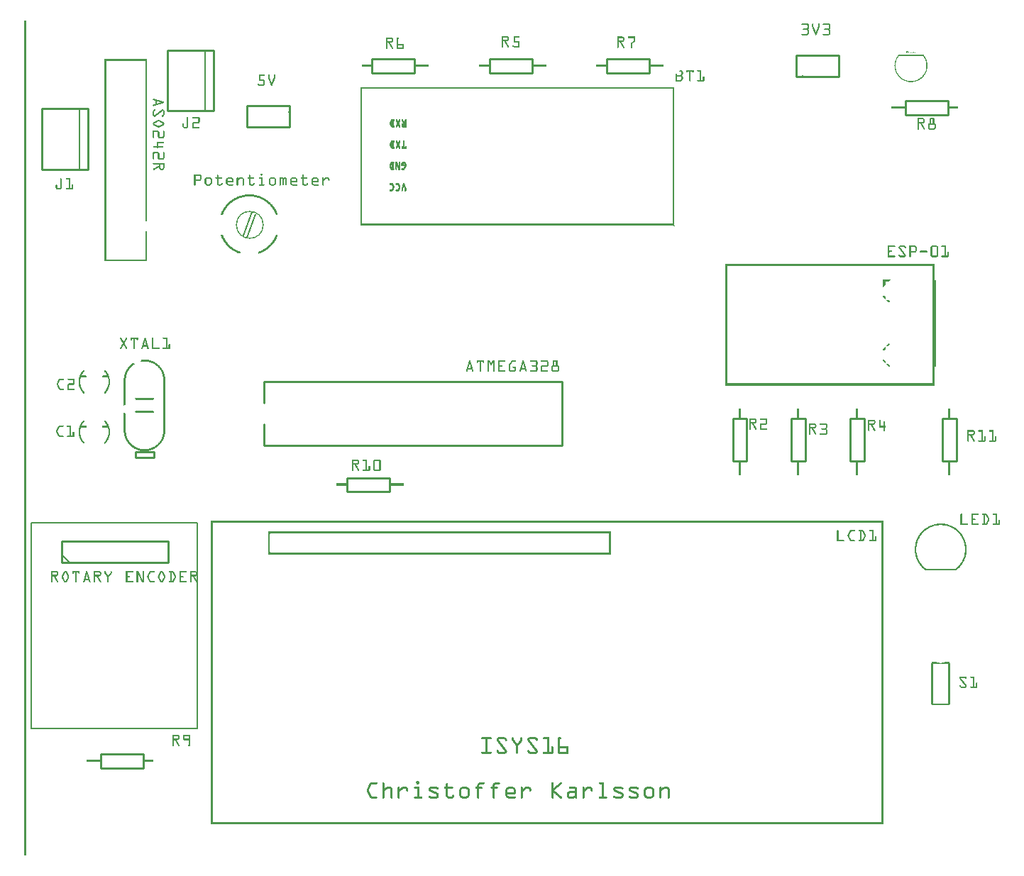
<source format=gto>
G04 MADE WITH FRITZING*
G04 WWW.FRITZING.ORG*
G04 DOUBLE SIDED*
G04 HOLES PLATED*
G04 CONTOUR ON CENTER OF CONTOUR VECTOR*
%ASAXBY*%
%FSLAX23Y23*%
%MOIN*%
%OFA0B0*%
%SFA1.0B1.0*%
%ADD10C,0.130984X0.120984*%
%ADD11R,0.785557X0.974444X0.770001X0.958888*%
%ADD12C,0.007778*%
%ADD13R,0.096457X0.038714X0.076772X0.019029*%
%ADD14C,0.009843*%
%ADD15C,0.010000*%
%ADD16C,0.005000*%
%ADD17C,0.008051*%
%ADD18C,0.007224*%
%ADD19R,0.001000X0.001000*%
%LNSILK1*%
G90*
G70*
G54D10*
X1064Y2963D03*
G54D12*
X39Y1563D02*
X817Y1563D01*
X817Y596D01*
X39Y596D01*
X39Y1563D01*
D02*
G54D14*
X528Y1898D02*
X615Y1898D01*
X615Y1869D01*
X528Y1869D01*
X528Y1898D01*
D02*
G54D15*
X90Y3509D02*
X90Y3224D01*
D02*
X90Y3224D02*
X306Y3224D01*
D02*
X306Y3224D02*
X306Y3509D01*
D02*
X306Y3509D02*
X90Y3509D01*
G54D16*
D02*
X266Y3224D02*
X266Y3509D01*
G54D15*
D02*
X680Y3785D02*
X680Y3499D01*
D02*
X680Y3499D02*
X896Y3499D01*
D02*
X896Y3499D02*
X896Y3785D01*
D02*
X896Y3785D02*
X680Y3785D01*
G54D16*
D02*
X856Y3499D02*
X856Y3785D01*
G54D15*
D02*
X1252Y3525D02*
X1052Y3525D01*
D02*
X1052Y3525D02*
X1052Y3425D01*
D02*
X1052Y3425D02*
X1252Y3425D01*
D02*
X1252Y3425D02*
X1252Y3525D01*
D02*
X4318Y1852D02*
X4318Y2052D01*
D02*
X4318Y2052D02*
X4384Y2052D01*
D02*
X4384Y2052D02*
X4384Y1852D01*
D02*
X4384Y1852D02*
X4318Y1852D01*
G54D16*
D02*
X1076Y3022D02*
X1036Y2912D01*
D02*
X1052Y2904D02*
X1091Y3014D01*
G54D15*
D02*
X1722Y1709D02*
X1522Y1709D01*
D02*
X1522Y1709D02*
X1522Y1775D01*
D02*
X1522Y1775D02*
X1722Y1775D01*
D02*
X1722Y1775D02*
X1722Y1709D01*
D02*
X366Y476D02*
X566Y476D01*
D02*
X566Y476D02*
X566Y410D01*
D02*
X566Y410D02*
X366Y410D01*
D02*
X366Y410D02*
X366Y476D01*
D02*
X1133Y1926D02*
X2533Y1926D01*
D02*
X2533Y1926D02*
X2533Y2226D01*
D02*
X2533Y2226D02*
X1133Y2226D01*
D02*
X1133Y1926D02*
X1133Y2026D01*
D02*
X1133Y2126D02*
X1133Y2226D01*
D02*
X182Y1378D02*
X682Y1378D01*
D02*
X682Y1378D02*
X682Y1478D01*
D02*
X682Y1478D02*
X182Y1478D01*
D02*
X182Y1478D02*
X182Y1378D01*
G54D16*
D02*
X217Y1378D02*
X182Y1413D01*
G54D15*
D02*
X4146Y3547D02*
X4346Y3547D01*
D02*
X4346Y3547D02*
X4346Y3481D01*
D02*
X4346Y3481D02*
X4146Y3481D01*
D02*
X4146Y3481D02*
X4146Y3547D01*
D02*
X3632Y3661D02*
X3832Y3661D01*
D02*
X3832Y3661D02*
X3832Y3761D01*
D02*
X3832Y3761D02*
X3632Y3761D01*
D02*
X3632Y3761D02*
X3632Y3661D01*
G54D17*
D02*
X4284Y2703D02*
X4284Y2678D01*
D02*
X4284Y2627D02*
X4284Y2602D01*
D02*
X4284Y2602D02*
X4284Y2577D01*
D02*
X4284Y2527D02*
X4284Y2501D01*
D02*
X4284Y2501D02*
X4284Y2476D01*
D02*
X4284Y2426D02*
X4284Y2401D01*
D02*
X4284Y2703D02*
X4284Y2703D01*
D02*
X4284Y2678D02*
X4284Y2627D01*
D02*
X4284Y2602D02*
X4284Y2577D01*
D02*
X4284Y2577D02*
X4284Y2527D01*
D02*
X4284Y2527D02*
X4284Y2501D01*
D02*
X4284Y2501D02*
X4284Y2476D01*
D02*
X4284Y2476D02*
X4284Y2426D01*
D02*
X4284Y2426D02*
X4284Y2401D01*
D02*
X4284Y2476D02*
X4284Y2426D01*
D02*
X4284Y2577D02*
X4284Y2527D01*
D02*
X4284Y2678D02*
X4284Y2627D01*
D02*
X4284Y2325D02*
X4284Y2300D01*
D02*
X4284Y2376D02*
X4284Y2325D01*
D02*
X4284Y2300D02*
X4284Y2300D01*
D02*
X4284Y2376D02*
X4284Y2325D01*
D02*
X4284Y2401D02*
X4284Y2376D01*
G54D18*
D02*
X3059Y2960D02*
X3059Y2960D01*
D02*
X3059Y2960D02*
X3059Y2960D01*
D02*
X3059Y2960D02*
X3059Y2960D01*
D02*
X3059Y2960D02*
X3059Y2960D01*
D02*
X3059Y2960D02*
X3059Y2960D01*
D02*
X3059Y2960D02*
X3059Y2960D01*
D02*
X3059Y2960D02*
X3059Y2960D01*
D02*
X3059Y2960D02*
X3059Y2960D01*
D02*
X3059Y2960D02*
X3059Y2960D01*
D02*
X3059Y2960D02*
X3059Y2960D01*
G54D15*
D02*
X2391Y3678D02*
X2191Y3678D01*
D02*
X2191Y3678D02*
X2191Y3744D01*
D02*
X2191Y3744D02*
X2391Y3744D01*
D02*
X2391Y3744D02*
X2391Y3678D01*
D02*
X1840Y3678D02*
X1640Y3678D01*
D02*
X1640Y3678D02*
X1640Y3744D01*
D02*
X1640Y3744D02*
X1840Y3744D01*
D02*
X1840Y3744D02*
X1840Y3678D01*
D02*
X2942Y3678D02*
X2742Y3678D01*
D02*
X2742Y3678D02*
X2742Y3744D01*
D02*
X2742Y3744D02*
X2942Y3744D01*
D02*
X2942Y3744D02*
X2942Y3678D01*
D02*
X3885Y1852D02*
X3885Y2052D01*
D02*
X3885Y2052D02*
X3951Y2052D01*
D02*
X3951Y2052D02*
X3951Y1852D01*
D02*
X3951Y1852D02*
X3885Y1852D01*
D02*
X3610Y1852D02*
X3610Y2052D01*
D02*
X3610Y2052D02*
X3676Y2052D01*
D02*
X3676Y2052D02*
X3676Y1852D01*
D02*
X3676Y1852D02*
X3610Y1852D01*
D02*
X3334Y1852D02*
X3334Y2052D01*
D02*
X3334Y2052D02*
X3400Y2052D01*
D02*
X3400Y2052D02*
X3400Y1852D01*
D02*
X3400Y1852D02*
X3334Y1852D01*
G54D16*
X4116Y3761D02*
X4228Y3761D01*
D02*
G54D19*
X7Y3922D02*
X15Y3922D01*
X7Y3921D02*
X14Y3921D01*
X7Y3920D02*
X14Y3920D01*
X7Y3919D02*
X14Y3919D01*
X7Y3918D02*
X14Y3918D01*
X7Y3917D02*
X14Y3917D01*
X7Y3916D02*
X14Y3916D01*
X7Y3915D02*
X14Y3915D01*
X7Y3914D02*
X14Y3914D01*
X7Y3913D02*
X14Y3913D01*
X7Y3912D02*
X14Y3912D01*
X7Y3911D02*
X14Y3911D01*
X7Y3910D02*
X14Y3910D01*
X7Y3909D02*
X14Y3909D01*
X3660Y3909D02*
X3684Y3909D01*
X3710Y3909D02*
X3710Y3909D01*
X3738Y3909D02*
X3738Y3909D01*
X3760Y3909D02*
X3785Y3909D01*
X7Y3908D02*
X14Y3908D01*
X3658Y3908D02*
X3687Y3908D01*
X3708Y3908D02*
X3712Y3908D01*
X3736Y3908D02*
X3740Y3908D01*
X3758Y3908D02*
X3788Y3908D01*
X7Y3907D02*
X14Y3907D01*
X3657Y3907D02*
X3688Y3907D01*
X3708Y3907D02*
X3713Y3907D01*
X3735Y3907D02*
X3740Y3907D01*
X3758Y3907D02*
X3789Y3907D01*
X7Y3906D02*
X14Y3906D01*
X3657Y3906D02*
X3689Y3906D01*
X3707Y3906D02*
X3713Y3906D01*
X3735Y3906D02*
X3741Y3906D01*
X3757Y3906D02*
X3790Y3906D01*
X7Y3905D02*
X14Y3905D01*
X3657Y3905D02*
X3690Y3905D01*
X3707Y3905D02*
X3713Y3905D01*
X3735Y3905D02*
X3741Y3905D01*
X3757Y3905D02*
X3790Y3905D01*
X7Y3904D02*
X14Y3904D01*
X3657Y3904D02*
X3690Y3904D01*
X3707Y3904D02*
X3713Y3904D01*
X3735Y3904D02*
X3741Y3904D01*
X3758Y3904D02*
X3791Y3904D01*
X7Y3903D02*
X14Y3903D01*
X3658Y3903D02*
X3691Y3903D01*
X3707Y3903D02*
X3713Y3903D01*
X3735Y3903D02*
X3741Y3903D01*
X3759Y3903D02*
X3791Y3903D01*
X7Y3902D02*
X14Y3902D01*
X3684Y3902D02*
X3691Y3902D01*
X3707Y3902D02*
X3713Y3902D01*
X3735Y3902D02*
X3741Y3902D01*
X3785Y3902D02*
X3791Y3902D01*
X7Y3901D02*
X14Y3901D01*
X3685Y3901D02*
X3691Y3901D01*
X3707Y3901D02*
X3713Y3901D01*
X3735Y3901D02*
X3741Y3901D01*
X3785Y3901D02*
X3791Y3901D01*
X7Y3900D02*
X14Y3900D01*
X3685Y3900D02*
X3691Y3900D01*
X3707Y3900D02*
X3713Y3900D01*
X3735Y3900D02*
X3741Y3900D01*
X3785Y3900D02*
X3791Y3900D01*
X7Y3899D02*
X14Y3899D01*
X3685Y3899D02*
X3691Y3899D01*
X3707Y3899D02*
X3713Y3899D01*
X3735Y3899D02*
X3741Y3899D01*
X3785Y3899D02*
X3791Y3899D01*
X7Y3898D02*
X14Y3898D01*
X3685Y3898D02*
X3691Y3898D01*
X3707Y3898D02*
X3713Y3898D01*
X3735Y3898D02*
X3741Y3898D01*
X3785Y3898D02*
X3791Y3898D01*
X7Y3897D02*
X14Y3897D01*
X3685Y3897D02*
X3691Y3897D01*
X3707Y3897D02*
X3713Y3897D01*
X3735Y3897D02*
X3741Y3897D01*
X3785Y3897D02*
X3791Y3897D01*
X7Y3896D02*
X14Y3896D01*
X3685Y3896D02*
X3691Y3896D01*
X3707Y3896D02*
X3713Y3896D01*
X3735Y3896D02*
X3741Y3896D01*
X3785Y3896D02*
X3791Y3896D01*
X7Y3895D02*
X14Y3895D01*
X3685Y3895D02*
X3691Y3895D01*
X3707Y3895D02*
X3713Y3895D01*
X3735Y3895D02*
X3741Y3895D01*
X3785Y3895D02*
X3791Y3895D01*
X7Y3894D02*
X14Y3894D01*
X3685Y3894D02*
X3691Y3894D01*
X3707Y3894D02*
X3713Y3894D01*
X3735Y3894D02*
X3741Y3894D01*
X3785Y3894D02*
X3791Y3894D01*
X7Y3893D02*
X14Y3893D01*
X3685Y3893D02*
X3691Y3893D01*
X3707Y3893D02*
X3714Y3893D01*
X3734Y3893D02*
X3741Y3893D01*
X3785Y3893D02*
X3791Y3893D01*
X7Y3892D02*
X14Y3892D01*
X3685Y3892D02*
X3691Y3892D01*
X3708Y3892D02*
X3714Y3892D01*
X3734Y3892D02*
X3740Y3892D01*
X3785Y3892D02*
X3791Y3892D01*
X7Y3891D02*
X14Y3891D01*
X3685Y3891D02*
X3691Y3891D01*
X3708Y3891D02*
X3715Y3891D01*
X3733Y3891D02*
X3740Y3891D01*
X3785Y3891D02*
X3791Y3891D01*
X7Y3890D02*
X14Y3890D01*
X3685Y3890D02*
X3691Y3890D01*
X3708Y3890D02*
X3715Y3890D01*
X3733Y3890D02*
X3740Y3890D01*
X3785Y3890D02*
X3791Y3890D01*
X7Y3889D02*
X14Y3889D01*
X3685Y3889D02*
X3691Y3889D01*
X3709Y3889D02*
X3715Y3889D01*
X3733Y3889D02*
X3739Y3889D01*
X3785Y3889D02*
X3791Y3889D01*
X7Y3888D02*
X14Y3888D01*
X3684Y3888D02*
X3691Y3888D01*
X3709Y3888D02*
X3716Y3888D01*
X3732Y3888D02*
X3739Y3888D01*
X3785Y3888D02*
X3791Y3888D01*
X7Y3887D02*
X14Y3887D01*
X3684Y3887D02*
X3690Y3887D01*
X3710Y3887D02*
X3716Y3887D01*
X3732Y3887D02*
X3738Y3887D01*
X3784Y3887D02*
X3791Y3887D01*
X7Y3886D02*
X14Y3886D01*
X3683Y3886D02*
X3690Y3886D01*
X3710Y3886D02*
X3717Y3886D01*
X3732Y3886D02*
X3738Y3886D01*
X3783Y3886D02*
X3791Y3886D01*
X7Y3885D02*
X14Y3885D01*
X3666Y3885D02*
X3690Y3885D01*
X3710Y3885D02*
X3717Y3885D01*
X3731Y3885D02*
X3738Y3885D01*
X3766Y3885D02*
X3790Y3885D01*
X7Y3884D02*
X14Y3884D01*
X3665Y3884D02*
X3689Y3884D01*
X3711Y3884D02*
X3717Y3884D01*
X3731Y3884D02*
X3737Y3884D01*
X3765Y3884D02*
X3790Y3884D01*
X7Y3883D02*
X14Y3883D01*
X3664Y3883D02*
X3689Y3883D01*
X3711Y3883D02*
X3718Y3883D01*
X3730Y3883D02*
X3737Y3883D01*
X3764Y3883D02*
X3789Y3883D01*
X7Y3882D02*
X14Y3882D01*
X3664Y3882D02*
X3688Y3882D01*
X3712Y3882D02*
X3718Y3882D01*
X3730Y3882D02*
X3737Y3882D01*
X3764Y3882D02*
X3788Y3882D01*
X7Y3881D02*
X14Y3881D01*
X3664Y3881D02*
X3689Y3881D01*
X3712Y3881D02*
X3718Y3881D01*
X3730Y3881D02*
X3736Y3881D01*
X3764Y3881D02*
X3789Y3881D01*
X7Y3880D02*
X14Y3880D01*
X3665Y3880D02*
X3689Y3880D01*
X3712Y3880D02*
X3719Y3880D01*
X3729Y3880D02*
X3736Y3880D01*
X3765Y3880D02*
X3790Y3880D01*
X7Y3879D02*
X14Y3879D01*
X3666Y3879D02*
X3690Y3879D01*
X3713Y3879D02*
X3719Y3879D01*
X3729Y3879D02*
X3735Y3879D01*
X3766Y3879D02*
X3790Y3879D01*
X7Y3878D02*
X14Y3878D01*
X3683Y3878D02*
X3690Y3878D01*
X3713Y3878D02*
X3720Y3878D01*
X3728Y3878D02*
X3735Y3878D01*
X3783Y3878D02*
X3791Y3878D01*
X7Y3877D02*
X14Y3877D01*
X3684Y3877D02*
X3690Y3877D01*
X3713Y3877D02*
X3720Y3877D01*
X3728Y3877D02*
X3735Y3877D01*
X3784Y3877D02*
X3791Y3877D01*
X7Y3876D02*
X14Y3876D01*
X3684Y3876D02*
X3691Y3876D01*
X3714Y3876D02*
X3720Y3876D01*
X3728Y3876D02*
X3734Y3876D01*
X3785Y3876D02*
X3791Y3876D01*
X7Y3875D02*
X14Y3875D01*
X3685Y3875D02*
X3691Y3875D01*
X3714Y3875D02*
X3721Y3875D01*
X3727Y3875D02*
X3734Y3875D01*
X3785Y3875D02*
X3791Y3875D01*
X7Y3874D02*
X14Y3874D01*
X3685Y3874D02*
X3691Y3874D01*
X3715Y3874D02*
X3721Y3874D01*
X3727Y3874D02*
X3733Y3874D01*
X3785Y3874D02*
X3791Y3874D01*
X7Y3873D02*
X14Y3873D01*
X3685Y3873D02*
X3691Y3873D01*
X3715Y3873D02*
X3722Y3873D01*
X3726Y3873D02*
X3733Y3873D01*
X3785Y3873D02*
X3791Y3873D01*
X7Y3872D02*
X14Y3872D01*
X3685Y3872D02*
X3691Y3872D01*
X3715Y3872D02*
X3722Y3872D01*
X3726Y3872D02*
X3733Y3872D01*
X3785Y3872D02*
X3791Y3872D01*
X7Y3871D02*
X14Y3871D01*
X3685Y3871D02*
X3691Y3871D01*
X3716Y3871D02*
X3722Y3871D01*
X3726Y3871D02*
X3732Y3871D01*
X3785Y3871D02*
X3791Y3871D01*
X7Y3870D02*
X14Y3870D01*
X3685Y3870D02*
X3691Y3870D01*
X3716Y3870D02*
X3723Y3870D01*
X3725Y3870D02*
X3732Y3870D01*
X3785Y3870D02*
X3791Y3870D01*
X7Y3869D02*
X14Y3869D01*
X3685Y3869D02*
X3691Y3869D01*
X3717Y3869D02*
X3723Y3869D01*
X3725Y3869D02*
X3731Y3869D01*
X3785Y3869D02*
X3791Y3869D01*
X7Y3868D02*
X14Y3868D01*
X3685Y3868D02*
X3691Y3868D01*
X3717Y3868D02*
X3731Y3868D01*
X3785Y3868D02*
X3791Y3868D01*
X7Y3867D02*
X14Y3867D01*
X3685Y3867D02*
X3691Y3867D01*
X3717Y3867D02*
X3731Y3867D01*
X3785Y3867D02*
X3791Y3867D01*
X7Y3866D02*
X14Y3866D01*
X3685Y3866D02*
X3691Y3866D01*
X3718Y3866D02*
X3730Y3866D01*
X3785Y3866D02*
X3791Y3866D01*
X7Y3865D02*
X14Y3865D01*
X3685Y3865D02*
X3691Y3865D01*
X3718Y3865D02*
X3730Y3865D01*
X3785Y3865D02*
X3791Y3865D01*
X7Y3864D02*
X14Y3864D01*
X3685Y3864D02*
X3691Y3864D01*
X3719Y3864D02*
X3729Y3864D01*
X3785Y3864D02*
X3791Y3864D01*
X7Y3863D02*
X14Y3863D01*
X3685Y3863D02*
X3691Y3863D01*
X3719Y3863D02*
X3729Y3863D01*
X3785Y3863D02*
X3791Y3863D01*
X7Y3862D02*
X14Y3862D01*
X3684Y3862D02*
X3691Y3862D01*
X3719Y3862D02*
X3729Y3862D01*
X3785Y3862D02*
X3791Y3862D01*
X7Y3861D02*
X14Y3861D01*
X3658Y3861D02*
X3691Y3861D01*
X3720Y3861D02*
X3728Y3861D01*
X3759Y3861D02*
X3791Y3861D01*
X7Y3860D02*
X14Y3860D01*
X3657Y3860D02*
X3690Y3860D01*
X3720Y3860D02*
X3728Y3860D01*
X3758Y3860D02*
X3791Y3860D01*
X7Y3859D02*
X14Y3859D01*
X3657Y3859D02*
X3690Y3859D01*
X3720Y3859D02*
X3728Y3859D01*
X3757Y3859D02*
X3790Y3859D01*
X7Y3858D02*
X14Y3858D01*
X3657Y3858D02*
X3689Y3858D01*
X3721Y3858D02*
X3727Y3858D01*
X3757Y3858D02*
X3790Y3858D01*
X7Y3857D02*
X14Y3857D01*
X3657Y3857D02*
X3689Y3857D01*
X3721Y3857D02*
X3727Y3857D01*
X3758Y3857D02*
X3789Y3857D01*
X7Y3856D02*
X14Y3856D01*
X3658Y3856D02*
X3687Y3856D01*
X3722Y3856D02*
X3726Y3856D01*
X3758Y3856D02*
X3788Y3856D01*
X7Y3855D02*
X14Y3855D01*
X3660Y3855D02*
X3685Y3855D01*
X3723Y3855D02*
X3725Y3855D01*
X3760Y3855D02*
X3785Y3855D01*
X7Y3854D02*
X14Y3854D01*
X7Y3853D02*
X14Y3853D01*
X7Y3852D02*
X14Y3852D01*
X7Y3851D02*
X14Y3851D01*
X7Y3850D02*
X14Y3850D01*
X2249Y3850D02*
X2275Y3850D01*
X2306Y3850D02*
X2331Y3850D01*
X7Y3849D02*
X14Y3849D01*
X2249Y3849D02*
X2278Y3849D01*
X2306Y3849D02*
X2332Y3849D01*
X7Y3848D02*
X14Y3848D01*
X2249Y3848D02*
X2279Y3848D01*
X2306Y3848D02*
X2333Y3848D01*
X2791Y3848D02*
X2816Y3848D01*
X2844Y3848D02*
X2875Y3848D01*
X7Y3847D02*
X14Y3847D01*
X2249Y3847D02*
X2280Y3847D01*
X2306Y3847D02*
X2333Y3847D01*
X2791Y3847D02*
X2819Y3847D01*
X2842Y3847D02*
X2875Y3847D01*
X7Y3846D02*
X14Y3846D01*
X2249Y3846D02*
X2281Y3846D01*
X2306Y3846D02*
X2333Y3846D01*
X2791Y3846D02*
X2821Y3846D01*
X2842Y3846D02*
X2875Y3846D01*
X7Y3845D02*
X14Y3845D01*
X2249Y3845D02*
X2282Y3845D01*
X2306Y3845D02*
X2332Y3845D01*
X2791Y3845D02*
X2822Y3845D01*
X2841Y3845D02*
X2875Y3845D01*
X7Y3844D02*
X14Y3844D01*
X2249Y3844D02*
X2282Y3844D01*
X2306Y3844D02*
X2331Y3844D01*
X2791Y3844D02*
X2823Y3844D01*
X2841Y3844D02*
X2875Y3844D01*
X7Y3843D02*
X14Y3843D01*
X1705Y3843D02*
X1732Y3843D01*
X1757Y3843D02*
X1763Y3843D01*
X2249Y3843D02*
X2255Y3843D01*
X2275Y3843D02*
X2282Y3843D01*
X2306Y3843D02*
X2312Y3843D01*
X2791Y3843D02*
X2823Y3843D01*
X2841Y3843D02*
X2875Y3843D01*
X7Y3842D02*
X14Y3842D01*
X1705Y3842D02*
X1734Y3842D01*
X1756Y3842D02*
X1764Y3842D01*
X2249Y3842D02*
X2255Y3842D01*
X2276Y3842D02*
X2283Y3842D01*
X2306Y3842D02*
X2312Y3842D01*
X2791Y3842D02*
X2824Y3842D01*
X2841Y3842D02*
X2875Y3842D01*
X7Y3841D02*
X14Y3841D01*
X1705Y3841D02*
X1735Y3841D01*
X1755Y3841D02*
X1765Y3841D01*
X2249Y3841D02*
X2255Y3841D01*
X2277Y3841D02*
X2283Y3841D01*
X2306Y3841D02*
X2312Y3841D01*
X2791Y3841D02*
X2797Y3841D01*
X2816Y3841D02*
X2824Y3841D01*
X2841Y3841D02*
X2847Y3841D01*
X2869Y3841D02*
X2875Y3841D01*
X7Y3840D02*
X14Y3840D01*
X1705Y3840D02*
X1736Y3840D01*
X1755Y3840D02*
X1765Y3840D01*
X2249Y3840D02*
X2255Y3840D01*
X2277Y3840D02*
X2283Y3840D01*
X2306Y3840D02*
X2312Y3840D01*
X2791Y3840D02*
X2797Y3840D01*
X2818Y3840D02*
X2824Y3840D01*
X2842Y3840D02*
X2847Y3840D01*
X2869Y3840D02*
X2875Y3840D01*
X7Y3839D02*
X14Y3839D01*
X1705Y3839D02*
X1737Y3839D01*
X1755Y3839D02*
X1764Y3839D01*
X2249Y3839D02*
X2255Y3839D01*
X2277Y3839D02*
X2283Y3839D01*
X2306Y3839D02*
X2312Y3839D01*
X2791Y3839D02*
X2797Y3839D01*
X2818Y3839D02*
X2825Y3839D01*
X2843Y3839D02*
X2846Y3839D01*
X2869Y3839D02*
X2875Y3839D01*
X7Y3838D02*
X14Y3838D01*
X1705Y3838D02*
X1737Y3838D01*
X1755Y3838D02*
X1764Y3838D01*
X2249Y3838D02*
X2255Y3838D01*
X2277Y3838D02*
X2283Y3838D01*
X2306Y3838D02*
X2312Y3838D01*
X2791Y3838D02*
X2797Y3838D01*
X2819Y3838D02*
X2825Y3838D01*
X2869Y3838D02*
X2875Y3838D01*
X7Y3837D02*
X14Y3837D01*
X1705Y3837D02*
X1738Y3837D01*
X1755Y3837D02*
X1763Y3837D01*
X2249Y3837D02*
X2255Y3837D01*
X2277Y3837D02*
X2283Y3837D01*
X2306Y3837D02*
X2312Y3837D01*
X2791Y3837D02*
X2797Y3837D01*
X2819Y3837D02*
X2825Y3837D01*
X2869Y3837D02*
X2875Y3837D01*
X7Y3836D02*
X14Y3836D01*
X1705Y3836D02*
X1711Y3836D01*
X1731Y3836D02*
X1738Y3836D01*
X1755Y3836D02*
X1761Y3836D01*
X2249Y3836D02*
X2255Y3836D01*
X2277Y3836D02*
X2283Y3836D01*
X2306Y3836D02*
X2312Y3836D01*
X2791Y3836D02*
X2797Y3836D01*
X2819Y3836D02*
X2825Y3836D01*
X2869Y3836D02*
X2875Y3836D01*
X7Y3835D02*
X14Y3835D01*
X1705Y3835D02*
X1711Y3835D01*
X1732Y3835D02*
X1738Y3835D01*
X1755Y3835D02*
X1761Y3835D01*
X2249Y3835D02*
X2255Y3835D01*
X2277Y3835D02*
X2283Y3835D01*
X2306Y3835D02*
X2312Y3835D01*
X2791Y3835D02*
X2797Y3835D01*
X2819Y3835D02*
X2825Y3835D01*
X2869Y3835D02*
X2875Y3835D01*
X7Y3834D02*
X14Y3834D01*
X1705Y3834D02*
X1711Y3834D01*
X1732Y3834D02*
X1739Y3834D01*
X1755Y3834D02*
X1761Y3834D01*
X2249Y3834D02*
X2255Y3834D01*
X2276Y3834D02*
X2283Y3834D01*
X2306Y3834D02*
X2312Y3834D01*
X2791Y3834D02*
X2797Y3834D01*
X2819Y3834D02*
X2825Y3834D01*
X2869Y3834D02*
X2875Y3834D01*
X7Y3833D02*
X14Y3833D01*
X1705Y3833D02*
X1711Y3833D01*
X1733Y3833D02*
X1739Y3833D01*
X1755Y3833D02*
X1761Y3833D01*
X2249Y3833D02*
X2255Y3833D01*
X2275Y3833D02*
X2282Y3833D01*
X2306Y3833D02*
X2312Y3833D01*
X2791Y3833D02*
X2797Y3833D01*
X2819Y3833D02*
X2825Y3833D01*
X2869Y3833D02*
X2875Y3833D01*
X7Y3832D02*
X14Y3832D01*
X1705Y3832D02*
X1711Y3832D01*
X1733Y3832D02*
X1739Y3832D01*
X1755Y3832D02*
X1761Y3832D01*
X2249Y3832D02*
X2282Y3832D01*
X2306Y3832D02*
X2312Y3832D01*
X2791Y3832D02*
X2797Y3832D01*
X2818Y3832D02*
X2825Y3832D01*
X2869Y3832D02*
X2875Y3832D01*
X7Y3831D02*
X14Y3831D01*
X1705Y3831D02*
X1711Y3831D01*
X1733Y3831D02*
X1739Y3831D01*
X1755Y3831D02*
X1761Y3831D01*
X2249Y3831D02*
X2281Y3831D01*
X2306Y3831D02*
X2312Y3831D01*
X2791Y3831D02*
X2797Y3831D01*
X2817Y3831D02*
X2824Y3831D01*
X2869Y3831D02*
X2875Y3831D01*
X7Y3830D02*
X14Y3830D01*
X1705Y3830D02*
X1711Y3830D01*
X1733Y3830D02*
X1739Y3830D01*
X1755Y3830D02*
X1761Y3830D01*
X2249Y3830D02*
X2281Y3830D01*
X2306Y3830D02*
X2312Y3830D01*
X2791Y3830D02*
X2824Y3830D01*
X2869Y3830D02*
X2875Y3830D01*
X7Y3829D02*
X14Y3829D01*
X1705Y3829D02*
X1711Y3829D01*
X1733Y3829D02*
X1739Y3829D01*
X1755Y3829D02*
X1761Y3829D01*
X2249Y3829D02*
X2280Y3829D01*
X2306Y3829D02*
X2312Y3829D01*
X2791Y3829D02*
X2823Y3829D01*
X2869Y3829D02*
X2875Y3829D01*
X7Y3828D02*
X14Y3828D01*
X1705Y3828D02*
X1711Y3828D01*
X1732Y3828D02*
X1739Y3828D01*
X1755Y3828D02*
X1761Y3828D01*
X2249Y3828D02*
X2279Y3828D01*
X2306Y3828D02*
X2312Y3828D01*
X2791Y3828D02*
X2823Y3828D01*
X2868Y3828D02*
X2875Y3828D01*
X7Y3827D02*
X14Y3827D01*
X1705Y3827D02*
X1711Y3827D01*
X1732Y3827D02*
X1738Y3827D01*
X1755Y3827D02*
X1761Y3827D01*
X2249Y3827D02*
X2277Y3827D01*
X2306Y3827D02*
X2313Y3827D01*
X2791Y3827D02*
X2822Y3827D01*
X2867Y3827D02*
X2875Y3827D01*
X7Y3826D02*
X14Y3826D01*
X1705Y3826D02*
X1711Y3826D01*
X1730Y3826D02*
X1738Y3826D01*
X1755Y3826D02*
X1761Y3826D01*
X2249Y3826D02*
X2275Y3826D01*
X2306Y3826D02*
X2329Y3826D01*
X2791Y3826D02*
X2821Y3826D01*
X2866Y3826D02*
X2875Y3826D01*
X7Y3825D02*
X14Y3825D01*
X1705Y3825D02*
X1738Y3825D01*
X1755Y3825D02*
X1761Y3825D01*
X2249Y3825D02*
X2255Y3825D01*
X2261Y3825D02*
X2269Y3825D01*
X2306Y3825D02*
X2331Y3825D01*
X2791Y3825D02*
X2820Y3825D01*
X2865Y3825D02*
X2874Y3825D01*
X7Y3824D02*
X14Y3824D01*
X1705Y3824D02*
X1737Y3824D01*
X1755Y3824D02*
X1761Y3824D01*
X2249Y3824D02*
X2255Y3824D01*
X2262Y3824D02*
X2269Y3824D01*
X2306Y3824D02*
X2332Y3824D01*
X2791Y3824D02*
X2818Y3824D01*
X2864Y3824D02*
X2873Y3824D01*
X7Y3823D02*
X14Y3823D01*
X1705Y3823D02*
X1736Y3823D01*
X1755Y3823D02*
X1761Y3823D01*
X2249Y3823D02*
X2255Y3823D01*
X2263Y3823D02*
X2270Y3823D01*
X2306Y3823D02*
X2332Y3823D01*
X2791Y3823D02*
X2797Y3823D01*
X2803Y3823D02*
X2810Y3823D01*
X2862Y3823D02*
X2872Y3823D01*
X7Y3822D02*
X14Y3822D01*
X1705Y3822D02*
X1736Y3822D01*
X1755Y3822D02*
X1761Y3822D01*
X2249Y3822D02*
X2255Y3822D01*
X2263Y3822D02*
X2270Y3822D01*
X2306Y3822D02*
X2333Y3822D01*
X2791Y3822D02*
X2797Y3822D01*
X2804Y3822D02*
X2811Y3822D01*
X2861Y3822D02*
X2871Y3822D01*
X7Y3821D02*
X14Y3821D01*
X1705Y3821D02*
X1734Y3821D01*
X1755Y3821D02*
X1761Y3821D01*
X2249Y3821D02*
X2255Y3821D01*
X2264Y3821D02*
X2271Y3821D01*
X2306Y3821D02*
X2333Y3821D01*
X2791Y3821D02*
X2797Y3821D01*
X2804Y3821D02*
X2812Y3821D01*
X2860Y3821D02*
X2870Y3821D01*
X7Y3820D02*
X14Y3820D01*
X1705Y3820D02*
X1733Y3820D01*
X1755Y3820D02*
X1761Y3820D01*
X2249Y3820D02*
X2255Y3820D01*
X2264Y3820D02*
X2272Y3820D01*
X2307Y3820D02*
X2333Y3820D01*
X2791Y3820D02*
X2797Y3820D01*
X2805Y3820D02*
X2812Y3820D01*
X2859Y3820D02*
X2869Y3820D01*
X7Y3819D02*
X14Y3819D01*
X1705Y3819D02*
X1730Y3819D01*
X1755Y3819D02*
X1761Y3819D01*
X2249Y3819D02*
X2255Y3819D01*
X2265Y3819D02*
X2272Y3819D01*
X2327Y3819D02*
X2333Y3819D01*
X2791Y3819D02*
X2797Y3819D01*
X2806Y3819D02*
X2813Y3819D01*
X2858Y3819D02*
X2867Y3819D01*
X7Y3818D02*
X14Y3818D01*
X1705Y3818D02*
X1711Y3818D01*
X1717Y3818D02*
X1725Y3818D01*
X1755Y3818D02*
X1761Y3818D01*
X2249Y3818D02*
X2255Y3818D01*
X2266Y3818D02*
X2273Y3818D01*
X2327Y3818D02*
X2333Y3818D01*
X2791Y3818D02*
X2797Y3818D01*
X2806Y3818D02*
X2813Y3818D01*
X2857Y3818D02*
X2866Y3818D01*
X7Y3817D02*
X14Y3817D01*
X1705Y3817D02*
X1711Y3817D01*
X1718Y3817D02*
X1725Y3817D01*
X1755Y3817D02*
X1761Y3817D01*
X2249Y3817D02*
X2255Y3817D01*
X2266Y3817D02*
X2273Y3817D01*
X2327Y3817D02*
X2333Y3817D01*
X2791Y3817D02*
X2797Y3817D01*
X2807Y3817D02*
X2814Y3817D01*
X2856Y3817D02*
X2865Y3817D01*
X7Y3816D02*
X14Y3816D01*
X1705Y3816D02*
X1711Y3816D01*
X1719Y3816D02*
X1726Y3816D01*
X1755Y3816D02*
X1761Y3816D01*
X2249Y3816D02*
X2255Y3816D01*
X2267Y3816D02*
X2274Y3816D01*
X2327Y3816D02*
X2333Y3816D01*
X2791Y3816D02*
X2797Y3816D01*
X2807Y3816D02*
X2815Y3816D01*
X2855Y3816D02*
X2864Y3816D01*
X7Y3815D02*
X14Y3815D01*
X1705Y3815D02*
X1711Y3815D01*
X1719Y3815D02*
X1726Y3815D01*
X1755Y3815D02*
X1761Y3815D01*
X2249Y3815D02*
X2255Y3815D01*
X2267Y3815D02*
X2275Y3815D01*
X2327Y3815D02*
X2333Y3815D01*
X2791Y3815D02*
X2797Y3815D01*
X2808Y3815D02*
X2815Y3815D01*
X2855Y3815D02*
X2863Y3815D01*
X7Y3814D02*
X14Y3814D01*
X1705Y3814D02*
X1711Y3814D01*
X1720Y3814D02*
X1727Y3814D01*
X1755Y3814D02*
X1786Y3814D01*
X2249Y3814D02*
X2255Y3814D01*
X2268Y3814D02*
X2275Y3814D01*
X2327Y3814D02*
X2333Y3814D01*
X2791Y3814D02*
X2797Y3814D01*
X2808Y3814D02*
X2816Y3814D01*
X2855Y3814D02*
X2862Y3814D01*
X7Y3813D02*
X14Y3813D01*
X1705Y3813D02*
X1711Y3813D01*
X1720Y3813D02*
X1727Y3813D01*
X1755Y3813D02*
X1788Y3813D01*
X2249Y3813D02*
X2255Y3813D01*
X2268Y3813D02*
X2276Y3813D01*
X2327Y3813D02*
X2333Y3813D01*
X2791Y3813D02*
X2797Y3813D01*
X2809Y3813D02*
X2816Y3813D01*
X2855Y3813D02*
X2861Y3813D01*
X7Y3812D02*
X14Y3812D01*
X1705Y3812D02*
X1711Y3812D01*
X1721Y3812D02*
X1728Y3812D01*
X1755Y3812D02*
X1789Y3812D01*
X2249Y3812D02*
X2255Y3812D01*
X2269Y3812D02*
X2276Y3812D01*
X2327Y3812D02*
X2333Y3812D01*
X2791Y3812D02*
X2797Y3812D01*
X2810Y3812D02*
X2817Y3812D01*
X2855Y3812D02*
X2861Y3812D01*
X7Y3811D02*
X14Y3811D01*
X1705Y3811D02*
X1711Y3811D01*
X1721Y3811D02*
X1729Y3811D01*
X1755Y3811D02*
X1789Y3811D01*
X2249Y3811D02*
X2255Y3811D01*
X2270Y3811D02*
X2277Y3811D01*
X2327Y3811D02*
X2333Y3811D01*
X2791Y3811D02*
X2797Y3811D01*
X2810Y3811D02*
X2817Y3811D01*
X2855Y3811D02*
X2861Y3811D01*
X7Y3810D02*
X14Y3810D01*
X1705Y3810D02*
X1711Y3810D01*
X1722Y3810D02*
X1729Y3810D01*
X1755Y3810D02*
X1789Y3810D01*
X2249Y3810D02*
X2255Y3810D01*
X2270Y3810D02*
X2277Y3810D01*
X2327Y3810D02*
X2333Y3810D01*
X2791Y3810D02*
X2797Y3810D01*
X2811Y3810D02*
X2818Y3810D01*
X2855Y3810D02*
X2861Y3810D01*
X7Y3809D02*
X14Y3809D01*
X1705Y3809D02*
X1711Y3809D01*
X1723Y3809D02*
X1730Y3809D01*
X1755Y3809D02*
X1789Y3809D01*
X2249Y3809D02*
X2255Y3809D01*
X2271Y3809D02*
X2278Y3809D01*
X2327Y3809D02*
X2333Y3809D01*
X2791Y3809D02*
X2797Y3809D01*
X2811Y3809D02*
X2819Y3809D01*
X2855Y3809D02*
X2861Y3809D01*
X7Y3808D02*
X14Y3808D01*
X1705Y3808D02*
X1711Y3808D01*
X1723Y3808D02*
X1730Y3808D01*
X1755Y3808D02*
X1789Y3808D01*
X2249Y3808D02*
X2255Y3808D01*
X2271Y3808D02*
X2279Y3808D01*
X2327Y3808D02*
X2333Y3808D01*
X2791Y3808D02*
X2797Y3808D01*
X2812Y3808D02*
X2819Y3808D01*
X2855Y3808D02*
X2861Y3808D01*
X7Y3807D02*
X14Y3807D01*
X1705Y3807D02*
X1711Y3807D01*
X1724Y3807D02*
X1731Y3807D01*
X1755Y3807D02*
X1762Y3807D01*
X1782Y3807D02*
X1789Y3807D01*
X2249Y3807D02*
X2255Y3807D01*
X2272Y3807D02*
X2279Y3807D01*
X2327Y3807D02*
X2333Y3807D01*
X2791Y3807D02*
X2797Y3807D01*
X2813Y3807D02*
X2820Y3807D01*
X2855Y3807D02*
X2861Y3807D01*
X7Y3806D02*
X14Y3806D01*
X1705Y3806D02*
X1711Y3806D01*
X1724Y3806D02*
X1732Y3806D01*
X1755Y3806D02*
X1761Y3806D01*
X1783Y3806D02*
X1789Y3806D01*
X2249Y3806D02*
X2255Y3806D01*
X2273Y3806D02*
X2280Y3806D01*
X2302Y3806D02*
X2303Y3806D01*
X2327Y3806D02*
X2333Y3806D01*
X2791Y3806D02*
X2797Y3806D01*
X2813Y3806D02*
X2820Y3806D01*
X2855Y3806D02*
X2861Y3806D01*
X7Y3805D02*
X14Y3805D01*
X1705Y3805D02*
X1711Y3805D01*
X1725Y3805D02*
X1732Y3805D01*
X1755Y3805D02*
X1761Y3805D01*
X1783Y3805D02*
X1789Y3805D01*
X2249Y3805D02*
X2255Y3805D01*
X2273Y3805D02*
X2280Y3805D01*
X2300Y3805D02*
X2306Y3805D01*
X2327Y3805D02*
X2333Y3805D01*
X2791Y3805D02*
X2797Y3805D01*
X2814Y3805D02*
X2821Y3805D01*
X2855Y3805D02*
X2861Y3805D01*
X7Y3804D02*
X14Y3804D01*
X1705Y3804D02*
X1711Y3804D01*
X1726Y3804D02*
X1733Y3804D01*
X1755Y3804D02*
X1761Y3804D01*
X1783Y3804D02*
X1789Y3804D01*
X2249Y3804D02*
X2255Y3804D01*
X2274Y3804D02*
X2281Y3804D01*
X2300Y3804D02*
X2308Y3804D01*
X2327Y3804D02*
X2333Y3804D01*
X2791Y3804D02*
X2797Y3804D01*
X2814Y3804D02*
X2822Y3804D01*
X2855Y3804D02*
X2861Y3804D01*
X7Y3803D02*
X14Y3803D01*
X1705Y3803D02*
X1711Y3803D01*
X1726Y3803D02*
X1733Y3803D01*
X1755Y3803D02*
X1761Y3803D01*
X1783Y3803D02*
X1789Y3803D01*
X2249Y3803D02*
X2255Y3803D01*
X2274Y3803D02*
X2282Y3803D01*
X2299Y3803D02*
X2333Y3803D01*
X2791Y3803D02*
X2797Y3803D01*
X2815Y3803D02*
X2822Y3803D01*
X2855Y3803D02*
X2861Y3803D01*
X7Y3802D02*
X14Y3802D01*
X1705Y3802D02*
X1711Y3802D01*
X1727Y3802D02*
X1734Y3802D01*
X1755Y3802D02*
X1761Y3802D01*
X1783Y3802D02*
X1789Y3802D01*
X2249Y3802D02*
X2255Y3802D01*
X2275Y3802D02*
X2282Y3802D01*
X2300Y3802D02*
X2333Y3802D01*
X2791Y3802D02*
X2797Y3802D01*
X2815Y3802D02*
X2823Y3802D01*
X2855Y3802D02*
X2861Y3802D01*
X7Y3801D02*
X14Y3801D01*
X1705Y3801D02*
X1711Y3801D01*
X1727Y3801D02*
X1734Y3801D01*
X1755Y3801D02*
X1761Y3801D01*
X1783Y3801D02*
X1789Y3801D01*
X2249Y3801D02*
X2255Y3801D01*
X2276Y3801D02*
X2283Y3801D01*
X2300Y3801D02*
X2333Y3801D01*
X2791Y3801D02*
X2797Y3801D01*
X2816Y3801D02*
X2823Y3801D01*
X2855Y3801D02*
X2861Y3801D01*
X7Y3800D02*
X14Y3800D01*
X1705Y3800D02*
X1711Y3800D01*
X1728Y3800D02*
X1735Y3800D01*
X1755Y3800D02*
X1761Y3800D01*
X1783Y3800D02*
X1789Y3800D01*
X2249Y3800D02*
X2255Y3800D01*
X2276Y3800D02*
X2283Y3800D01*
X2301Y3800D02*
X2332Y3800D01*
X2791Y3800D02*
X2797Y3800D01*
X2817Y3800D02*
X2824Y3800D01*
X2855Y3800D02*
X2861Y3800D01*
X7Y3799D02*
X14Y3799D01*
X1705Y3799D02*
X1711Y3799D01*
X1728Y3799D02*
X1736Y3799D01*
X1755Y3799D02*
X1761Y3799D01*
X1783Y3799D02*
X1789Y3799D01*
X2249Y3799D02*
X2255Y3799D01*
X2277Y3799D02*
X2283Y3799D01*
X2303Y3799D02*
X2331Y3799D01*
X2791Y3799D02*
X2797Y3799D01*
X2817Y3799D02*
X2824Y3799D01*
X2855Y3799D02*
X2861Y3799D01*
X7Y3798D02*
X14Y3798D01*
X1705Y3798D02*
X1711Y3798D01*
X1729Y3798D02*
X1736Y3798D01*
X1755Y3798D02*
X1761Y3798D01*
X1783Y3798D02*
X1789Y3798D01*
X2250Y3798D02*
X2255Y3798D01*
X2277Y3798D02*
X2282Y3798D01*
X2305Y3798D02*
X2331Y3798D01*
X2791Y3798D02*
X2797Y3798D01*
X2818Y3798D02*
X2825Y3798D01*
X2855Y3798D02*
X2861Y3798D01*
X7Y3797D02*
X14Y3797D01*
X1705Y3797D02*
X1711Y3797D01*
X1730Y3797D02*
X1737Y3797D01*
X1755Y3797D02*
X1761Y3797D01*
X1783Y3797D02*
X1789Y3797D01*
X2251Y3797D02*
X2254Y3797D01*
X2278Y3797D02*
X2281Y3797D01*
X2307Y3797D02*
X2329Y3797D01*
X2791Y3797D02*
X2797Y3797D01*
X2818Y3797D02*
X2825Y3797D01*
X2855Y3797D02*
X2861Y3797D01*
X7Y3796D02*
X14Y3796D01*
X1705Y3796D02*
X1711Y3796D01*
X1730Y3796D02*
X1737Y3796D01*
X1755Y3796D02*
X1789Y3796D01*
X2792Y3796D02*
X2797Y3796D01*
X2819Y3796D02*
X2824Y3796D01*
X2855Y3796D02*
X2861Y3796D01*
X7Y3795D02*
X14Y3795D01*
X1705Y3795D02*
X1711Y3795D01*
X1731Y3795D02*
X1738Y3795D01*
X1755Y3795D02*
X1789Y3795D01*
X2792Y3795D02*
X2796Y3795D01*
X2820Y3795D02*
X2824Y3795D01*
X2856Y3795D02*
X2860Y3795D01*
X7Y3794D02*
X14Y3794D01*
X1705Y3794D02*
X1711Y3794D01*
X1731Y3794D02*
X1738Y3794D01*
X1755Y3794D02*
X1789Y3794D01*
X2794Y3794D02*
X2794Y3794D01*
X7Y3793D02*
X14Y3793D01*
X1705Y3793D02*
X1711Y3793D01*
X1732Y3793D02*
X1739Y3793D01*
X1755Y3793D02*
X1789Y3793D01*
X7Y3792D02*
X14Y3792D01*
X1705Y3792D02*
X1711Y3792D01*
X1733Y3792D02*
X1739Y3792D01*
X1755Y3792D02*
X1789Y3792D01*
X7Y3791D02*
X14Y3791D01*
X1706Y3791D02*
X1710Y3791D01*
X1733Y3791D02*
X1738Y3791D01*
X1756Y3791D02*
X1788Y3791D01*
X7Y3790D02*
X14Y3790D01*
X1707Y3790D02*
X1709Y3790D01*
X1734Y3790D02*
X1737Y3790D01*
X1757Y3790D02*
X1787Y3790D01*
X7Y3789D02*
X14Y3789D01*
X7Y3788D02*
X14Y3788D01*
X7Y3787D02*
X14Y3787D01*
X7Y3786D02*
X14Y3786D01*
X7Y3785D02*
X14Y3785D01*
X7Y3784D02*
X14Y3784D01*
X7Y3783D02*
X14Y3783D01*
X7Y3782D02*
X14Y3782D01*
X7Y3781D02*
X14Y3781D01*
X7Y3780D02*
X14Y3780D01*
X7Y3779D02*
X14Y3779D01*
X4150Y3779D02*
X4153Y3779D01*
X4157Y3779D02*
X4158Y3779D01*
X4160Y3779D02*
X4160Y3779D01*
X4164Y3779D02*
X4165Y3779D01*
X4169Y3779D02*
X4170Y3779D01*
X4172Y3779D02*
X4172Y3779D01*
X4175Y3779D02*
X4179Y3779D01*
X4182Y3779D02*
X4182Y3779D01*
X4184Y3779D02*
X4185Y3779D01*
X4188Y3779D02*
X4191Y3779D01*
X7Y3778D02*
X14Y3778D01*
X4150Y3778D02*
X4150Y3778D01*
X4154Y3778D02*
X4154Y3778D01*
X4157Y3778D02*
X4157Y3778D01*
X4163Y3778D02*
X4163Y3778D01*
X4165Y3778D02*
X4165Y3778D01*
X4169Y3778D02*
X4169Y3778D01*
X4172Y3778D02*
X4172Y3778D01*
X4175Y3778D02*
X4175Y3778D01*
X4179Y3778D02*
X4179Y3778D01*
X4185Y3778D02*
X4185Y3778D01*
X4188Y3778D02*
X4188Y3778D01*
X4191Y3778D02*
X4191Y3778D01*
X7Y3777D02*
X14Y3777D01*
X4150Y3777D02*
X4150Y3777D01*
X4154Y3777D02*
X4155Y3777D01*
X4157Y3777D02*
X4157Y3777D01*
X4165Y3777D02*
X4165Y3777D01*
X4169Y3777D02*
X4169Y3777D01*
X4172Y3777D02*
X4172Y3777D01*
X4175Y3777D02*
X4175Y3777D01*
X4179Y3777D02*
X4179Y3777D01*
X4185Y3777D02*
X4185Y3777D01*
X4188Y3777D02*
X4188Y3777D01*
X4192Y3777D02*
X4192Y3777D01*
X7Y3776D02*
X14Y3776D01*
X4150Y3776D02*
X4150Y3776D01*
X4155Y3776D02*
X4155Y3776D01*
X4158Y3776D02*
X4159Y3776D01*
X4165Y3776D02*
X4165Y3776D01*
X4170Y3776D02*
X4171Y3776D01*
X4175Y3776D02*
X4178Y3776D01*
X4184Y3776D02*
X4184Y3776D01*
X4188Y3776D02*
X4188Y3776D01*
X4192Y3776D02*
X4192Y3776D01*
X7Y3775D02*
X14Y3775D01*
X4150Y3775D02*
X4150Y3775D01*
X4154Y3775D02*
X4155Y3775D01*
X4160Y3775D02*
X4160Y3775D01*
X4165Y3775D02*
X4165Y3775D01*
X4169Y3775D02*
X4169Y3775D01*
X4172Y3775D02*
X4172Y3775D01*
X4175Y3775D02*
X4175Y3775D01*
X4179Y3775D02*
X4179Y3775D01*
X4184Y3775D02*
X4184Y3775D01*
X4188Y3775D02*
X4188Y3775D01*
X4192Y3775D02*
X4192Y3775D01*
X7Y3774D02*
X14Y3774D01*
X4150Y3774D02*
X4150Y3774D01*
X4154Y3774D02*
X4154Y3774D01*
X4165Y3774D02*
X4165Y3774D01*
X4169Y3774D02*
X4169Y3774D01*
X4173Y3774D02*
X4173Y3774D01*
X4175Y3774D02*
X4175Y3774D01*
X4179Y3774D02*
X4179Y3774D01*
X4183Y3774D02*
X4183Y3774D01*
X4188Y3774D02*
X4188Y3774D01*
X4191Y3774D02*
X4191Y3774D01*
X7Y3773D02*
X14Y3773D01*
X4150Y3773D02*
X4150Y3773D01*
X4153Y3773D02*
X4154Y3773D01*
X4160Y3773D02*
X4160Y3773D01*
X4165Y3773D02*
X4165Y3773D01*
X4169Y3773D02*
X4169Y3773D01*
X4172Y3773D02*
X4172Y3773D01*
X4175Y3773D02*
X4175Y3773D01*
X4179Y3773D02*
X4179Y3773D01*
X4182Y3773D02*
X4182Y3773D01*
X4188Y3773D02*
X4188Y3773D01*
X4191Y3773D02*
X4191Y3773D01*
X7Y3772D02*
X14Y3772D01*
X4150Y3772D02*
X4152Y3772D01*
X4157Y3772D02*
X4159Y3772D01*
X4170Y3772D02*
X4171Y3772D01*
X4176Y3772D02*
X4177Y3772D01*
X4182Y3772D02*
X4185Y3772D01*
X4189Y3772D02*
X4190Y3772D01*
X7Y3771D02*
X14Y3771D01*
X7Y3770D02*
X14Y3770D01*
X7Y3769D02*
X14Y3769D01*
X7Y3768D02*
X14Y3768D01*
X7Y3767D02*
X14Y3767D01*
X7Y3766D02*
X14Y3766D01*
X7Y3765D02*
X14Y3765D01*
X7Y3764D02*
X14Y3764D01*
X7Y3763D02*
X14Y3763D01*
X4114Y3763D02*
X4117Y3763D01*
X4226Y3763D02*
X4229Y3763D01*
X7Y3762D02*
X14Y3762D01*
X4113Y3762D02*
X4117Y3762D01*
X4225Y3762D02*
X4230Y3762D01*
X7Y3761D02*
X14Y3761D01*
X4112Y3761D02*
X4117Y3761D01*
X4225Y3761D02*
X4230Y3761D01*
X7Y3760D02*
X14Y3760D01*
X4111Y3760D02*
X4117Y3760D01*
X4226Y3760D02*
X4231Y3760D01*
X7Y3759D02*
X14Y3759D01*
X4111Y3759D02*
X4116Y3759D01*
X4227Y3759D02*
X4232Y3759D01*
X7Y3758D02*
X14Y3758D01*
X4110Y3758D02*
X4115Y3758D01*
X4227Y3758D02*
X4233Y3758D01*
X7Y3757D02*
X14Y3757D01*
X4109Y3757D02*
X4114Y3757D01*
X4228Y3757D02*
X4234Y3757D01*
X7Y3756D02*
X14Y3756D01*
X4108Y3756D02*
X4114Y3756D01*
X4229Y3756D02*
X4234Y3756D01*
X7Y3755D02*
X14Y3755D01*
X4108Y3755D02*
X4113Y3755D01*
X4230Y3755D02*
X4235Y3755D01*
X7Y3754D02*
X14Y3754D01*
X4107Y3754D02*
X4112Y3754D01*
X4231Y3754D02*
X4236Y3754D01*
X7Y3753D02*
X14Y3753D01*
X4106Y3753D02*
X4111Y3753D01*
X4231Y3753D02*
X4236Y3753D01*
X7Y3752D02*
X14Y3752D01*
X4106Y3752D02*
X4111Y3752D01*
X4232Y3752D02*
X4237Y3752D01*
X7Y3751D02*
X14Y3751D01*
X4105Y3751D02*
X4110Y3751D01*
X4233Y3751D02*
X4237Y3751D01*
X7Y3750D02*
X14Y3750D01*
X4105Y3750D02*
X4109Y3750D01*
X4233Y3750D02*
X4238Y3750D01*
X7Y3749D02*
X14Y3749D01*
X4104Y3749D02*
X4109Y3749D01*
X4234Y3749D02*
X4239Y3749D01*
X7Y3748D02*
X14Y3748D01*
X4103Y3748D02*
X4108Y3748D01*
X4234Y3748D02*
X4239Y3748D01*
X7Y3747D02*
X14Y3747D01*
X4103Y3747D02*
X4108Y3747D01*
X4235Y3747D02*
X4240Y3747D01*
X7Y3746D02*
X14Y3746D01*
X4102Y3746D02*
X4107Y3746D01*
X4236Y3746D02*
X4240Y3746D01*
X7Y3745D02*
X14Y3745D01*
X4102Y3745D02*
X4106Y3745D01*
X4236Y3745D02*
X4241Y3745D01*
X7Y3744D02*
X14Y3744D01*
X4102Y3744D02*
X4106Y3744D01*
X4237Y3744D02*
X4241Y3744D01*
X7Y3743D02*
X14Y3743D01*
X4101Y3743D02*
X4105Y3743D01*
X4237Y3743D02*
X4242Y3743D01*
X7Y3742D02*
X14Y3742D01*
X383Y3742D02*
X583Y3742D01*
X4101Y3742D02*
X4105Y3742D01*
X4238Y3742D02*
X4242Y3742D01*
X7Y3741D02*
X14Y3741D01*
X383Y3741D02*
X583Y3741D01*
X4100Y3741D02*
X4104Y3741D01*
X4238Y3741D02*
X4242Y3741D01*
X7Y3740D02*
X14Y3740D01*
X383Y3740D02*
X583Y3740D01*
X4100Y3740D02*
X4104Y3740D01*
X4239Y3740D02*
X4243Y3740D01*
X7Y3739D02*
X14Y3739D01*
X383Y3739D02*
X583Y3739D01*
X4099Y3739D02*
X4104Y3739D01*
X4239Y3739D02*
X4243Y3739D01*
X7Y3738D02*
X14Y3738D01*
X383Y3738D02*
X583Y3738D01*
X4099Y3738D02*
X4103Y3738D01*
X4239Y3738D02*
X4244Y3738D01*
X7Y3737D02*
X14Y3737D01*
X383Y3737D02*
X583Y3737D01*
X4099Y3737D02*
X4103Y3737D01*
X4240Y3737D02*
X4244Y3737D01*
X7Y3736D02*
X14Y3736D01*
X383Y3736D02*
X583Y3736D01*
X4098Y3736D02*
X4102Y3736D01*
X4240Y3736D02*
X4244Y3736D01*
X7Y3735D02*
X14Y3735D01*
X383Y3735D02*
X583Y3735D01*
X4098Y3735D02*
X4102Y3735D01*
X4240Y3735D02*
X4245Y3735D01*
X7Y3734D02*
X14Y3734D01*
X383Y3734D02*
X390Y3734D01*
X576Y3734D02*
X583Y3734D01*
X4098Y3734D02*
X4102Y3734D01*
X4241Y3734D02*
X4245Y3734D01*
X7Y3733D02*
X14Y3733D01*
X383Y3733D02*
X390Y3733D01*
X576Y3733D02*
X583Y3733D01*
X4097Y3733D02*
X4101Y3733D01*
X4241Y3733D02*
X4245Y3733D01*
X7Y3732D02*
X14Y3732D01*
X383Y3732D02*
X390Y3732D01*
X576Y3732D02*
X583Y3732D01*
X4097Y3732D02*
X4101Y3732D01*
X4241Y3732D02*
X4245Y3732D01*
X7Y3731D02*
X14Y3731D01*
X383Y3731D02*
X390Y3731D01*
X576Y3731D02*
X583Y3731D01*
X4097Y3731D02*
X4101Y3731D01*
X4242Y3731D02*
X4246Y3731D01*
X7Y3730D02*
X14Y3730D01*
X383Y3730D02*
X390Y3730D01*
X576Y3730D02*
X583Y3730D01*
X4097Y3730D02*
X4101Y3730D01*
X4242Y3730D02*
X4246Y3730D01*
X7Y3729D02*
X14Y3729D01*
X383Y3729D02*
X390Y3729D01*
X576Y3729D02*
X583Y3729D01*
X4096Y3729D02*
X4100Y3729D01*
X4242Y3729D02*
X4246Y3729D01*
X7Y3728D02*
X14Y3728D01*
X383Y3728D02*
X390Y3728D01*
X576Y3728D02*
X583Y3728D01*
X4096Y3728D02*
X4100Y3728D01*
X4243Y3728D02*
X4246Y3728D01*
X7Y3727D02*
X14Y3727D01*
X383Y3727D02*
X390Y3727D01*
X576Y3727D02*
X583Y3727D01*
X4096Y3727D02*
X4100Y3727D01*
X4243Y3727D02*
X4247Y3727D01*
X7Y3726D02*
X14Y3726D01*
X383Y3726D02*
X390Y3726D01*
X576Y3726D02*
X583Y3726D01*
X4096Y3726D02*
X4100Y3726D01*
X4243Y3726D02*
X4247Y3726D01*
X7Y3725D02*
X14Y3725D01*
X383Y3725D02*
X390Y3725D01*
X576Y3725D02*
X583Y3725D01*
X4096Y3725D02*
X4099Y3725D01*
X4243Y3725D02*
X4247Y3725D01*
X7Y3724D02*
X14Y3724D01*
X383Y3724D02*
X390Y3724D01*
X576Y3724D02*
X583Y3724D01*
X4095Y3724D02*
X4099Y3724D01*
X4243Y3724D02*
X4247Y3724D01*
X7Y3723D02*
X14Y3723D01*
X383Y3723D02*
X390Y3723D01*
X576Y3723D02*
X583Y3723D01*
X4095Y3723D02*
X4099Y3723D01*
X4244Y3723D02*
X4247Y3723D01*
X7Y3722D02*
X14Y3722D01*
X383Y3722D02*
X390Y3722D01*
X576Y3722D02*
X583Y3722D01*
X4095Y3722D02*
X4099Y3722D01*
X4244Y3722D02*
X4247Y3722D01*
X7Y3721D02*
X14Y3721D01*
X383Y3721D02*
X390Y3721D01*
X576Y3721D02*
X583Y3721D01*
X4095Y3721D02*
X4099Y3721D01*
X4244Y3721D02*
X4248Y3721D01*
X7Y3720D02*
X14Y3720D01*
X383Y3720D02*
X390Y3720D01*
X576Y3720D02*
X583Y3720D01*
X4095Y3720D02*
X4099Y3720D01*
X4244Y3720D02*
X4248Y3720D01*
X7Y3719D02*
X14Y3719D01*
X383Y3719D02*
X390Y3719D01*
X576Y3719D02*
X583Y3719D01*
X4095Y3719D02*
X4099Y3719D01*
X4244Y3719D02*
X4248Y3719D01*
X7Y3718D02*
X14Y3718D01*
X383Y3718D02*
X390Y3718D01*
X576Y3718D02*
X583Y3718D01*
X4095Y3718D02*
X4098Y3718D01*
X4244Y3718D02*
X4248Y3718D01*
X7Y3717D02*
X14Y3717D01*
X383Y3717D02*
X390Y3717D01*
X576Y3717D02*
X583Y3717D01*
X4095Y3717D02*
X4098Y3717D01*
X4244Y3717D02*
X4248Y3717D01*
X7Y3716D02*
X14Y3716D01*
X383Y3716D02*
X390Y3716D01*
X576Y3716D02*
X583Y3716D01*
X1592Y3716D02*
X1639Y3716D01*
X1840Y3716D02*
X1906Y3716D01*
X2143Y3716D02*
X2190Y3716D01*
X2391Y3716D02*
X2457Y3716D01*
X2694Y3716D02*
X2741Y3716D01*
X2942Y3716D02*
X3008Y3716D01*
X4095Y3716D02*
X4098Y3716D01*
X4244Y3716D02*
X4248Y3716D01*
X7Y3715D02*
X14Y3715D01*
X383Y3715D02*
X390Y3715D01*
X576Y3715D02*
X583Y3715D01*
X1592Y3715D02*
X1639Y3715D01*
X1840Y3715D02*
X1906Y3715D01*
X2143Y3715D02*
X2190Y3715D01*
X2391Y3715D02*
X2457Y3715D01*
X2694Y3715D02*
X2741Y3715D01*
X2942Y3715D02*
X3008Y3715D01*
X4095Y3715D02*
X4098Y3715D01*
X4244Y3715D02*
X4248Y3715D01*
X7Y3714D02*
X14Y3714D01*
X383Y3714D02*
X390Y3714D01*
X576Y3714D02*
X583Y3714D01*
X1592Y3714D02*
X1639Y3714D01*
X1840Y3714D02*
X1906Y3714D01*
X2143Y3714D02*
X2190Y3714D01*
X2391Y3714D02*
X2457Y3714D01*
X2694Y3714D02*
X2741Y3714D01*
X2942Y3714D02*
X3008Y3714D01*
X4095Y3714D02*
X4098Y3714D01*
X4244Y3714D02*
X4248Y3714D01*
X7Y3713D02*
X14Y3713D01*
X383Y3713D02*
X390Y3713D01*
X576Y3713D02*
X583Y3713D01*
X1592Y3713D02*
X1639Y3713D01*
X1840Y3713D02*
X1906Y3713D01*
X2143Y3713D02*
X2190Y3713D01*
X2391Y3713D02*
X2457Y3713D01*
X2694Y3713D02*
X2741Y3713D01*
X2942Y3713D02*
X3008Y3713D01*
X4095Y3713D02*
X4098Y3713D01*
X4244Y3713D02*
X4248Y3713D01*
X7Y3712D02*
X14Y3712D01*
X383Y3712D02*
X390Y3712D01*
X576Y3712D02*
X583Y3712D01*
X1592Y3712D02*
X1639Y3712D01*
X1840Y3712D02*
X1906Y3712D01*
X2143Y3712D02*
X2190Y3712D01*
X2391Y3712D02*
X2457Y3712D01*
X2694Y3712D02*
X2741Y3712D01*
X2942Y3712D02*
X3008Y3712D01*
X4094Y3712D02*
X4098Y3712D01*
X4244Y3712D02*
X4248Y3712D01*
X7Y3711D02*
X14Y3711D01*
X383Y3711D02*
X390Y3711D01*
X576Y3711D02*
X583Y3711D01*
X1592Y3711D02*
X1639Y3711D01*
X1840Y3711D02*
X1906Y3711D01*
X2143Y3711D02*
X2190Y3711D01*
X2391Y3711D02*
X2457Y3711D01*
X2694Y3711D02*
X2741Y3711D01*
X2942Y3711D02*
X3008Y3711D01*
X4094Y3711D02*
X4098Y3711D01*
X4244Y3711D02*
X4248Y3711D01*
X7Y3710D02*
X14Y3710D01*
X383Y3710D02*
X390Y3710D01*
X576Y3710D02*
X583Y3710D01*
X1592Y3710D02*
X1639Y3710D01*
X1840Y3710D02*
X1906Y3710D01*
X2143Y3710D02*
X2190Y3710D01*
X2391Y3710D02*
X2457Y3710D01*
X2694Y3710D02*
X2741Y3710D01*
X2942Y3710D02*
X3008Y3710D01*
X4095Y3710D02*
X4098Y3710D01*
X4244Y3710D02*
X4248Y3710D01*
X7Y3709D02*
X14Y3709D01*
X383Y3709D02*
X390Y3709D01*
X576Y3709D02*
X583Y3709D01*
X1592Y3709D02*
X1639Y3709D01*
X1840Y3709D02*
X1906Y3709D01*
X2143Y3709D02*
X2190Y3709D01*
X2391Y3709D02*
X2457Y3709D01*
X2694Y3709D02*
X2741Y3709D01*
X2942Y3709D02*
X3008Y3709D01*
X4095Y3709D02*
X4098Y3709D01*
X4244Y3709D02*
X4248Y3709D01*
X7Y3708D02*
X14Y3708D01*
X383Y3708D02*
X390Y3708D01*
X576Y3708D02*
X583Y3708D01*
X1592Y3708D02*
X1639Y3708D01*
X1840Y3708D02*
X1906Y3708D01*
X2143Y3708D02*
X2190Y3708D01*
X2391Y3708D02*
X2457Y3708D01*
X2694Y3708D02*
X2741Y3708D01*
X2942Y3708D02*
X3008Y3708D01*
X4095Y3708D02*
X4098Y3708D01*
X4244Y3708D02*
X4248Y3708D01*
X7Y3707D02*
X14Y3707D01*
X383Y3707D02*
X390Y3707D01*
X576Y3707D02*
X583Y3707D01*
X1592Y3707D02*
X1639Y3707D01*
X1840Y3707D02*
X1906Y3707D01*
X2143Y3707D02*
X2190Y3707D01*
X2391Y3707D02*
X2457Y3707D01*
X2694Y3707D02*
X2741Y3707D01*
X2942Y3707D02*
X3008Y3707D01*
X4095Y3707D02*
X4098Y3707D01*
X4244Y3707D02*
X4248Y3707D01*
X7Y3706D02*
X14Y3706D01*
X383Y3706D02*
X390Y3706D01*
X576Y3706D02*
X583Y3706D01*
X4095Y3706D02*
X4098Y3706D01*
X4244Y3706D02*
X4248Y3706D01*
X7Y3705D02*
X14Y3705D01*
X383Y3705D02*
X390Y3705D01*
X576Y3705D02*
X583Y3705D01*
X4095Y3705D02*
X4098Y3705D01*
X4244Y3705D02*
X4248Y3705D01*
X7Y3704D02*
X14Y3704D01*
X383Y3704D02*
X390Y3704D01*
X576Y3704D02*
X583Y3704D01*
X4095Y3704D02*
X4099Y3704D01*
X4244Y3704D02*
X4248Y3704D01*
X7Y3703D02*
X14Y3703D01*
X383Y3703D02*
X390Y3703D01*
X576Y3703D02*
X583Y3703D01*
X4095Y3703D02*
X4099Y3703D01*
X4244Y3703D02*
X4248Y3703D01*
X7Y3702D02*
X14Y3702D01*
X383Y3702D02*
X390Y3702D01*
X576Y3702D02*
X583Y3702D01*
X4095Y3702D02*
X4099Y3702D01*
X4244Y3702D02*
X4248Y3702D01*
X7Y3701D02*
X14Y3701D01*
X383Y3701D02*
X390Y3701D01*
X576Y3701D02*
X583Y3701D01*
X4095Y3701D02*
X4099Y3701D01*
X4244Y3701D02*
X4247Y3701D01*
X7Y3700D02*
X14Y3700D01*
X383Y3700D02*
X390Y3700D01*
X576Y3700D02*
X583Y3700D01*
X4095Y3700D02*
X4099Y3700D01*
X4244Y3700D02*
X4247Y3700D01*
X7Y3699D02*
X14Y3699D01*
X383Y3699D02*
X390Y3699D01*
X576Y3699D02*
X583Y3699D01*
X4095Y3699D02*
X4099Y3699D01*
X4243Y3699D02*
X4247Y3699D01*
X7Y3698D02*
X14Y3698D01*
X383Y3698D02*
X390Y3698D01*
X576Y3698D02*
X583Y3698D01*
X4096Y3698D02*
X4099Y3698D01*
X4243Y3698D02*
X4247Y3698D01*
X7Y3697D02*
X14Y3697D01*
X383Y3697D02*
X390Y3697D01*
X576Y3697D02*
X583Y3697D01*
X3632Y3697D02*
X3633Y3697D01*
X4096Y3697D02*
X4100Y3697D01*
X4243Y3697D02*
X4247Y3697D01*
X7Y3696D02*
X14Y3696D01*
X383Y3696D02*
X390Y3696D01*
X576Y3696D02*
X583Y3696D01*
X3631Y3696D02*
X3634Y3696D01*
X4096Y3696D02*
X4100Y3696D01*
X4243Y3696D02*
X4247Y3696D01*
X7Y3695D02*
X14Y3695D01*
X383Y3695D02*
X390Y3695D01*
X576Y3695D02*
X583Y3695D01*
X3630Y3695D02*
X3635Y3695D01*
X4096Y3695D02*
X4100Y3695D01*
X4243Y3695D02*
X4246Y3695D01*
X7Y3694D02*
X14Y3694D01*
X383Y3694D02*
X390Y3694D01*
X576Y3694D02*
X583Y3694D01*
X3630Y3694D02*
X3636Y3694D01*
X4096Y3694D02*
X4100Y3694D01*
X4242Y3694D02*
X4246Y3694D01*
X7Y3693D02*
X14Y3693D01*
X383Y3693D02*
X390Y3693D01*
X576Y3693D02*
X583Y3693D01*
X3631Y3693D02*
X3636Y3693D01*
X4097Y3693D02*
X4101Y3693D01*
X4242Y3693D02*
X4246Y3693D01*
X7Y3692D02*
X14Y3692D01*
X383Y3692D02*
X390Y3692D01*
X576Y3692D02*
X583Y3692D01*
X3632Y3692D02*
X3636Y3692D01*
X4097Y3692D02*
X4101Y3692D01*
X4242Y3692D02*
X4246Y3692D01*
X7Y3691D02*
X14Y3691D01*
X383Y3691D02*
X390Y3691D01*
X576Y3691D02*
X583Y3691D01*
X3088Y3691D02*
X3088Y3691D01*
X3117Y3691D02*
X3150Y3691D01*
X3169Y3691D02*
X3186Y3691D01*
X3633Y3691D02*
X3636Y3691D01*
X4097Y3691D02*
X4101Y3691D01*
X4241Y3691D02*
X4245Y3691D01*
X7Y3690D02*
X14Y3690D01*
X383Y3690D02*
X390Y3690D01*
X576Y3690D02*
X583Y3690D01*
X3087Y3690D02*
X3091Y3690D01*
X3116Y3690D02*
X3150Y3690D01*
X3167Y3690D02*
X3186Y3690D01*
X3634Y3690D02*
X3636Y3690D01*
X4097Y3690D02*
X4101Y3690D01*
X4241Y3690D02*
X4245Y3690D01*
X7Y3689D02*
X14Y3689D01*
X383Y3689D02*
X390Y3689D01*
X576Y3689D02*
X583Y3689D01*
X3086Y3689D02*
X3093Y3689D01*
X3116Y3689D02*
X3150Y3689D01*
X3167Y3689D02*
X3186Y3689D01*
X3635Y3689D02*
X3636Y3689D01*
X4098Y3689D02*
X4102Y3689D01*
X4241Y3689D02*
X4245Y3689D01*
X7Y3688D02*
X14Y3688D01*
X383Y3688D02*
X390Y3688D01*
X576Y3688D02*
X583Y3688D01*
X3086Y3688D02*
X3094Y3688D01*
X3116Y3688D02*
X3150Y3688D01*
X3167Y3688D02*
X3186Y3688D01*
X3636Y3688D02*
X3636Y3688D01*
X4098Y3688D02*
X4102Y3688D01*
X4241Y3688D02*
X4245Y3688D01*
X7Y3687D02*
X14Y3687D01*
X383Y3687D02*
X390Y3687D01*
X576Y3687D02*
X583Y3687D01*
X3085Y3687D02*
X3095Y3687D01*
X3116Y3687D02*
X3150Y3687D01*
X3167Y3687D02*
X3186Y3687D01*
X4098Y3687D02*
X4102Y3687D01*
X4240Y3687D02*
X4244Y3687D01*
X7Y3686D02*
X14Y3686D01*
X383Y3686D02*
X390Y3686D01*
X576Y3686D02*
X583Y3686D01*
X3084Y3686D02*
X3096Y3686D01*
X3116Y3686D02*
X3150Y3686D01*
X3167Y3686D02*
X3186Y3686D01*
X4099Y3686D02*
X4103Y3686D01*
X4240Y3686D02*
X4244Y3686D01*
X7Y3685D02*
X14Y3685D01*
X383Y3685D02*
X390Y3685D01*
X576Y3685D02*
X583Y3685D01*
X3083Y3685D02*
X3097Y3685D01*
X3116Y3685D02*
X3150Y3685D01*
X3168Y3685D02*
X3186Y3685D01*
X4099Y3685D02*
X4103Y3685D01*
X4239Y3685D02*
X4244Y3685D01*
X7Y3684D02*
X14Y3684D01*
X383Y3684D02*
X390Y3684D01*
X576Y3684D02*
X583Y3684D01*
X3088Y3684D02*
X3098Y3684D01*
X3116Y3684D02*
X3123Y3684D01*
X3130Y3684D02*
X3136Y3684D01*
X3144Y3684D02*
X3150Y3684D01*
X3180Y3684D02*
X3186Y3684D01*
X4099Y3684D02*
X4104Y3684D01*
X4239Y3684D02*
X4243Y3684D01*
X7Y3683D02*
X14Y3683D01*
X383Y3683D02*
X390Y3683D01*
X576Y3683D02*
X583Y3683D01*
X3090Y3683D02*
X3098Y3683D01*
X3116Y3683D02*
X3122Y3683D01*
X3130Y3683D02*
X3136Y3683D01*
X3144Y3683D02*
X3150Y3683D01*
X3180Y3683D02*
X3186Y3683D01*
X4100Y3683D02*
X4104Y3683D01*
X4239Y3683D02*
X4243Y3683D01*
X7Y3682D02*
X14Y3682D01*
X383Y3682D02*
X390Y3682D01*
X576Y3682D02*
X583Y3682D01*
X3092Y3682D02*
X3099Y3682D01*
X3116Y3682D02*
X3122Y3682D01*
X3130Y3682D02*
X3136Y3682D01*
X3144Y3682D02*
X3150Y3682D01*
X3180Y3682D02*
X3186Y3682D01*
X4100Y3682D02*
X4104Y3682D01*
X4238Y3682D02*
X4242Y3682D01*
X7Y3681D02*
X14Y3681D01*
X383Y3681D02*
X390Y3681D01*
X576Y3681D02*
X583Y3681D01*
X3092Y3681D02*
X3099Y3681D01*
X3116Y3681D02*
X3122Y3681D01*
X3130Y3681D02*
X3136Y3681D01*
X3144Y3681D02*
X3150Y3681D01*
X3180Y3681D02*
X3186Y3681D01*
X4101Y3681D02*
X4105Y3681D01*
X4238Y3681D02*
X4242Y3681D01*
X7Y3680D02*
X14Y3680D01*
X383Y3680D02*
X390Y3680D01*
X576Y3680D02*
X583Y3680D01*
X3093Y3680D02*
X3099Y3680D01*
X3117Y3680D02*
X3122Y3680D01*
X3130Y3680D02*
X3136Y3680D01*
X3144Y3680D02*
X3149Y3680D01*
X3180Y3680D02*
X3186Y3680D01*
X4101Y3680D02*
X4105Y3680D01*
X4237Y3680D02*
X4242Y3680D01*
X7Y3679D02*
X14Y3679D01*
X383Y3679D02*
X390Y3679D01*
X576Y3679D02*
X583Y3679D01*
X3093Y3679D02*
X3100Y3679D01*
X3118Y3679D02*
X3121Y3679D01*
X3130Y3679D02*
X3136Y3679D01*
X3145Y3679D02*
X3149Y3679D01*
X3180Y3679D02*
X3186Y3679D01*
X4102Y3679D02*
X4106Y3679D01*
X4237Y3679D02*
X4241Y3679D01*
X7Y3678D02*
X14Y3678D01*
X383Y3678D02*
X390Y3678D01*
X576Y3678D02*
X583Y3678D01*
X3094Y3678D02*
X3100Y3678D01*
X3130Y3678D02*
X3136Y3678D01*
X3180Y3678D02*
X3186Y3678D01*
X4102Y3678D02*
X4106Y3678D01*
X4236Y3678D02*
X4241Y3678D01*
X7Y3677D02*
X14Y3677D01*
X383Y3677D02*
X390Y3677D01*
X576Y3677D02*
X583Y3677D01*
X3094Y3677D02*
X3100Y3677D01*
X3130Y3677D02*
X3136Y3677D01*
X3180Y3677D02*
X3186Y3677D01*
X4102Y3677D02*
X4107Y3677D01*
X4236Y3677D02*
X4240Y3677D01*
X7Y3676D02*
X14Y3676D01*
X383Y3676D02*
X390Y3676D01*
X576Y3676D02*
X583Y3676D01*
X3094Y3676D02*
X3100Y3676D01*
X3130Y3676D02*
X3136Y3676D01*
X3180Y3676D02*
X3186Y3676D01*
X4103Y3676D02*
X4108Y3676D01*
X4235Y3676D02*
X4240Y3676D01*
X7Y3675D02*
X14Y3675D01*
X383Y3675D02*
X390Y3675D01*
X576Y3675D02*
X583Y3675D01*
X3072Y3675D02*
X3072Y3675D01*
X3094Y3675D02*
X3100Y3675D01*
X3130Y3675D02*
X3136Y3675D01*
X3180Y3675D02*
X3186Y3675D01*
X4104Y3675D02*
X4108Y3675D01*
X4235Y3675D02*
X4239Y3675D01*
X7Y3674D02*
X14Y3674D01*
X383Y3674D02*
X390Y3674D01*
X576Y3674D02*
X583Y3674D01*
X3070Y3674D02*
X3072Y3674D01*
X3094Y3674D02*
X3100Y3674D01*
X3130Y3674D02*
X3136Y3674D01*
X3180Y3674D02*
X3186Y3674D01*
X4104Y3674D02*
X4109Y3674D01*
X4234Y3674D02*
X4239Y3674D01*
X7Y3673D02*
X14Y3673D01*
X383Y3673D02*
X390Y3673D01*
X576Y3673D02*
X583Y3673D01*
X3068Y3673D02*
X3072Y3673D01*
X3093Y3673D02*
X3100Y3673D01*
X3130Y3673D02*
X3136Y3673D01*
X3180Y3673D02*
X3186Y3673D01*
X4105Y3673D02*
X4109Y3673D01*
X4233Y3673D02*
X4238Y3673D01*
X7Y3672D02*
X14Y3672D01*
X383Y3672D02*
X390Y3672D01*
X576Y3672D02*
X583Y3672D01*
X3066Y3672D02*
X3072Y3672D01*
X3093Y3672D02*
X3099Y3672D01*
X3130Y3672D02*
X3136Y3672D01*
X3180Y3672D02*
X3186Y3672D01*
X4105Y3672D02*
X4110Y3672D01*
X4233Y3672D02*
X4237Y3672D01*
X7Y3671D02*
X14Y3671D01*
X383Y3671D02*
X390Y3671D01*
X576Y3671D02*
X583Y3671D01*
X3066Y3671D02*
X3072Y3671D01*
X3093Y3671D02*
X3099Y3671D01*
X3130Y3671D02*
X3136Y3671D01*
X3180Y3671D02*
X3186Y3671D01*
X4106Y3671D02*
X4111Y3671D01*
X4232Y3671D02*
X4237Y3671D01*
X7Y3670D02*
X14Y3670D01*
X383Y3670D02*
X390Y3670D01*
X576Y3670D02*
X583Y3670D01*
X1108Y3670D02*
X1133Y3670D01*
X1153Y3670D02*
X1156Y3670D01*
X1180Y3670D02*
X1183Y3670D01*
X3066Y3670D02*
X3072Y3670D01*
X3092Y3670D02*
X3099Y3670D01*
X3130Y3670D02*
X3136Y3670D01*
X3180Y3670D02*
X3186Y3670D01*
X4106Y3670D02*
X4111Y3670D01*
X4231Y3670D02*
X4236Y3670D01*
X7Y3669D02*
X14Y3669D01*
X383Y3669D02*
X390Y3669D01*
X576Y3669D02*
X583Y3669D01*
X1108Y3669D02*
X1134Y3669D01*
X1152Y3669D02*
X1157Y3669D01*
X1179Y3669D02*
X1184Y3669D01*
X3066Y3669D02*
X3072Y3669D01*
X3091Y3669D02*
X3099Y3669D01*
X3130Y3669D02*
X3136Y3669D01*
X3180Y3669D02*
X3186Y3669D01*
X4107Y3669D02*
X4112Y3669D01*
X4231Y3669D02*
X4236Y3669D01*
X7Y3668D02*
X14Y3668D01*
X383Y3668D02*
X390Y3668D01*
X576Y3668D02*
X583Y3668D01*
X1108Y3668D02*
X1134Y3668D01*
X1151Y3668D02*
X1157Y3668D01*
X1179Y3668D02*
X1185Y3668D01*
X3066Y3668D02*
X3072Y3668D01*
X3089Y3668D02*
X3098Y3668D01*
X3130Y3668D02*
X3136Y3668D01*
X3180Y3668D02*
X3186Y3668D01*
X4108Y3668D02*
X4113Y3668D01*
X4230Y3668D02*
X4235Y3668D01*
X7Y3667D02*
X14Y3667D01*
X383Y3667D02*
X390Y3667D01*
X576Y3667D02*
X583Y3667D01*
X1108Y3667D02*
X1135Y3667D01*
X1151Y3667D02*
X1157Y3667D01*
X1179Y3667D02*
X1185Y3667D01*
X3066Y3667D02*
X3097Y3667D01*
X3130Y3667D02*
X3136Y3667D01*
X3180Y3667D02*
X3186Y3667D01*
X3657Y3667D02*
X3663Y3667D01*
X4108Y3667D02*
X4114Y3667D01*
X4229Y3667D02*
X4234Y3667D01*
X7Y3666D02*
X14Y3666D01*
X383Y3666D02*
X390Y3666D01*
X576Y3666D02*
X583Y3666D01*
X1108Y3666D02*
X1134Y3666D01*
X1151Y3666D02*
X1157Y3666D01*
X1179Y3666D02*
X1185Y3666D01*
X3066Y3666D02*
X3097Y3666D01*
X3130Y3666D02*
X3136Y3666D01*
X3180Y3666D02*
X3186Y3666D01*
X3658Y3666D02*
X3664Y3666D01*
X4109Y3666D02*
X4114Y3666D01*
X4228Y3666D02*
X4234Y3666D01*
X7Y3665D02*
X14Y3665D01*
X383Y3665D02*
X390Y3665D01*
X576Y3665D02*
X583Y3665D01*
X1108Y3665D02*
X1134Y3665D01*
X1151Y3665D02*
X1157Y3665D01*
X1179Y3665D02*
X1185Y3665D01*
X3066Y3665D02*
X3096Y3665D01*
X3130Y3665D02*
X3136Y3665D01*
X3180Y3665D02*
X3186Y3665D01*
X3659Y3665D02*
X3665Y3665D01*
X4110Y3665D02*
X4115Y3665D01*
X4227Y3665D02*
X4233Y3665D01*
X7Y3664D02*
X14Y3664D01*
X383Y3664D02*
X390Y3664D01*
X576Y3664D02*
X583Y3664D01*
X1108Y3664D02*
X1132Y3664D01*
X1151Y3664D02*
X1157Y3664D01*
X1179Y3664D02*
X1185Y3664D01*
X3066Y3664D02*
X3095Y3664D01*
X3130Y3664D02*
X3136Y3664D01*
X3180Y3664D02*
X3186Y3664D01*
X3660Y3664D02*
X3666Y3664D01*
X4111Y3664D02*
X4116Y3664D01*
X4227Y3664D02*
X4232Y3664D01*
X7Y3663D02*
X14Y3663D01*
X383Y3663D02*
X390Y3663D01*
X576Y3663D02*
X583Y3663D01*
X1108Y3663D02*
X1114Y3663D01*
X1151Y3663D02*
X1157Y3663D01*
X1179Y3663D02*
X1185Y3663D01*
X3066Y3663D02*
X3096Y3663D01*
X3130Y3663D02*
X3136Y3663D01*
X3180Y3663D02*
X3186Y3663D01*
X3661Y3663D02*
X3667Y3663D01*
X4111Y3663D02*
X4117Y3663D01*
X4226Y3663D02*
X4231Y3663D01*
X7Y3662D02*
X14Y3662D01*
X383Y3662D02*
X390Y3662D01*
X576Y3662D02*
X583Y3662D01*
X1108Y3662D02*
X1114Y3662D01*
X1151Y3662D02*
X1157Y3662D01*
X1179Y3662D02*
X1185Y3662D01*
X3066Y3662D02*
X3097Y3662D01*
X3130Y3662D02*
X3136Y3662D01*
X3180Y3662D02*
X3186Y3662D01*
X3662Y3662D02*
X3666Y3662D01*
X4112Y3662D02*
X4118Y3662D01*
X4225Y3662D02*
X4230Y3662D01*
X7Y3661D02*
X14Y3661D01*
X383Y3661D02*
X390Y3661D01*
X576Y3661D02*
X583Y3661D01*
X1108Y3661D02*
X1114Y3661D01*
X1151Y3661D02*
X1157Y3661D01*
X1179Y3661D02*
X1185Y3661D01*
X3066Y3661D02*
X3097Y3661D01*
X3130Y3661D02*
X3136Y3661D01*
X3180Y3661D02*
X3186Y3661D01*
X3195Y3661D02*
X3199Y3661D01*
X3663Y3661D02*
X3665Y3661D01*
X4113Y3661D02*
X4119Y3661D01*
X4224Y3661D02*
X4230Y3661D01*
X7Y3660D02*
X14Y3660D01*
X383Y3660D02*
X390Y3660D01*
X576Y3660D02*
X583Y3660D01*
X1108Y3660D02*
X1114Y3660D01*
X1151Y3660D02*
X1157Y3660D01*
X1179Y3660D02*
X1185Y3660D01*
X3066Y3660D02*
X3072Y3660D01*
X3089Y3660D02*
X3098Y3660D01*
X3130Y3660D02*
X3136Y3660D01*
X3180Y3660D02*
X3186Y3660D01*
X3195Y3660D02*
X3200Y3660D01*
X3664Y3660D02*
X3664Y3660D01*
X4114Y3660D02*
X4120Y3660D01*
X4223Y3660D02*
X4229Y3660D01*
X7Y3659D02*
X14Y3659D01*
X383Y3659D02*
X390Y3659D01*
X576Y3659D02*
X583Y3659D01*
X1108Y3659D02*
X1114Y3659D01*
X1151Y3659D02*
X1157Y3659D01*
X1179Y3659D02*
X1185Y3659D01*
X3066Y3659D02*
X3072Y3659D01*
X3091Y3659D02*
X3099Y3659D01*
X3130Y3659D02*
X3136Y3659D01*
X3180Y3659D02*
X3186Y3659D01*
X3194Y3659D02*
X3200Y3659D01*
X4115Y3659D02*
X4121Y3659D01*
X4222Y3659D02*
X4228Y3659D01*
X7Y3658D02*
X14Y3658D01*
X383Y3658D02*
X390Y3658D01*
X576Y3658D02*
X583Y3658D01*
X1108Y3658D02*
X1114Y3658D01*
X1151Y3658D02*
X1157Y3658D01*
X1179Y3658D02*
X1185Y3658D01*
X3066Y3658D02*
X3072Y3658D01*
X3092Y3658D02*
X3099Y3658D01*
X3130Y3658D02*
X3136Y3658D01*
X3180Y3658D02*
X3186Y3658D01*
X3194Y3658D02*
X3200Y3658D01*
X4116Y3658D02*
X4122Y3658D01*
X4221Y3658D02*
X4227Y3658D01*
X7Y3657D02*
X14Y3657D01*
X383Y3657D02*
X390Y3657D01*
X576Y3657D02*
X583Y3657D01*
X1108Y3657D02*
X1114Y3657D01*
X1151Y3657D02*
X1157Y3657D01*
X1179Y3657D02*
X1185Y3657D01*
X3066Y3657D02*
X3072Y3657D01*
X3093Y3657D02*
X3099Y3657D01*
X3130Y3657D02*
X3136Y3657D01*
X3180Y3657D02*
X3186Y3657D01*
X3194Y3657D02*
X3200Y3657D01*
X4117Y3657D02*
X4123Y3657D01*
X4220Y3657D02*
X4226Y3657D01*
X7Y3656D02*
X14Y3656D01*
X383Y3656D02*
X390Y3656D01*
X576Y3656D02*
X583Y3656D01*
X1108Y3656D02*
X1114Y3656D01*
X1151Y3656D02*
X1157Y3656D01*
X1179Y3656D02*
X1185Y3656D01*
X3066Y3656D02*
X3072Y3656D01*
X3093Y3656D02*
X3099Y3656D01*
X3130Y3656D02*
X3136Y3656D01*
X3180Y3656D02*
X3186Y3656D01*
X3194Y3656D02*
X3200Y3656D01*
X4118Y3656D02*
X4124Y3656D01*
X4218Y3656D02*
X4225Y3656D01*
X7Y3655D02*
X14Y3655D01*
X383Y3655D02*
X390Y3655D01*
X576Y3655D02*
X583Y3655D01*
X1108Y3655D02*
X1114Y3655D01*
X1151Y3655D02*
X1158Y3655D01*
X1178Y3655D02*
X1185Y3655D01*
X3066Y3655D02*
X3072Y3655D01*
X3093Y3655D02*
X3100Y3655D01*
X3130Y3655D02*
X3136Y3655D01*
X3180Y3655D02*
X3186Y3655D01*
X3194Y3655D02*
X3200Y3655D01*
X4119Y3655D02*
X4125Y3655D01*
X4217Y3655D02*
X4224Y3655D01*
X7Y3654D02*
X14Y3654D01*
X383Y3654D02*
X390Y3654D01*
X576Y3654D02*
X583Y3654D01*
X1108Y3654D02*
X1114Y3654D01*
X1151Y3654D02*
X1158Y3654D01*
X1178Y3654D02*
X1184Y3654D01*
X3066Y3654D02*
X3072Y3654D01*
X3094Y3654D02*
X3100Y3654D01*
X3130Y3654D02*
X3136Y3654D01*
X3180Y3654D02*
X3186Y3654D01*
X3194Y3654D02*
X3200Y3654D01*
X4120Y3654D02*
X4127Y3654D01*
X4216Y3654D02*
X4223Y3654D01*
X7Y3653D02*
X14Y3653D01*
X383Y3653D02*
X390Y3653D01*
X576Y3653D02*
X583Y3653D01*
X1108Y3653D02*
X1114Y3653D01*
X1152Y3653D02*
X1158Y3653D01*
X1178Y3653D02*
X1184Y3653D01*
X3066Y3653D02*
X3072Y3653D01*
X3094Y3653D02*
X3100Y3653D01*
X3130Y3653D02*
X3136Y3653D01*
X3180Y3653D02*
X3186Y3653D01*
X3194Y3653D02*
X3200Y3653D01*
X4121Y3653D02*
X4128Y3653D01*
X4215Y3653D02*
X4222Y3653D01*
X7Y3652D02*
X14Y3652D01*
X383Y3652D02*
X390Y3652D01*
X576Y3652D02*
X583Y3652D01*
X1108Y3652D02*
X1114Y3652D01*
X1152Y3652D02*
X1159Y3652D01*
X1177Y3652D02*
X1184Y3652D01*
X3066Y3652D02*
X3072Y3652D01*
X3094Y3652D02*
X3100Y3652D01*
X3130Y3652D02*
X3136Y3652D01*
X3180Y3652D02*
X3186Y3652D01*
X3194Y3652D02*
X3200Y3652D01*
X4122Y3652D02*
X4129Y3652D01*
X4213Y3652D02*
X4220Y3652D01*
X7Y3651D02*
X14Y3651D01*
X383Y3651D02*
X390Y3651D01*
X576Y3651D02*
X583Y3651D01*
X1108Y3651D02*
X1114Y3651D01*
X1153Y3651D02*
X1159Y3651D01*
X1177Y3651D02*
X1183Y3651D01*
X3066Y3651D02*
X3072Y3651D01*
X3094Y3651D02*
X3100Y3651D01*
X3130Y3651D02*
X3136Y3651D01*
X3180Y3651D02*
X3186Y3651D01*
X3194Y3651D02*
X3200Y3651D01*
X4123Y3651D02*
X4131Y3651D01*
X4212Y3651D02*
X4219Y3651D01*
X7Y3650D02*
X14Y3650D01*
X383Y3650D02*
X390Y3650D01*
X576Y3650D02*
X583Y3650D01*
X1108Y3650D02*
X1114Y3650D01*
X1153Y3650D02*
X1160Y3650D01*
X1176Y3650D02*
X1183Y3650D01*
X3066Y3650D02*
X3072Y3650D01*
X3094Y3650D02*
X3100Y3650D01*
X3130Y3650D02*
X3136Y3650D01*
X3180Y3650D02*
X3186Y3650D01*
X3194Y3650D02*
X3200Y3650D01*
X4125Y3650D02*
X4132Y3650D01*
X4210Y3650D02*
X4218Y3650D01*
X7Y3649D02*
X14Y3649D01*
X383Y3649D02*
X390Y3649D01*
X576Y3649D02*
X583Y3649D01*
X1108Y3649D02*
X1114Y3649D01*
X1153Y3649D02*
X1160Y3649D01*
X1176Y3649D02*
X1183Y3649D01*
X3066Y3649D02*
X3072Y3649D01*
X3093Y3649D02*
X3100Y3649D01*
X3130Y3649D02*
X3136Y3649D01*
X3180Y3649D02*
X3186Y3649D01*
X3194Y3649D02*
X3200Y3649D01*
X4126Y3649D02*
X4134Y3649D01*
X4209Y3649D02*
X4217Y3649D01*
X7Y3648D02*
X14Y3648D01*
X383Y3648D02*
X390Y3648D01*
X576Y3648D02*
X583Y3648D01*
X1108Y3648D02*
X1114Y3648D01*
X1154Y3648D02*
X1160Y3648D01*
X1176Y3648D02*
X1182Y3648D01*
X3066Y3648D02*
X3072Y3648D01*
X3093Y3648D02*
X3099Y3648D01*
X3130Y3648D02*
X3136Y3648D01*
X3180Y3648D02*
X3186Y3648D01*
X3194Y3648D02*
X3200Y3648D01*
X4127Y3648D02*
X4136Y3648D01*
X4207Y3648D02*
X4215Y3648D01*
X7Y3647D02*
X14Y3647D01*
X383Y3647D02*
X390Y3647D01*
X576Y3647D02*
X583Y3647D01*
X1108Y3647D02*
X1129Y3647D01*
X1154Y3647D02*
X1161Y3647D01*
X1175Y3647D02*
X1182Y3647D01*
X3066Y3647D02*
X3072Y3647D01*
X3092Y3647D02*
X3099Y3647D01*
X3130Y3647D02*
X3136Y3647D01*
X3180Y3647D02*
X3186Y3647D01*
X3194Y3647D02*
X3200Y3647D01*
X4129Y3647D02*
X4138Y3647D01*
X4205Y3647D02*
X4214Y3647D01*
X7Y3646D02*
X14Y3646D01*
X383Y3646D02*
X390Y3646D01*
X576Y3646D02*
X583Y3646D01*
X1108Y3646D02*
X1131Y3646D01*
X1155Y3646D02*
X1161Y3646D01*
X1175Y3646D02*
X1181Y3646D01*
X3066Y3646D02*
X3072Y3646D01*
X3091Y3646D02*
X3099Y3646D01*
X3130Y3646D02*
X3136Y3646D01*
X3180Y3646D02*
X3186Y3646D01*
X3194Y3646D02*
X3200Y3646D01*
X4130Y3646D02*
X4140Y3646D01*
X4203Y3646D02*
X4212Y3646D01*
X7Y3645D02*
X14Y3645D01*
X383Y3645D02*
X390Y3645D01*
X576Y3645D02*
X583Y3645D01*
X1108Y3645D02*
X1132Y3645D01*
X1155Y3645D02*
X1162Y3645D01*
X1174Y3645D02*
X1181Y3645D01*
X3066Y3645D02*
X3072Y3645D01*
X3090Y3645D02*
X3098Y3645D01*
X3130Y3645D02*
X3136Y3645D01*
X3180Y3645D02*
X3186Y3645D01*
X3194Y3645D02*
X3200Y3645D01*
X4132Y3645D02*
X4142Y3645D01*
X4201Y3645D02*
X4211Y3645D01*
X7Y3644D02*
X14Y3644D01*
X383Y3644D02*
X390Y3644D01*
X576Y3644D02*
X583Y3644D01*
X1108Y3644D02*
X1133Y3644D01*
X1155Y3644D02*
X1162Y3644D01*
X1174Y3644D02*
X1181Y3644D01*
X3066Y3644D02*
X3073Y3644D01*
X3087Y3644D02*
X3098Y3644D01*
X3130Y3644D02*
X3136Y3644D01*
X3180Y3644D02*
X3187Y3644D01*
X3194Y3644D02*
X3200Y3644D01*
X4134Y3644D02*
X4144Y3644D01*
X4199Y3644D02*
X4209Y3644D01*
X7Y3643D02*
X14Y3643D01*
X383Y3643D02*
X390Y3643D01*
X576Y3643D02*
X583Y3643D01*
X1108Y3643D02*
X1134Y3643D01*
X1156Y3643D02*
X1162Y3643D01*
X1174Y3643D02*
X1180Y3643D01*
X3066Y3643D02*
X3097Y3643D01*
X3130Y3643D02*
X3136Y3643D01*
X3168Y3643D02*
X3200Y3643D01*
X4136Y3643D02*
X4147Y3643D01*
X4196Y3643D02*
X4207Y3643D01*
X7Y3642D02*
X14Y3642D01*
X383Y3642D02*
X390Y3642D01*
X576Y3642D02*
X583Y3642D01*
X1108Y3642D02*
X1134Y3642D01*
X1156Y3642D02*
X1163Y3642D01*
X1173Y3642D02*
X1180Y3642D01*
X3066Y3642D02*
X3096Y3642D01*
X3130Y3642D02*
X3136Y3642D01*
X3167Y3642D02*
X3200Y3642D01*
X4138Y3642D02*
X4150Y3642D01*
X4193Y3642D02*
X4205Y3642D01*
X7Y3641D02*
X14Y3641D01*
X383Y3641D02*
X390Y3641D01*
X576Y3641D02*
X583Y3641D01*
X1108Y3641D02*
X1135Y3641D01*
X1156Y3641D02*
X1163Y3641D01*
X1173Y3641D02*
X1179Y3641D01*
X3066Y3641D02*
X3095Y3641D01*
X3130Y3641D02*
X3136Y3641D01*
X3167Y3641D02*
X3200Y3641D01*
X4140Y3641D02*
X4153Y3641D01*
X4189Y3641D02*
X4203Y3641D01*
X7Y3640D02*
X14Y3640D01*
X383Y3640D02*
X390Y3640D01*
X576Y3640D02*
X583Y3640D01*
X1128Y3640D02*
X1135Y3640D01*
X1157Y3640D02*
X1163Y3640D01*
X1172Y3640D02*
X1179Y3640D01*
X3066Y3640D02*
X3094Y3640D01*
X3130Y3640D02*
X3136Y3640D01*
X3167Y3640D02*
X3200Y3640D01*
X4142Y3640D02*
X4158Y3640D01*
X4185Y3640D02*
X4200Y3640D01*
X7Y3639D02*
X14Y3639D01*
X383Y3639D02*
X390Y3639D01*
X576Y3639D02*
X583Y3639D01*
X1129Y3639D02*
X1135Y3639D01*
X1157Y3639D02*
X1164Y3639D01*
X1172Y3639D02*
X1179Y3639D01*
X3066Y3639D02*
X3093Y3639D01*
X3130Y3639D02*
X3136Y3639D01*
X3167Y3639D02*
X3200Y3639D01*
X4145Y3639D02*
X4166Y3639D01*
X4177Y3639D02*
X4198Y3639D01*
X7Y3638D02*
X14Y3638D01*
X383Y3638D02*
X390Y3638D01*
X576Y3638D02*
X583Y3638D01*
X1129Y3638D02*
X1135Y3638D01*
X1158Y3638D02*
X1164Y3638D01*
X1172Y3638D02*
X1178Y3638D01*
X3066Y3638D02*
X3091Y3638D01*
X3131Y3638D02*
X3135Y3638D01*
X3168Y3638D02*
X3199Y3638D01*
X4148Y3638D02*
X4195Y3638D01*
X7Y3637D02*
X14Y3637D01*
X383Y3637D02*
X390Y3637D01*
X576Y3637D02*
X583Y3637D01*
X1129Y3637D02*
X1135Y3637D01*
X1158Y3637D02*
X1165Y3637D01*
X1171Y3637D02*
X1178Y3637D01*
X3067Y3637D02*
X3087Y3637D01*
X3133Y3637D02*
X3133Y3637D01*
X3169Y3637D02*
X3197Y3637D01*
X4151Y3637D02*
X4192Y3637D01*
X7Y3636D02*
X14Y3636D01*
X383Y3636D02*
X390Y3636D01*
X576Y3636D02*
X583Y3636D01*
X1129Y3636D02*
X1135Y3636D01*
X1158Y3636D02*
X1165Y3636D01*
X1171Y3636D02*
X1177Y3636D01*
X4155Y3636D02*
X4188Y3636D01*
X7Y3635D02*
X14Y3635D01*
X383Y3635D02*
X390Y3635D01*
X576Y3635D02*
X583Y3635D01*
X1129Y3635D02*
X1135Y3635D01*
X1159Y3635D02*
X1165Y3635D01*
X1170Y3635D02*
X1177Y3635D01*
X4160Y3635D02*
X4182Y3635D01*
X7Y3634D02*
X14Y3634D01*
X383Y3634D02*
X390Y3634D01*
X576Y3634D02*
X583Y3634D01*
X1129Y3634D02*
X1135Y3634D01*
X1159Y3634D02*
X1166Y3634D01*
X1170Y3634D02*
X1177Y3634D01*
X7Y3633D02*
X14Y3633D01*
X383Y3633D02*
X390Y3633D01*
X576Y3633D02*
X583Y3633D01*
X1129Y3633D02*
X1135Y3633D01*
X1160Y3633D02*
X1166Y3633D01*
X1170Y3633D02*
X1176Y3633D01*
X7Y3632D02*
X14Y3632D01*
X383Y3632D02*
X390Y3632D01*
X576Y3632D02*
X583Y3632D01*
X1129Y3632D02*
X1135Y3632D01*
X1160Y3632D02*
X1167Y3632D01*
X1169Y3632D02*
X1176Y3632D01*
X7Y3631D02*
X14Y3631D01*
X383Y3631D02*
X390Y3631D01*
X576Y3631D02*
X583Y3631D01*
X1129Y3631D02*
X1135Y3631D01*
X1160Y3631D02*
X1167Y3631D01*
X1169Y3631D02*
X1176Y3631D01*
X7Y3630D02*
X14Y3630D01*
X383Y3630D02*
X390Y3630D01*
X576Y3630D02*
X583Y3630D01*
X1129Y3630D02*
X1135Y3630D01*
X1161Y3630D02*
X1175Y3630D01*
X7Y3629D02*
X14Y3629D01*
X383Y3629D02*
X390Y3629D01*
X576Y3629D02*
X583Y3629D01*
X1129Y3629D02*
X1135Y3629D01*
X1161Y3629D02*
X1175Y3629D01*
X7Y3628D02*
X14Y3628D01*
X383Y3628D02*
X390Y3628D01*
X576Y3628D02*
X583Y3628D01*
X1129Y3628D02*
X1135Y3628D01*
X1162Y3628D02*
X1174Y3628D01*
X7Y3627D02*
X14Y3627D01*
X383Y3627D02*
X390Y3627D01*
X576Y3627D02*
X583Y3627D01*
X1129Y3627D02*
X1135Y3627D01*
X1162Y3627D02*
X1174Y3627D01*
X7Y3626D02*
X14Y3626D01*
X383Y3626D02*
X390Y3626D01*
X576Y3626D02*
X583Y3626D01*
X1103Y3626D02*
X1105Y3626D01*
X1129Y3626D02*
X1135Y3626D01*
X1162Y3626D02*
X1174Y3626D01*
X7Y3625D02*
X14Y3625D01*
X383Y3625D02*
X390Y3625D01*
X576Y3625D02*
X583Y3625D01*
X1102Y3625D02*
X1108Y3625D01*
X1129Y3625D02*
X1135Y3625D01*
X1163Y3625D02*
X1173Y3625D01*
X7Y3624D02*
X14Y3624D01*
X383Y3624D02*
X390Y3624D01*
X576Y3624D02*
X583Y3624D01*
X1101Y3624D02*
X1110Y3624D01*
X1129Y3624D02*
X1135Y3624D01*
X1163Y3624D02*
X1173Y3624D01*
X7Y3623D02*
X14Y3623D01*
X383Y3623D02*
X390Y3623D01*
X576Y3623D02*
X583Y3623D01*
X1101Y3623D02*
X1135Y3623D01*
X1163Y3623D02*
X1172Y3623D01*
X7Y3622D02*
X14Y3622D01*
X383Y3622D02*
X390Y3622D01*
X576Y3622D02*
X583Y3622D01*
X1101Y3622D02*
X1134Y3622D01*
X1164Y3622D02*
X1172Y3622D01*
X7Y3621D02*
X14Y3621D01*
X383Y3621D02*
X390Y3621D01*
X576Y3621D02*
X583Y3621D01*
X1102Y3621D02*
X1134Y3621D01*
X1164Y3621D02*
X1172Y3621D01*
X7Y3620D02*
X14Y3620D01*
X383Y3620D02*
X390Y3620D01*
X576Y3620D02*
X583Y3620D01*
X1103Y3620D02*
X1134Y3620D01*
X1165Y3620D02*
X1171Y3620D01*
X7Y3619D02*
X14Y3619D01*
X383Y3619D02*
X390Y3619D01*
X576Y3619D02*
X583Y3619D01*
X1105Y3619D02*
X1133Y3619D01*
X1165Y3619D02*
X1171Y3619D01*
X7Y3618D02*
X14Y3618D01*
X383Y3618D02*
X390Y3618D01*
X576Y3618D02*
X583Y3618D01*
X1107Y3618D02*
X1132Y3618D01*
X1166Y3618D02*
X1170Y3618D01*
X7Y3617D02*
X14Y3617D01*
X383Y3617D02*
X390Y3617D01*
X576Y3617D02*
X583Y3617D01*
X1110Y3617D02*
X1130Y3617D01*
X1167Y3617D02*
X1169Y3617D01*
X7Y3616D02*
X14Y3616D01*
X383Y3616D02*
X390Y3616D01*
X576Y3616D02*
X583Y3616D01*
X7Y3615D02*
X14Y3615D01*
X383Y3615D02*
X390Y3615D01*
X576Y3615D02*
X583Y3615D01*
X7Y3614D02*
X14Y3614D01*
X383Y3614D02*
X390Y3614D01*
X576Y3614D02*
X583Y3614D01*
X7Y3613D02*
X14Y3613D01*
X383Y3613D02*
X390Y3613D01*
X576Y3613D02*
X583Y3613D01*
X7Y3612D02*
X14Y3612D01*
X383Y3612D02*
X390Y3612D01*
X576Y3612D02*
X583Y3612D01*
X7Y3611D02*
X14Y3611D01*
X383Y3611D02*
X390Y3611D01*
X576Y3611D02*
X583Y3611D01*
X1585Y3611D02*
X3057Y3611D01*
X7Y3610D02*
X14Y3610D01*
X383Y3610D02*
X390Y3610D01*
X576Y3610D02*
X583Y3610D01*
X1585Y3610D02*
X3057Y3610D01*
X7Y3609D02*
X14Y3609D01*
X383Y3609D02*
X390Y3609D01*
X576Y3609D02*
X583Y3609D01*
X1585Y3609D02*
X3057Y3609D01*
X7Y3608D02*
X14Y3608D01*
X383Y3608D02*
X390Y3608D01*
X576Y3608D02*
X583Y3608D01*
X1585Y3608D02*
X3057Y3608D01*
X7Y3607D02*
X14Y3607D01*
X383Y3607D02*
X390Y3607D01*
X576Y3607D02*
X583Y3607D01*
X1585Y3607D02*
X3057Y3607D01*
X7Y3606D02*
X14Y3606D01*
X383Y3606D02*
X390Y3606D01*
X576Y3606D02*
X583Y3606D01*
X1585Y3606D02*
X3057Y3606D01*
X7Y3605D02*
X14Y3605D01*
X383Y3605D02*
X390Y3605D01*
X576Y3605D02*
X583Y3605D01*
X1585Y3605D02*
X3057Y3605D01*
X7Y3604D02*
X14Y3604D01*
X383Y3604D02*
X390Y3604D01*
X576Y3604D02*
X583Y3604D01*
X1585Y3604D02*
X3057Y3604D01*
X7Y3603D02*
X14Y3603D01*
X383Y3603D02*
X390Y3603D01*
X576Y3603D02*
X583Y3603D01*
X1585Y3603D02*
X3057Y3603D01*
X7Y3602D02*
X14Y3602D01*
X383Y3602D02*
X390Y3602D01*
X576Y3602D02*
X583Y3602D01*
X1585Y3602D02*
X1591Y3602D01*
X3051Y3602D02*
X3057Y3602D01*
X7Y3601D02*
X14Y3601D01*
X383Y3601D02*
X390Y3601D01*
X576Y3601D02*
X583Y3601D01*
X1585Y3601D02*
X1591Y3601D01*
X3051Y3601D02*
X3057Y3601D01*
X7Y3600D02*
X14Y3600D01*
X383Y3600D02*
X390Y3600D01*
X576Y3600D02*
X583Y3600D01*
X1585Y3600D02*
X1591Y3600D01*
X3051Y3600D02*
X3057Y3600D01*
X7Y3599D02*
X14Y3599D01*
X383Y3599D02*
X390Y3599D01*
X576Y3599D02*
X583Y3599D01*
X1585Y3599D02*
X1591Y3599D01*
X3051Y3599D02*
X3057Y3599D01*
X7Y3598D02*
X14Y3598D01*
X383Y3598D02*
X390Y3598D01*
X576Y3598D02*
X583Y3598D01*
X1585Y3598D02*
X1591Y3598D01*
X3051Y3598D02*
X3057Y3598D01*
X7Y3597D02*
X14Y3597D01*
X383Y3597D02*
X390Y3597D01*
X576Y3597D02*
X583Y3597D01*
X1585Y3597D02*
X1591Y3597D01*
X3051Y3597D02*
X3057Y3597D01*
X7Y3596D02*
X14Y3596D01*
X383Y3596D02*
X390Y3596D01*
X576Y3596D02*
X583Y3596D01*
X1585Y3596D02*
X1591Y3596D01*
X3051Y3596D02*
X3057Y3596D01*
X7Y3595D02*
X14Y3595D01*
X383Y3595D02*
X390Y3595D01*
X576Y3595D02*
X583Y3595D01*
X1585Y3595D02*
X1591Y3595D01*
X3051Y3595D02*
X3057Y3595D01*
X7Y3594D02*
X14Y3594D01*
X383Y3594D02*
X390Y3594D01*
X576Y3594D02*
X583Y3594D01*
X1585Y3594D02*
X1591Y3594D01*
X3051Y3594D02*
X3057Y3594D01*
X7Y3593D02*
X14Y3593D01*
X383Y3593D02*
X390Y3593D01*
X576Y3593D02*
X583Y3593D01*
X1585Y3593D02*
X1591Y3593D01*
X3051Y3593D02*
X3057Y3593D01*
X7Y3592D02*
X14Y3592D01*
X383Y3592D02*
X390Y3592D01*
X576Y3592D02*
X583Y3592D01*
X1585Y3592D02*
X1591Y3592D01*
X3051Y3592D02*
X3057Y3592D01*
X7Y3591D02*
X14Y3591D01*
X383Y3591D02*
X390Y3591D01*
X576Y3591D02*
X583Y3591D01*
X1585Y3591D02*
X1591Y3591D01*
X3051Y3591D02*
X3057Y3591D01*
X7Y3590D02*
X14Y3590D01*
X383Y3590D02*
X390Y3590D01*
X576Y3590D02*
X583Y3590D01*
X1585Y3590D02*
X1591Y3590D01*
X3051Y3590D02*
X3057Y3590D01*
X7Y3589D02*
X14Y3589D01*
X383Y3589D02*
X390Y3589D01*
X576Y3589D02*
X583Y3589D01*
X1585Y3589D02*
X1591Y3589D01*
X3051Y3589D02*
X3057Y3589D01*
X7Y3588D02*
X14Y3588D01*
X383Y3588D02*
X390Y3588D01*
X576Y3588D02*
X583Y3588D01*
X1585Y3588D02*
X1591Y3588D01*
X3051Y3588D02*
X3057Y3588D01*
X7Y3587D02*
X14Y3587D01*
X383Y3587D02*
X390Y3587D01*
X576Y3587D02*
X583Y3587D01*
X1585Y3587D02*
X1591Y3587D01*
X3051Y3587D02*
X3057Y3587D01*
X7Y3586D02*
X14Y3586D01*
X383Y3586D02*
X390Y3586D01*
X576Y3586D02*
X583Y3586D01*
X1585Y3586D02*
X1591Y3586D01*
X3051Y3586D02*
X3057Y3586D01*
X7Y3585D02*
X14Y3585D01*
X383Y3585D02*
X390Y3585D01*
X576Y3585D02*
X583Y3585D01*
X1585Y3585D02*
X1591Y3585D01*
X3051Y3585D02*
X3057Y3585D01*
X7Y3584D02*
X14Y3584D01*
X383Y3584D02*
X390Y3584D01*
X576Y3584D02*
X583Y3584D01*
X1585Y3584D02*
X1591Y3584D01*
X3051Y3584D02*
X3057Y3584D01*
X7Y3583D02*
X14Y3583D01*
X383Y3583D02*
X390Y3583D01*
X576Y3583D02*
X583Y3583D01*
X1585Y3583D02*
X1591Y3583D01*
X3051Y3583D02*
X3057Y3583D01*
X7Y3582D02*
X14Y3582D01*
X383Y3582D02*
X390Y3582D01*
X576Y3582D02*
X583Y3582D01*
X1585Y3582D02*
X1591Y3582D01*
X3051Y3582D02*
X3057Y3582D01*
X7Y3581D02*
X14Y3581D01*
X383Y3581D02*
X390Y3581D01*
X576Y3581D02*
X583Y3581D01*
X1585Y3581D02*
X1591Y3581D01*
X3051Y3581D02*
X3057Y3581D01*
X7Y3580D02*
X14Y3580D01*
X383Y3580D02*
X390Y3580D01*
X576Y3580D02*
X583Y3580D01*
X1585Y3580D02*
X1591Y3580D01*
X3051Y3580D02*
X3057Y3580D01*
X7Y3579D02*
X14Y3579D01*
X383Y3579D02*
X390Y3579D01*
X576Y3579D02*
X583Y3579D01*
X1585Y3579D02*
X1591Y3579D01*
X3051Y3579D02*
X3057Y3579D01*
X7Y3578D02*
X14Y3578D01*
X383Y3578D02*
X390Y3578D01*
X576Y3578D02*
X583Y3578D01*
X1585Y3578D02*
X1591Y3578D01*
X3051Y3578D02*
X3057Y3578D01*
X7Y3577D02*
X14Y3577D01*
X383Y3577D02*
X390Y3577D01*
X576Y3577D02*
X583Y3577D01*
X1585Y3577D02*
X1591Y3577D01*
X3051Y3577D02*
X3057Y3577D01*
X7Y3576D02*
X14Y3576D01*
X383Y3576D02*
X390Y3576D01*
X576Y3576D02*
X583Y3576D01*
X1585Y3576D02*
X1591Y3576D01*
X3051Y3576D02*
X3057Y3576D01*
X7Y3575D02*
X14Y3575D01*
X383Y3575D02*
X390Y3575D01*
X576Y3575D02*
X583Y3575D01*
X1585Y3575D02*
X1591Y3575D01*
X3051Y3575D02*
X3057Y3575D01*
X7Y3574D02*
X14Y3574D01*
X383Y3574D02*
X390Y3574D01*
X576Y3574D02*
X583Y3574D01*
X1585Y3574D02*
X1591Y3574D01*
X3051Y3574D02*
X3057Y3574D01*
X7Y3573D02*
X14Y3573D01*
X383Y3573D02*
X390Y3573D01*
X576Y3573D02*
X583Y3573D01*
X1585Y3573D02*
X1591Y3573D01*
X3051Y3573D02*
X3057Y3573D01*
X7Y3572D02*
X14Y3572D01*
X383Y3572D02*
X390Y3572D01*
X576Y3572D02*
X583Y3572D01*
X1585Y3572D02*
X1591Y3572D01*
X3051Y3572D02*
X3057Y3572D01*
X7Y3571D02*
X14Y3571D01*
X383Y3571D02*
X390Y3571D01*
X576Y3571D02*
X583Y3571D01*
X1585Y3571D02*
X1591Y3571D01*
X3051Y3571D02*
X3057Y3571D01*
X7Y3570D02*
X14Y3570D01*
X383Y3570D02*
X390Y3570D01*
X576Y3570D02*
X583Y3570D01*
X1585Y3570D02*
X1591Y3570D01*
X3051Y3570D02*
X3057Y3570D01*
X7Y3569D02*
X14Y3569D01*
X383Y3569D02*
X390Y3569D01*
X576Y3569D02*
X583Y3569D01*
X1585Y3569D02*
X1591Y3569D01*
X3051Y3569D02*
X3057Y3569D01*
X7Y3568D02*
X14Y3568D01*
X383Y3568D02*
X390Y3568D01*
X576Y3568D02*
X583Y3568D01*
X1585Y3568D02*
X1591Y3568D01*
X3051Y3568D02*
X3057Y3568D01*
X7Y3567D02*
X14Y3567D01*
X383Y3567D02*
X390Y3567D01*
X576Y3567D02*
X583Y3567D01*
X1585Y3567D02*
X1591Y3567D01*
X3051Y3567D02*
X3057Y3567D01*
X7Y3566D02*
X14Y3566D01*
X383Y3566D02*
X390Y3566D01*
X576Y3566D02*
X583Y3566D01*
X1585Y3566D02*
X1591Y3566D01*
X3051Y3566D02*
X3057Y3566D01*
X7Y3565D02*
X14Y3565D01*
X383Y3565D02*
X390Y3565D01*
X576Y3565D02*
X583Y3565D01*
X1585Y3565D02*
X1591Y3565D01*
X3051Y3565D02*
X3057Y3565D01*
X7Y3564D02*
X14Y3564D01*
X383Y3564D02*
X390Y3564D01*
X576Y3564D02*
X583Y3564D01*
X1585Y3564D02*
X1591Y3564D01*
X3051Y3564D02*
X3057Y3564D01*
X7Y3563D02*
X14Y3563D01*
X383Y3563D02*
X390Y3563D01*
X576Y3563D02*
X583Y3563D01*
X1585Y3563D02*
X1591Y3563D01*
X3051Y3563D02*
X3057Y3563D01*
X7Y3562D02*
X14Y3562D01*
X383Y3562D02*
X390Y3562D01*
X576Y3562D02*
X583Y3562D01*
X1585Y3562D02*
X1591Y3562D01*
X3051Y3562D02*
X3057Y3562D01*
X7Y3561D02*
X14Y3561D01*
X383Y3561D02*
X390Y3561D01*
X576Y3561D02*
X583Y3561D01*
X1585Y3561D02*
X1591Y3561D01*
X3051Y3561D02*
X3057Y3561D01*
X7Y3560D02*
X14Y3560D01*
X383Y3560D02*
X390Y3560D01*
X576Y3560D02*
X583Y3560D01*
X1585Y3560D02*
X1591Y3560D01*
X3051Y3560D02*
X3057Y3560D01*
X7Y3559D02*
X14Y3559D01*
X383Y3559D02*
X390Y3559D01*
X576Y3559D02*
X583Y3559D01*
X1585Y3559D02*
X1591Y3559D01*
X3051Y3559D02*
X3057Y3559D01*
X7Y3558D02*
X14Y3558D01*
X383Y3558D02*
X390Y3558D01*
X576Y3558D02*
X583Y3558D01*
X1585Y3558D02*
X1591Y3558D01*
X3051Y3558D02*
X3057Y3558D01*
X7Y3557D02*
X14Y3557D01*
X383Y3557D02*
X390Y3557D01*
X576Y3557D02*
X583Y3557D01*
X1585Y3557D02*
X1591Y3557D01*
X3051Y3557D02*
X3057Y3557D01*
X7Y3556D02*
X14Y3556D01*
X383Y3556D02*
X390Y3556D01*
X576Y3556D02*
X583Y3556D01*
X612Y3556D02*
X614Y3556D01*
X1585Y3556D02*
X1591Y3556D01*
X3051Y3556D02*
X3057Y3556D01*
X7Y3555D02*
X14Y3555D01*
X383Y3555D02*
X390Y3555D01*
X576Y3555D02*
X583Y3555D01*
X611Y3555D02*
X618Y3555D01*
X1585Y3555D02*
X1591Y3555D01*
X3051Y3555D02*
X3057Y3555D01*
X7Y3554D02*
X14Y3554D01*
X383Y3554D02*
X390Y3554D01*
X576Y3554D02*
X583Y3554D01*
X611Y3554D02*
X621Y3554D01*
X1585Y3554D02*
X1591Y3554D01*
X3051Y3554D02*
X3057Y3554D01*
X7Y3553D02*
X14Y3553D01*
X383Y3553D02*
X390Y3553D01*
X576Y3553D02*
X583Y3553D01*
X610Y3553D02*
X624Y3553D01*
X1585Y3553D02*
X1591Y3553D01*
X3051Y3553D02*
X3057Y3553D01*
X7Y3552D02*
X14Y3552D01*
X383Y3552D02*
X390Y3552D01*
X576Y3552D02*
X583Y3552D01*
X610Y3552D02*
X628Y3552D01*
X1585Y3552D02*
X1591Y3552D01*
X3051Y3552D02*
X3057Y3552D01*
X7Y3551D02*
X14Y3551D01*
X383Y3551D02*
X390Y3551D01*
X576Y3551D02*
X583Y3551D01*
X611Y3551D02*
X631Y3551D01*
X1585Y3551D02*
X1591Y3551D01*
X3051Y3551D02*
X3057Y3551D01*
X7Y3550D02*
X14Y3550D01*
X383Y3550D02*
X390Y3550D01*
X576Y3550D02*
X583Y3550D01*
X612Y3550D02*
X635Y3550D01*
X1585Y3550D02*
X1591Y3550D01*
X3051Y3550D02*
X3057Y3550D01*
X7Y3549D02*
X14Y3549D01*
X383Y3549D02*
X390Y3549D01*
X576Y3549D02*
X583Y3549D01*
X614Y3549D02*
X638Y3549D01*
X1585Y3549D02*
X1591Y3549D01*
X3051Y3549D02*
X3057Y3549D01*
X7Y3548D02*
X14Y3548D01*
X383Y3548D02*
X390Y3548D01*
X576Y3548D02*
X583Y3548D01*
X617Y3548D02*
X641Y3548D01*
X1585Y3548D02*
X1591Y3548D01*
X3051Y3548D02*
X3057Y3548D01*
X7Y3547D02*
X14Y3547D01*
X383Y3547D02*
X390Y3547D01*
X576Y3547D02*
X583Y3547D01*
X621Y3547D02*
X645Y3547D01*
X1585Y3547D02*
X1591Y3547D01*
X3051Y3547D02*
X3057Y3547D01*
X7Y3546D02*
X14Y3546D01*
X383Y3546D02*
X390Y3546D01*
X576Y3546D02*
X583Y3546D01*
X622Y3546D02*
X648Y3546D01*
X1585Y3546D02*
X1591Y3546D01*
X3051Y3546D02*
X3057Y3546D01*
X7Y3545D02*
X14Y3545D01*
X383Y3545D02*
X390Y3545D01*
X576Y3545D02*
X583Y3545D01*
X622Y3545D02*
X652Y3545D01*
X1585Y3545D02*
X1591Y3545D01*
X3051Y3545D02*
X3057Y3545D01*
X7Y3544D02*
X14Y3544D01*
X383Y3544D02*
X390Y3544D01*
X576Y3544D02*
X583Y3544D01*
X622Y3544D02*
X628Y3544D01*
X631Y3544D02*
X655Y3544D01*
X1585Y3544D02*
X1591Y3544D01*
X3051Y3544D02*
X3057Y3544D01*
X7Y3543D02*
X14Y3543D01*
X383Y3543D02*
X390Y3543D01*
X576Y3543D02*
X583Y3543D01*
X622Y3543D02*
X628Y3543D01*
X634Y3543D02*
X658Y3543D01*
X1585Y3543D02*
X1591Y3543D01*
X3051Y3543D02*
X3057Y3543D01*
X7Y3542D02*
X14Y3542D01*
X383Y3542D02*
X390Y3542D01*
X576Y3542D02*
X583Y3542D01*
X622Y3542D02*
X628Y3542D01*
X638Y3542D02*
X662Y3542D01*
X1585Y3542D02*
X1591Y3542D01*
X3051Y3542D02*
X3057Y3542D01*
X7Y3541D02*
X14Y3541D01*
X383Y3541D02*
X390Y3541D01*
X576Y3541D02*
X583Y3541D01*
X622Y3541D02*
X628Y3541D01*
X641Y3541D02*
X663Y3541D01*
X1585Y3541D02*
X1591Y3541D01*
X3051Y3541D02*
X3057Y3541D01*
X7Y3540D02*
X14Y3540D01*
X383Y3540D02*
X390Y3540D01*
X576Y3540D02*
X583Y3540D01*
X622Y3540D02*
X628Y3540D01*
X645Y3540D02*
X663Y3540D01*
X1585Y3540D02*
X1591Y3540D01*
X3051Y3540D02*
X3057Y3540D01*
X7Y3539D02*
X14Y3539D01*
X383Y3539D02*
X390Y3539D01*
X576Y3539D02*
X583Y3539D01*
X622Y3539D02*
X628Y3539D01*
X648Y3539D02*
X664Y3539D01*
X1585Y3539D02*
X1591Y3539D01*
X3051Y3539D02*
X3057Y3539D01*
X7Y3538D02*
X14Y3538D01*
X383Y3538D02*
X390Y3538D01*
X576Y3538D02*
X583Y3538D01*
X622Y3538D02*
X628Y3538D01*
X645Y3538D02*
X663Y3538D01*
X1585Y3538D02*
X1591Y3538D01*
X3051Y3538D02*
X3057Y3538D01*
X7Y3537D02*
X14Y3537D01*
X383Y3537D02*
X390Y3537D01*
X576Y3537D02*
X583Y3537D01*
X622Y3537D02*
X628Y3537D01*
X642Y3537D02*
X663Y3537D01*
X1585Y3537D02*
X1591Y3537D01*
X3051Y3537D02*
X3057Y3537D01*
X7Y3536D02*
X14Y3536D01*
X383Y3536D02*
X390Y3536D01*
X576Y3536D02*
X583Y3536D01*
X622Y3536D02*
X628Y3536D01*
X639Y3536D02*
X662Y3536D01*
X1585Y3536D02*
X1591Y3536D01*
X3051Y3536D02*
X3057Y3536D01*
X7Y3535D02*
X14Y3535D01*
X383Y3535D02*
X390Y3535D01*
X576Y3535D02*
X583Y3535D01*
X622Y3535D02*
X628Y3535D01*
X635Y3535D02*
X659Y3535D01*
X1585Y3535D02*
X1591Y3535D01*
X3051Y3535D02*
X3057Y3535D01*
X7Y3534D02*
X14Y3534D01*
X383Y3534D02*
X390Y3534D01*
X576Y3534D02*
X583Y3534D01*
X622Y3534D02*
X628Y3534D01*
X632Y3534D02*
X656Y3534D01*
X1585Y3534D02*
X1591Y3534D01*
X3051Y3534D02*
X3057Y3534D01*
X7Y3533D02*
X14Y3533D01*
X383Y3533D02*
X390Y3533D01*
X576Y3533D02*
X583Y3533D01*
X622Y3533D02*
X653Y3533D01*
X1585Y3533D02*
X1591Y3533D01*
X3051Y3533D02*
X3057Y3533D01*
X7Y3532D02*
X14Y3532D01*
X383Y3532D02*
X390Y3532D01*
X576Y3532D02*
X583Y3532D01*
X622Y3532D02*
X649Y3532D01*
X1585Y3532D02*
X1591Y3532D01*
X3051Y3532D02*
X3057Y3532D01*
X7Y3531D02*
X14Y3531D01*
X383Y3531D02*
X390Y3531D01*
X576Y3531D02*
X583Y3531D01*
X622Y3531D02*
X646Y3531D01*
X1585Y3531D02*
X1591Y3531D01*
X3051Y3531D02*
X3057Y3531D01*
X7Y3530D02*
X14Y3530D01*
X383Y3530D02*
X390Y3530D01*
X576Y3530D02*
X583Y3530D01*
X618Y3530D02*
X642Y3530D01*
X1585Y3530D02*
X1591Y3530D01*
X3051Y3530D02*
X3057Y3530D01*
X7Y3529D02*
X14Y3529D01*
X383Y3529D02*
X390Y3529D01*
X576Y3529D02*
X583Y3529D01*
X615Y3529D02*
X639Y3529D01*
X1585Y3529D02*
X1591Y3529D01*
X3051Y3529D02*
X3057Y3529D01*
X7Y3528D02*
X14Y3528D01*
X383Y3528D02*
X390Y3528D01*
X576Y3528D02*
X583Y3528D01*
X612Y3528D02*
X635Y3528D01*
X1585Y3528D02*
X1591Y3528D01*
X3051Y3528D02*
X3057Y3528D01*
X7Y3527D02*
X14Y3527D01*
X383Y3527D02*
X390Y3527D01*
X576Y3527D02*
X583Y3527D01*
X611Y3527D02*
X632Y3527D01*
X1585Y3527D02*
X1591Y3527D01*
X3051Y3527D02*
X3057Y3527D01*
X7Y3526D02*
X14Y3526D01*
X383Y3526D02*
X390Y3526D01*
X576Y3526D02*
X583Y3526D01*
X611Y3526D02*
X628Y3526D01*
X1217Y3526D02*
X1218Y3526D01*
X1585Y3526D02*
X1591Y3526D01*
X3051Y3526D02*
X3057Y3526D01*
X7Y3525D02*
X14Y3525D01*
X383Y3525D02*
X390Y3525D01*
X576Y3525D02*
X583Y3525D01*
X610Y3525D02*
X625Y3525D01*
X1216Y3525D02*
X1219Y3525D01*
X1585Y3525D02*
X1591Y3525D01*
X3051Y3525D02*
X3057Y3525D01*
X7Y3524D02*
X14Y3524D01*
X383Y3524D02*
X390Y3524D01*
X576Y3524D02*
X583Y3524D01*
X611Y3524D02*
X622Y3524D01*
X1215Y3524D02*
X1220Y3524D01*
X1585Y3524D02*
X1591Y3524D01*
X3051Y3524D02*
X3057Y3524D01*
X7Y3523D02*
X14Y3523D01*
X383Y3523D02*
X390Y3523D01*
X576Y3523D02*
X583Y3523D01*
X611Y3523D02*
X618Y3523D01*
X1215Y3523D02*
X1221Y3523D01*
X1585Y3523D02*
X1591Y3523D01*
X3051Y3523D02*
X3057Y3523D01*
X7Y3522D02*
X14Y3522D01*
X383Y3522D02*
X390Y3522D01*
X576Y3522D02*
X583Y3522D01*
X612Y3522D02*
X615Y3522D01*
X1216Y3522D02*
X1222Y3522D01*
X1585Y3522D02*
X1591Y3522D01*
X3051Y3522D02*
X3057Y3522D01*
X7Y3521D02*
X14Y3521D01*
X383Y3521D02*
X390Y3521D01*
X576Y3521D02*
X583Y3521D01*
X1217Y3521D02*
X1223Y3521D01*
X1585Y3521D02*
X1591Y3521D01*
X3051Y3521D02*
X3057Y3521D01*
X7Y3520D02*
X14Y3520D01*
X383Y3520D02*
X390Y3520D01*
X576Y3520D02*
X583Y3520D01*
X1218Y3520D02*
X1224Y3520D01*
X1585Y3520D02*
X1591Y3520D01*
X3051Y3520D02*
X3057Y3520D01*
X7Y3519D02*
X14Y3519D01*
X383Y3519D02*
X390Y3519D01*
X576Y3519D02*
X583Y3519D01*
X1585Y3519D02*
X1591Y3519D01*
X3051Y3519D02*
X3057Y3519D01*
X4078Y3519D02*
X4144Y3519D01*
X4345Y3519D02*
X4392Y3519D01*
X7Y3518D02*
X14Y3518D01*
X383Y3518D02*
X390Y3518D01*
X576Y3518D02*
X583Y3518D01*
X1585Y3518D02*
X1591Y3518D01*
X3051Y3518D02*
X3057Y3518D01*
X4078Y3518D02*
X4144Y3518D01*
X4345Y3518D02*
X4392Y3518D01*
X7Y3517D02*
X14Y3517D01*
X383Y3517D02*
X390Y3517D01*
X576Y3517D02*
X583Y3517D01*
X1585Y3517D02*
X1591Y3517D01*
X3051Y3517D02*
X3057Y3517D01*
X4078Y3517D02*
X4144Y3517D01*
X4345Y3517D02*
X4392Y3517D01*
X7Y3516D02*
X14Y3516D01*
X383Y3516D02*
X390Y3516D01*
X576Y3516D02*
X583Y3516D01*
X1585Y3516D02*
X1591Y3516D01*
X3051Y3516D02*
X3057Y3516D01*
X4078Y3516D02*
X4144Y3516D01*
X4345Y3516D02*
X4392Y3516D01*
X7Y3515D02*
X14Y3515D01*
X383Y3515D02*
X390Y3515D01*
X576Y3515D02*
X583Y3515D01*
X1585Y3515D02*
X1591Y3515D01*
X3051Y3515D02*
X3057Y3515D01*
X4078Y3515D02*
X4144Y3515D01*
X4345Y3515D02*
X4392Y3515D01*
X7Y3514D02*
X14Y3514D01*
X383Y3514D02*
X390Y3514D01*
X576Y3514D02*
X583Y3514D01*
X1585Y3514D02*
X1591Y3514D01*
X3051Y3514D02*
X3057Y3514D01*
X4078Y3514D02*
X4144Y3514D01*
X4345Y3514D02*
X4392Y3514D01*
X7Y3513D02*
X14Y3513D01*
X383Y3513D02*
X390Y3513D01*
X576Y3513D02*
X583Y3513D01*
X1585Y3513D02*
X1591Y3513D01*
X3051Y3513D02*
X3057Y3513D01*
X4078Y3513D02*
X4144Y3513D01*
X4345Y3513D02*
X4392Y3513D01*
X7Y3512D02*
X14Y3512D01*
X383Y3512D02*
X390Y3512D01*
X576Y3512D02*
X583Y3512D01*
X1585Y3512D02*
X1591Y3512D01*
X3051Y3512D02*
X3057Y3512D01*
X4078Y3512D02*
X4144Y3512D01*
X4345Y3512D02*
X4392Y3512D01*
X7Y3511D02*
X14Y3511D01*
X383Y3511D02*
X390Y3511D01*
X576Y3511D02*
X583Y3511D01*
X1585Y3511D02*
X1591Y3511D01*
X3051Y3511D02*
X3057Y3511D01*
X4078Y3511D02*
X4144Y3511D01*
X4345Y3511D02*
X4392Y3511D01*
X7Y3510D02*
X14Y3510D01*
X383Y3510D02*
X390Y3510D01*
X576Y3510D02*
X583Y3510D01*
X1585Y3510D02*
X1591Y3510D01*
X3051Y3510D02*
X3057Y3510D01*
X4078Y3510D02*
X4144Y3510D01*
X4345Y3510D02*
X4392Y3510D01*
X7Y3509D02*
X14Y3509D01*
X383Y3509D02*
X390Y3509D01*
X576Y3509D02*
X583Y3509D01*
X1585Y3509D02*
X1591Y3509D01*
X3051Y3509D02*
X3057Y3509D01*
X7Y3508D02*
X14Y3508D01*
X383Y3508D02*
X390Y3508D01*
X576Y3508D02*
X583Y3508D01*
X1585Y3508D02*
X1591Y3508D01*
X3051Y3508D02*
X3057Y3508D01*
X7Y3507D02*
X14Y3507D01*
X383Y3507D02*
X390Y3507D01*
X576Y3507D02*
X583Y3507D01*
X1585Y3507D02*
X1591Y3507D01*
X3051Y3507D02*
X3057Y3507D01*
X7Y3506D02*
X14Y3506D01*
X383Y3506D02*
X390Y3506D01*
X576Y3506D02*
X583Y3506D01*
X1585Y3506D02*
X1591Y3506D01*
X3051Y3506D02*
X3057Y3506D01*
X7Y3505D02*
X14Y3505D01*
X383Y3505D02*
X390Y3505D01*
X576Y3505D02*
X583Y3505D01*
X616Y3505D02*
X621Y3505D01*
X653Y3505D02*
X659Y3505D01*
X1585Y3505D02*
X1591Y3505D01*
X3051Y3505D02*
X3057Y3505D01*
X7Y3504D02*
X14Y3504D01*
X383Y3504D02*
X390Y3504D01*
X576Y3504D02*
X583Y3504D01*
X614Y3504D02*
X622Y3504D01*
X651Y3504D02*
X661Y3504D01*
X1585Y3504D02*
X1591Y3504D01*
X3051Y3504D02*
X3057Y3504D01*
X7Y3503D02*
X14Y3503D01*
X383Y3503D02*
X390Y3503D01*
X576Y3503D02*
X583Y3503D01*
X613Y3503D02*
X622Y3503D01*
X650Y3503D02*
X662Y3503D01*
X1585Y3503D02*
X1591Y3503D01*
X3051Y3503D02*
X3057Y3503D01*
X7Y3502D02*
X14Y3502D01*
X383Y3502D02*
X390Y3502D01*
X576Y3502D02*
X583Y3502D01*
X612Y3502D02*
X622Y3502D01*
X649Y3502D02*
X663Y3502D01*
X1585Y3502D02*
X1591Y3502D01*
X3051Y3502D02*
X3057Y3502D01*
X7Y3501D02*
X14Y3501D01*
X383Y3501D02*
X390Y3501D01*
X576Y3501D02*
X583Y3501D01*
X612Y3501D02*
X622Y3501D01*
X648Y3501D02*
X663Y3501D01*
X1585Y3501D02*
X1591Y3501D01*
X3051Y3501D02*
X3057Y3501D01*
X7Y3500D02*
X14Y3500D01*
X383Y3500D02*
X390Y3500D01*
X576Y3500D02*
X583Y3500D01*
X611Y3500D02*
X621Y3500D01*
X646Y3500D02*
X663Y3500D01*
X1585Y3500D02*
X1591Y3500D01*
X3051Y3500D02*
X3057Y3500D01*
X7Y3499D02*
X14Y3499D01*
X383Y3499D02*
X390Y3499D01*
X576Y3499D02*
X583Y3499D01*
X611Y3499D02*
X620Y3499D01*
X645Y3499D02*
X664Y3499D01*
X1245Y3499D02*
X1245Y3499D01*
X1585Y3499D02*
X1591Y3499D01*
X3051Y3499D02*
X3057Y3499D01*
X7Y3498D02*
X14Y3498D01*
X383Y3498D02*
X390Y3498D01*
X576Y3498D02*
X583Y3498D01*
X611Y3498D02*
X617Y3498D01*
X644Y3498D02*
X654Y3498D01*
X658Y3498D02*
X664Y3498D01*
X1245Y3498D02*
X1246Y3498D01*
X1585Y3498D02*
X1591Y3498D01*
X3051Y3498D02*
X3057Y3498D01*
X7Y3497D02*
X14Y3497D01*
X383Y3497D02*
X390Y3497D01*
X576Y3497D02*
X583Y3497D01*
X610Y3497D02*
X616Y3497D01*
X642Y3497D02*
X653Y3497D01*
X658Y3497D02*
X664Y3497D01*
X1245Y3497D02*
X1247Y3497D01*
X1585Y3497D02*
X1591Y3497D01*
X3051Y3497D02*
X3057Y3497D01*
X7Y3496D02*
X14Y3496D01*
X383Y3496D02*
X390Y3496D01*
X576Y3496D02*
X583Y3496D01*
X610Y3496D02*
X616Y3496D01*
X641Y3496D02*
X652Y3496D01*
X658Y3496D02*
X664Y3496D01*
X1245Y3496D02*
X1248Y3496D01*
X1585Y3496D02*
X1591Y3496D01*
X3051Y3496D02*
X3057Y3496D01*
X7Y3495D02*
X14Y3495D01*
X383Y3495D02*
X390Y3495D01*
X576Y3495D02*
X583Y3495D01*
X610Y3495D02*
X616Y3495D01*
X640Y3495D02*
X650Y3495D01*
X658Y3495D02*
X664Y3495D01*
X1245Y3495D02*
X1249Y3495D01*
X1585Y3495D02*
X1591Y3495D01*
X3051Y3495D02*
X3057Y3495D01*
X7Y3494D02*
X14Y3494D01*
X383Y3494D02*
X390Y3494D01*
X576Y3494D02*
X583Y3494D01*
X610Y3494D02*
X616Y3494D01*
X638Y3494D02*
X649Y3494D01*
X658Y3494D02*
X664Y3494D01*
X1245Y3494D02*
X1250Y3494D01*
X1585Y3494D02*
X1591Y3494D01*
X3051Y3494D02*
X3057Y3494D01*
X7Y3493D02*
X14Y3493D01*
X383Y3493D02*
X390Y3493D01*
X576Y3493D02*
X583Y3493D01*
X610Y3493D02*
X616Y3493D01*
X637Y3493D02*
X648Y3493D01*
X658Y3493D02*
X664Y3493D01*
X1245Y3493D02*
X1251Y3493D01*
X1585Y3493D02*
X1591Y3493D01*
X3051Y3493D02*
X3057Y3493D01*
X7Y3492D02*
X14Y3492D01*
X383Y3492D02*
X390Y3492D01*
X576Y3492D02*
X583Y3492D01*
X610Y3492D02*
X616Y3492D01*
X636Y3492D02*
X647Y3492D01*
X658Y3492D02*
X664Y3492D01*
X1246Y3492D02*
X1252Y3492D01*
X1585Y3492D02*
X1591Y3492D01*
X3051Y3492D02*
X3057Y3492D01*
X7Y3491D02*
X14Y3491D01*
X383Y3491D02*
X390Y3491D01*
X576Y3491D02*
X583Y3491D01*
X610Y3491D02*
X616Y3491D01*
X635Y3491D02*
X645Y3491D01*
X658Y3491D02*
X664Y3491D01*
X1247Y3491D02*
X1251Y3491D01*
X1585Y3491D02*
X1591Y3491D01*
X3051Y3491D02*
X3057Y3491D01*
X7Y3490D02*
X14Y3490D01*
X383Y3490D02*
X390Y3490D01*
X576Y3490D02*
X583Y3490D01*
X610Y3490D02*
X616Y3490D01*
X633Y3490D02*
X644Y3490D01*
X658Y3490D02*
X664Y3490D01*
X1248Y3490D02*
X1250Y3490D01*
X1585Y3490D02*
X1591Y3490D01*
X3051Y3490D02*
X3057Y3490D01*
X7Y3489D02*
X14Y3489D01*
X383Y3489D02*
X390Y3489D01*
X576Y3489D02*
X583Y3489D01*
X610Y3489D02*
X616Y3489D01*
X632Y3489D02*
X643Y3489D01*
X658Y3489D02*
X664Y3489D01*
X1249Y3489D02*
X1249Y3489D01*
X1585Y3489D02*
X1591Y3489D01*
X3051Y3489D02*
X3057Y3489D01*
X7Y3488D02*
X14Y3488D01*
X383Y3488D02*
X390Y3488D01*
X576Y3488D02*
X583Y3488D01*
X610Y3488D02*
X616Y3488D01*
X631Y3488D02*
X641Y3488D01*
X658Y3488D02*
X664Y3488D01*
X1585Y3488D02*
X1591Y3488D01*
X3051Y3488D02*
X3057Y3488D01*
X7Y3487D02*
X14Y3487D01*
X383Y3487D02*
X390Y3487D01*
X576Y3487D02*
X583Y3487D01*
X610Y3487D02*
X616Y3487D01*
X629Y3487D02*
X640Y3487D01*
X658Y3487D02*
X664Y3487D01*
X1585Y3487D02*
X1591Y3487D01*
X3051Y3487D02*
X3057Y3487D01*
X7Y3486D02*
X14Y3486D01*
X383Y3486D02*
X390Y3486D01*
X576Y3486D02*
X583Y3486D01*
X610Y3486D02*
X616Y3486D01*
X628Y3486D02*
X639Y3486D01*
X658Y3486D02*
X664Y3486D01*
X1585Y3486D02*
X1591Y3486D01*
X3051Y3486D02*
X3057Y3486D01*
X7Y3485D02*
X14Y3485D01*
X383Y3485D02*
X390Y3485D01*
X576Y3485D02*
X583Y3485D01*
X610Y3485D02*
X616Y3485D01*
X627Y3485D02*
X637Y3485D01*
X658Y3485D02*
X664Y3485D01*
X1585Y3485D02*
X1591Y3485D01*
X3051Y3485D02*
X3057Y3485D01*
X7Y3484D02*
X14Y3484D01*
X383Y3484D02*
X390Y3484D01*
X576Y3484D02*
X583Y3484D01*
X610Y3484D02*
X616Y3484D01*
X626Y3484D02*
X636Y3484D01*
X658Y3484D02*
X664Y3484D01*
X1585Y3484D02*
X1591Y3484D01*
X3051Y3484D02*
X3057Y3484D01*
X7Y3483D02*
X14Y3483D01*
X383Y3483D02*
X390Y3483D01*
X576Y3483D02*
X583Y3483D01*
X610Y3483D02*
X616Y3483D01*
X624Y3483D02*
X635Y3483D01*
X658Y3483D02*
X664Y3483D01*
X1585Y3483D02*
X1591Y3483D01*
X3051Y3483D02*
X3057Y3483D01*
X7Y3482D02*
X14Y3482D01*
X383Y3482D02*
X390Y3482D01*
X576Y3482D02*
X583Y3482D01*
X610Y3482D02*
X616Y3482D01*
X623Y3482D02*
X634Y3482D01*
X658Y3482D02*
X664Y3482D01*
X1585Y3482D02*
X1591Y3482D01*
X3051Y3482D02*
X3057Y3482D01*
X7Y3481D02*
X14Y3481D01*
X383Y3481D02*
X390Y3481D01*
X576Y3481D02*
X583Y3481D01*
X610Y3481D02*
X616Y3481D01*
X622Y3481D02*
X632Y3481D01*
X658Y3481D02*
X664Y3481D01*
X1585Y3481D02*
X1591Y3481D01*
X3051Y3481D02*
X3057Y3481D01*
X7Y3480D02*
X14Y3480D01*
X383Y3480D02*
X390Y3480D01*
X576Y3480D02*
X583Y3480D01*
X610Y3480D02*
X616Y3480D01*
X620Y3480D02*
X631Y3480D01*
X657Y3480D02*
X664Y3480D01*
X1585Y3480D02*
X1591Y3480D01*
X3051Y3480D02*
X3057Y3480D01*
X7Y3479D02*
X14Y3479D01*
X383Y3479D02*
X390Y3479D01*
X576Y3479D02*
X583Y3479D01*
X610Y3479D02*
X616Y3479D01*
X619Y3479D02*
X630Y3479D01*
X657Y3479D02*
X663Y3479D01*
X1585Y3479D02*
X1591Y3479D01*
X3051Y3479D02*
X3057Y3479D01*
X7Y3478D02*
X14Y3478D01*
X383Y3478D02*
X390Y3478D01*
X576Y3478D02*
X583Y3478D01*
X610Y3478D02*
X628Y3478D01*
X654Y3478D02*
X663Y3478D01*
X1585Y3478D02*
X1591Y3478D01*
X3051Y3478D02*
X3057Y3478D01*
X7Y3477D02*
X14Y3477D01*
X383Y3477D02*
X390Y3477D01*
X576Y3477D02*
X583Y3477D01*
X611Y3477D02*
X627Y3477D01*
X652Y3477D02*
X663Y3477D01*
X1585Y3477D02*
X1591Y3477D01*
X3051Y3477D02*
X3057Y3477D01*
X7Y3476D02*
X14Y3476D01*
X383Y3476D02*
X390Y3476D01*
X576Y3476D02*
X583Y3476D01*
X611Y3476D02*
X626Y3476D01*
X652Y3476D02*
X662Y3476D01*
X1585Y3476D02*
X1591Y3476D01*
X3051Y3476D02*
X3057Y3476D01*
X7Y3475D02*
X14Y3475D01*
X383Y3475D02*
X390Y3475D01*
X576Y3475D02*
X583Y3475D01*
X612Y3475D02*
X625Y3475D01*
X652Y3475D02*
X662Y3475D01*
X1585Y3475D02*
X1591Y3475D01*
X3051Y3475D02*
X3057Y3475D01*
X7Y3474D02*
X14Y3474D01*
X383Y3474D02*
X390Y3474D01*
X576Y3474D02*
X583Y3474D01*
X612Y3474D02*
X623Y3474D01*
X652Y3474D02*
X661Y3474D01*
X1585Y3474D02*
X1591Y3474D01*
X3051Y3474D02*
X3057Y3474D01*
X7Y3473D02*
X14Y3473D01*
X383Y3473D02*
X390Y3473D01*
X576Y3473D02*
X583Y3473D01*
X614Y3473D02*
X622Y3473D01*
X652Y3473D02*
X659Y3473D01*
X1585Y3473D02*
X1591Y3473D01*
X3051Y3473D02*
X3057Y3473D01*
X7Y3472D02*
X14Y3472D01*
X383Y3472D02*
X390Y3472D01*
X576Y3472D02*
X583Y3472D01*
X615Y3472D02*
X620Y3472D01*
X653Y3472D02*
X658Y3472D01*
X1585Y3472D02*
X1591Y3472D01*
X3051Y3472D02*
X3057Y3472D01*
X7Y3471D02*
X14Y3471D01*
X383Y3471D02*
X390Y3471D01*
X576Y3471D02*
X583Y3471D01*
X772Y3471D02*
X774Y3471D01*
X798Y3471D02*
X824Y3471D01*
X1585Y3471D02*
X1591Y3471D01*
X3051Y3471D02*
X3057Y3471D01*
X7Y3470D02*
X14Y3470D01*
X383Y3470D02*
X390Y3470D01*
X576Y3470D02*
X583Y3470D01*
X771Y3470D02*
X775Y3470D01*
X797Y3470D02*
X826Y3470D01*
X1585Y3470D02*
X1591Y3470D01*
X3051Y3470D02*
X3057Y3470D01*
X7Y3469D02*
X14Y3469D01*
X383Y3469D02*
X390Y3469D01*
X576Y3469D02*
X583Y3469D01*
X770Y3469D02*
X776Y3469D01*
X796Y3469D02*
X828Y3469D01*
X1585Y3469D02*
X1591Y3469D01*
X3051Y3469D02*
X3057Y3469D01*
X7Y3468D02*
X14Y3468D01*
X383Y3468D02*
X390Y3468D01*
X576Y3468D02*
X583Y3468D01*
X770Y3468D02*
X776Y3468D01*
X796Y3468D02*
X828Y3468D01*
X1585Y3468D02*
X1591Y3468D01*
X3051Y3468D02*
X3057Y3468D01*
X7Y3467D02*
X14Y3467D01*
X383Y3467D02*
X390Y3467D01*
X576Y3467D02*
X583Y3467D01*
X770Y3467D02*
X776Y3467D01*
X796Y3467D02*
X829Y3467D01*
X1585Y3467D02*
X1591Y3467D01*
X3051Y3467D02*
X3057Y3467D01*
X7Y3466D02*
X14Y3466D01*
X383Y3466D02*
X390Y3466D01*
X576Y3466D02*
X583Y3466D01*
X770Y3466D02*
X776Y3466D01*
X796Y3466D02*
X829Y3466D01*
X1585Y3466D02*
X1591Y3466D01*
X3051Y3466D02*
X3057Y3466D01*
X7Y3465D02*
X14Y3465D01*
X383Y3465D02*
X390Y3465D01*
X576Y3465D02*
X583Y3465D01*
X770Y3465D02*
X776Y3465D01*
X797Y3465D02*
X830Y3465D01*
X1585Y3465D02*
X1591Y3465D01*
X3051Y3465D02*
X3057Y3465D01*
X4203Y3465D02*
X4227Y3465D01*
X4262Y3465D02*
X4277Y3465D01*
X7Y3464D02*
X14Y3464D01*
X383Y3464D02*
X390Y3464D01*
X576Y3464D02*
X583Y3464D01*
X770Y3464D02*
X776Y3464D01*
X823Y3464D02*
X830Y3464D01*
X1585Y3464D02*
X1591Y3464D01*
X3051Y3464D02*
X3057Y3464D01*
X4203Y3464D02*
X4231Y3464D01*
X4261Y3464D02*
X4279Y3464D01*
X7Y3463D02*
X14Y3463D01*
X383Y3463D02*
X390Y3463D01*
X576Y3463D02*
X583Y3463D01*
X770Y3463D02*
X776Y3463D01*
X824Y3463D02*
X830Y3463D01*
X1585Y3463D02*
X1591Y3463D01*
X3051Y3463D02*
X3057Y3463D01*
X4203Y3463D02*
X4232Y3463D01*
X4260Y3463D02*
X4279Y3463D01*
X7Y3462D02*
X14Y3462D01*
X383Y3462D02*
X390Y3462D01*
X576Y3462D02*
X583Y3462D01*
X770Y3462D02*
X776Y3462D01*
X824Y3462D02*
X830Y3462D01*
X1585Y3462D02*
X1591Y3462D01*
X3051Y3462D02*
X3057Y3462D01*
X4203Y3462D02*
X4233Y3462D01*
X4260Y3462D02*
X4280Y3462D01*
X7Y3461D02*
X14Y3461D01*
X383Y3461D02*
X390Y3461D01*
X576Y3461D02*
X583Y3461D01*
X770Y3461D02*
X776Y3461D01*
X824Y3461D02*
X830Y3461D01*
X1585Y3461D02*
X1591Y3461D01*
X3051Y3461D02*
X3057Y3461D01*
X4203Y3461D02*
X4234Y3461D01*
X4260Y3461D02*
X4280Y3461D01*
X7Y3460D02*
X14Y3460D01*
X383Y3460D02*
X390Y3460D01*
X576Y3460D02*
X583Y3460D01*
X770Y3460D02*
X776Y3460D01*
X824Y3460D02*
X830Y3460D01*
X1585Y3460D02*
X1591Y3460D01*
X3051Y3460D02*
X3057Y3460D01*
X4203Y3460D02*
X4235Y3460D01*
X4260Y3460D02*
X4280Y3460D01*
X7Y3459D02*
X14Y3459D01*
X383Y3459D02*
X390Y3459D01*
X576Y3459D02*
X583Y3459D01*
X770Y3459D02*
X776Y3459D01*
X824Y3459D02*
X830Y3459D01*
X1585Y3459D02*
X1591Y3459D01*
X1732Y3459D02*
X1743Y3459D01*
X1753Y3459D02*
X1756Y3459D01*
X1768Y3459D02*
X1771Y3459D01*
X1780Y3459D02*
X1783Y3459D01*
X1796Y3459D02*
X1799Y3459D01*
X3051Y3459D02*
X3057Y3459D01*
X4203Y3459D02*
X4235Y3459D01*
X4260Y3459D02*
X4280Y3459D01*
X7Y3458D02*
X14Y3458D01*
X383Y3458D02*
X390Y3458D01*
X576Y3458D02*
X583Y3458D01*
X770Y3458D02*
X776Y3458D01*
X824Y3458D02*
X830Y3458D01*
X1585Y3458D02*
X1591Y3458D01*
X1730Y3458D02*
X1744Y3458D01*
X1752Y3458D02*
X1757Y3458D01*
X1767Y3458D02*
X1772Y3458D01*
X1779Y3458D02*
X1785Y3458D01*
X1795Y3458D02*
X1800Y3458D01*
X3051Y3458D02*
X3057Y3458D01*
X4203Y3458D02*
X4209Y3458D01*
X4228Y3458D02*
X4236Y3458D01*
X4260Y3458D02*
X4266Y3458D01*
X4273Y3458D02*
X4280Y3458D01*
X7Y3457D02*
X14Y3457D01*
X383Y3457D02*
X390Y3457D01*
X576Y3457D02*
X583Y3457D01*
X770Y3457D02*
X776Y3457D01*
X824Y3457D02*
X830Y3457D01*
X1585Y3457D02*
X1591Y3457D01*
X1729Y3457D02*
X1745Y3457D01*
X1751Y3457D02*
X1757Y3457D01*
X1766Y3457D02*
X1773Y3457D01*
X1779Y3457D02*
X1785Y3457D01*
X1794Y3457D02*
X1800Y3457D01*
X3051Y3457D02*
X3057Y3457D01*
X4203Y3457D02*
X4209Y3457D01*
X4229Y3457D02*
X4236Y3457D01*
X4260Y3457D02*
X4266Y3457D01*
X4274Y3457D02*
X4280Y3457D01*
X7Y3456D02*
X14Y3456D01*
X383Y3456D02*
X390Y3456D01*
X576Y3456D02*
X583Y3456D01*
X770Y3456D02*
X776Y3456D01*
X824Y3456D02*
X830Y3456D01*
X1585Y3456D02*
X1591Y3456D01*
X1729Y3456D02*
X1745Y3456D01*
X1751Y3456D02*
X1758Y3456D01*
X1766Y3456D02*
X1773Y3456D01*
X1779Y3456D02*
X1786Y3456D01*
X1794Y3456D02*
X1801Y3456D01*
X3051Y3456D02*
X3057Y3456D01*
X4203Y3456D02*
X4209Y3456D01*
X4230Y3456D02*
X4236Y3456D01*
X4260Y3456D02*
X4266Y3456D01*
X4274Y3456D02*
X4280Y3456D01*
X7Y3455D02*
X14Y3455D01*
X383Y3455D02*
X390Y3455D01*
X576Y3455D02*
X583Y3455D01*
X633Y3455D02*
X641Y3455D01*
X770Y3455D02*
X776Y3455D01*
X824Y3455D02*
X830Y3455D01*
X1585Y3455D02*
X1591Y3455D01*
X1728Y3455D02*
X1745Y3455D01*
X1751Y3455D02*
X1758Y3455D01*
X1765Y3455D02*
X1773Y3455D01*
X1778Y3455D02*
X1786Y3455D01*
X1794Y3455D02*
X1801Y3455D01*
X3051Y3455D02*
X3057Y3455D01*
X4203Y3455D02*
X4209Y3455D01*
X4230Y3455D02*
X4236Y3455D01*
X4260Y3455D02*
X4266Y3455D01*
X4274Y3455D02*
X4280Y3455D01*
X7Y3454D02*
X14Y3454D01*
X383Y3454D02*
X390Y3454D01*
X576Y3454D02*
X583Y3454D01*
X630Y3454D02*
X644Y3454D01*
X770Y3454D02*
X776Y3454D01*
X824Y3454D02*
X830Y3454D01*
X1585Y3454D02*
X1591Y3454D01*
X1728Y3454D02*
X1745Y3454D01*
X1751Y3454D02*
X1759Y3454D01*
X1765Y3454D02*
X1773Y3454D01*
X1779Y3454D02*
X1787Y3454D01*
X1794Y3454D02*
X1801Y3454D01*
X3051Y3454D02*
X3057Y3454D01*
X4203Y3454D02*
X4209Y3454D01*
X4230Y3454D02*
X4236Y3454D01*
X4260Y3454D02*
X4266Y3454D01*
X4274Y3454D02*
X4280Y3454D01*
X7Y3453D02*
X14Y3453D01*
X383Y3453D02*
X390Y3453D01*
X576Y3453D02*
X583Y3453D01*
X628Y3453D02*
X646Y3453D01*
X770Y3453D02*
X776Y3453D01*
X824Y3453D02*
X830Y3453D01*
X1585Y3453D02*
X1591Y3453D01*
X1727Y3453D02*
X1745Y3453D01*
X1751Y3453D02*
X1759Y3453D01*
X1764Y3453D02*
X1772Y3453D01*
X1779Y3453D02*
X1787Y3453D01*
X1794Y3453D02*
X1801Y3453D01*
X3051Y3453D02*
X3057Y3453D01*
X4203Y3453D02*
X4209Y3453D01*
X4230Y3453D02*
X4236Y3453D01*
X4260Y3453D02*
X4266Y3453D01*
X4274Y3453D02*
X4280Y3453D01*
X7Y3452D02*
X14Y3452D01*
X383Y3452D02*
X390Y3452D01*
X576Y3452D02*
X583Y3452D01*
X626Y3452D02*
X648Y3452D01*
X770Y3452D02*
X776Y3452D01*
X824Y3452D02*
X830Y3452D01*
X1585Y3452D02*
X1591Y3452D01*
X1727Y3452D02*
X1744Y3452D01*
X1752Y3452D02*
X1760Y3452D01*
X1764Y3452D02*
X1772Y3452D01*
X1779Y3452D02*
X1788Y3452D01*
X1794Y3452D02*
X1801Y3452D01*
X3051Y3452D02*
X3057Y3452D01*
X4203Y3452D02*
X4209Y3452D01*
X4230Y3452D02*
X4236Y3452D01*
X4260Y3452D02*
X4266Y3452D01*
X4274Y3452D02*
X4280Y3452D01*
X7Y3451D02*
X14Y3451D01*
X383Y3451D02*
X390Y3451D01*
X576Y3451D02*
X583Y3451D01*
X624Y3451D02*
X650Y3451D01*
X770Y3451D02*
X776Y3451D01*
X824Y3451D02*
X830Y3451D01*
X1585Y3451D02*
X1591Y3451D01*
X1726Y3451D02*
X1743Y3451D01*
X1752Y3451D02*
X1760Y3451D01*
X1763Y3451D02*
X1772Y3451D01*
X1780Y3451D02*
X1788Y3451D01*
X1794Y3451D02*
X1801Y3451D01*
X3051Y3451D02*
X3057Y3451D01*
X4203Y3451D02*
X4209Y3451D01*
X4230Y3451D02*
X4236Y3451D01*
X4260Y3451D02*
X4266Y3451D01*
X4274Y3451D02*
X4280Y3451D01*
X7Y3450D02*
X14Y3450D01*
X383Y3450D02*
X390Y3450D01*
X576Y3450D02*
X583Y3450D01*
X622Y3450D02*
X652Y3450D01*
X770Y3450D02*
X776Y3450D01*
X824Y3450D02*
X830Y3450D01*
X1585Y3450D02*
X1591Y3450D01*
X1726Y3450D02*
X1741Y3450D01*
X1753Y3450D02*
X1761Y3450D01*
X1763Y3450D02*
X1771Y3450D01*
X1780Y3450D02*
X1789Y3450D01*
X1794Y3450D02*
X1801Y3450D01*
X3051Y3450D02*
X3057Y3450D01*
X4203Y3450D02*
X4209Y3450D01*
X4230Y3450D02*
X4236Y3450D01*
X4260Y3450D02*
X4266Y3450D01*
X4274Y3450D02*
X4280Y3450D01*
X7Y3449D02*
X14Y3449D01*
X383Y3449D02*
X390Y3449D01*
X576Y3449D02*
X583Y3449D01*
X620Y3449D02*
X654Y3449D01*
X770Y3449D02*
X776Y3449D01*
X824Y3449D02*
X830Y3449D01*
X1585Y3449D02*
X1591Y3449D01*
X1725Y3449D02*
X1741Y3449D01*
X1753Y3449D02*
X1770Y3449D01*
X1781Y3449D02*
X1789Y3449D01*
X1794Y3449D02*
X1801Y3449D01*
X3051Y3449D02*
X3057Y3449D01*
X4203Y3449D02*
X4209Y3449D01*
X4230Y3449D02*
X4236Y3449D01*
X4260Y3449D02*
X4266Y3449D01*
X4274Y3449D02*
X4280Y3449D01*
X7Y3448D02*
X14Y3448D01*
X383Y3448D02*
X390Y3448D01*
X576Y3448D02*
X583Y3448D01*
X618Y3448D02*
X633Y3448D01*
X641Y3448D02*
X656Y3448D01*
X770Y3448D02*
X776Y3448D01*
X824Y3448D02*
X830Y3448D01*
X1585Y3448D02*
X1591Y3448D01*
X1725Y3448D02*
X1741Y3448D01*
X1754Y3448D02*
X1770Y3448D01*
X1781Y3448D02*
X1790Y3448D01*
X1794Y3448D02*
X1801Y3448D01*
X3051Y3448D02*
X3057Y3448D01*
X4203Y3448D02*
X4209Y3448D01*
X4229Y3448D02*
X4236Y3448D01*
X4260Y3448D02*
X4266Y3448D01*
X4274Y3448D02*
X4280Y3448D01*
X7Y3447D02*
X14Y3447D01*
X383Y3447D02*
X390Y3447D01*
X576Y3447D02*
X583Y3447D01*
X616Y3447D02*
X631Y3447D01*
X643Y3447D02*
X658Y3447D01*
X770Y3447D02*
X776Y3447D01*
X800Y3447D02*
X830Y3447D01*
X1585Y3447D02*
X1591Y3447D01*
X1725Y3447D02*
X1741Y3447D01*
X1754Y3447D02*
X1769Y3447D01*
X1782Y3447D02*
X1790Y3447D01*
X1794Y3447D02*
X1801Y3447D01*
X3051Y3447D02*
X3057Y3447D01*
X4203Y3447D02*
X4236Y3447D01*
X4260Y3447D02*
X4266Y3447D01*
X4274Y3447D02*
X4280Y3447D01*
X7Y3446D02*
X14Y3446D01*
X383Y3446D02*
X390Y3446D01*
X576Y3446D02*
X583Y3446D01*
X614Y3446D02*
X629Y3446D01*
X645Y3446D02*
X660Y3446D01*
X770Y3446D02*
X776Y3446D01*
X799Y3446D02*
X829Y3446D01*
X1585Y3446D02*
X1591Y3446D01*
X1724Y3446D02*
X1732Y3446D01*
X1734Y3446D02*
X1741Y3446D01*
X1755Y3446D02*
X1769Y3446D01*
X1782Y3446D02*
X1791Y3446D01*
X1794Y3446D02*
X1801Y3446D01*
X3051Y3446D02*
X3057Y3446D01*
X4203Y3446D02*
X4235Y3446D01*
X4260Y3446D02*
X4266Y3446D01*
X4274Y3446D02*
X4280Y3446D01*
X7Y3445D02*
X14Y3445D01*
X383Y3445D02*
X390Y3445D01*
X576Y3445D02*
X583Y3445D01*
X613Y3445D02*
X627Y3445D01*
X647Y3445D02*
X661Y3445D01*
X770Y3445D02*
X776Y3445D01*
X798Y3445D02*
X829Y3445D01*
X1585Y3445D02*
X1591Y3445D01*
X1724Y3445D02*
X1732Y3445D01*
X1734Y3445D02*
X1741Y3445D01*
X1755Y3445D02*
X1768Y3445D01*
X1783Y3445D02*
X1791Y3445D01*
X1794Y3445D02*
X1801Y3445D01*
X3051Y3445D02*
X3057Y3445D01*
X4203Y3445D02*
X4234Y3445D01*
X4260Y3445D02*
X4266Y3445D01*
X4274Y3445D02*
X4280Y3445D01*
X7Y3444D02*
X14Y3444D01*
X383Y3444D02*
X390Y3444D01*
X576Y3444D02*
X583Y3444D01*
X612Y3444D02*
X625Y3444D01*
X649Y3444D02*
X662Y3444D01*
X770Y3444D02*
X776Y3444D01*
X797Y3444D02*
X829Y3444D01*
X1585Y3444D02*
X1591Y3444D01*
X1723Y3444D02*
X1731Y3444D01*
X1734Y3444D02*
X1741Y3444D01*
X1756Y3444D02*
X1768Y3444D01*
X1784Y3444D02*
X1792Y3444D01*
X1794Y3444D02*
X1801Y3444D01*
X3051Y3444D02*
X3057Y3444D01*
X4203Y3444D02*
X4234Y3444D01*
X4260Y3444D02*
X4266Y3444D01*
X4274Y3444D02*
X4280Y3444D01*
X7Y3443D02*
X14Y3443D01*
X383Y3443D02*
X390Y3443D01*
X576Y3443D02*
X583Y3443D01*
X612Y3443D02*
X623Y3443D01*
X651Y3443D02*
X662Y3443D01*
X770Y3443D02*
X776Y3443D01*
X796Y3443D02*
X828Y3443D01*
X1585Y3443D02*
X1591Y3443D01*
X1723Y3443D02*
X1731Y3443D01*
X1734Y3443D02*
X1741Y3443D01*
X1756Y3443D02*
X1767Y3443D01*
X1784Y3443D02*
X1801Y3443D01*
X3051Y3443D02*
X3057Y3443D01*
X4203Y3443D02*
X4233Y3443D01*
X4260Y3443D02*
X4266Y3443D01*
X4274Y3443D02*
X4280Y3443D01*
X7Y3442D02*
X14Y3442D01*
X383Y3442D02*
X390Y3442D01*
X576Y3442D02*
X583Y3442D01*
X611Y3442D02*
X621Y3442D01*
X653Y3442D02*
X663Y3442D01*
X770Y3442D02*
X776Y3442D01*
X796Y3442D02*
X827Y3442D01*
X1585Y3442D02*
X1591Y3442D01*
X1723Y3442D02*
X1730Y3442D01*
X1734Y3442D02*
X1741Y3442D01*
X1757Y3442D02*
X1767Y3442D01*
X1785Y3442D02*
X1801Y3442D01*
X3051Y3442D02*
X3057Y3442D01*
X4203Y3442D02*
X4231Y3442D01*
X4260Y3442D02*
X4266Y3442D01*
X4274Y3442D02*
X4280Y3442D01*
X7Y3441D02*
X14Y3441D01*
X383Y3441D02*
X390Y3441D01*
X576Y3441D02*
X583Y3441D01*
X611Y3441D02*
X619Y3441D01*
X655Y3441D02*
X663Y3441D01*
X751Y3441D02*
X754Y3441D01*
X770Y3441D02*
X776Y3441D01*
X796Y3441D02*
X825Y3441D01*
X1585Y3441D02*
X1591Y3441D01*
X1723Y3441D02*
X1730Y3441D01*
X1734Y3441D02*
X1741Y3441D01*
X1757Y3441D02*
X1766Y3441D01*
X1785Y3441D02*
X1801Y3441D01*
X3051Y3441D02*
X3057Y3441D01*
X4203Y3441D02*
X4229Y3441D01*
X4257Y3441D02*
X4282Y3441D01*
X7Y3440D02*
X14Y3440D01*
X383Y3440D02*
X390Y3440D01*
X576Y3440D02*
X583Y3440D01*
X611Y3440D02*
X617Y3440D01*
X657Y3440D02*
X663Y3440D01*
X750Y3440D02*
X755Y3440D01*
X770Y3440D02*
X776Y3440D01*
X796Y3440D02*
X802Y3440D01*
X1585Y3440D02*
X1591Y3440D01*
X1723Y3440D02*
X1730Y3440D01*
X1734Y3440D02*
X1741Y3440D01*
X1757Y3440D02*
X1766Y3440D01*
X1783Y3440D02*
X1801Y3440D01*
X3051Y3440D02*
X3057Y3440D01*
X4203Y3440D02*
X4209Y3440D01*
X4215Y3440D02*
X4222Y3440D01*
X4256Y3440D02*
X4284Y3440D01*
X7Y3439D02*
X14Y3439D01*
X383Y3439D02*
X390Y3439D01*
X576Y3439D02*
X583Y3439D01*
X610Y3439D02*
X617Y3439D01*
X657Y3439D02*
X664Y3439D01*
X749Y3439D02*
X755Y3439D01*
X770Y3439D02*
X776Y3439D01*
X796Y3439D02*
X802Y3439D01*
X1585Y3439D02*
X1591Y3439D01*
X1723Y3439D02*
X1730Y3439D01*
X1734Y3439D02*
X1741Y3439D01*
X1757Y3439D02*
X1767Y3439D01*
X1781Y3439D02*
X1801Y3439D01*
X3051Y3439D02*
X3057Y3439D01*
X4203Y3439D02*
X4209Y3439D01*
X4215Y3439D02*
X4223Y3439D01*
X4255Y3439D02*
X4285Y3439D01*
X7Y3438D02*
X14Y3438D01*
X383Y3438D02*
X390Y3438D01*
X576Y3438D02*
X583Y3438D01*
X610Y3438D02*
X616Y3438D01*
X657Y3438D02*
X664Y3438D01*
X749Y3438D02*
X755Y3438D01*
X770Y3438D02*
X776Y3438D01*
X796Y3438D02*
X802Y3438D01*
X1585Y3438D02*
X1591Y3438D01*
X1723Y3438D02*
X1730Y3438D01*
X1734Y3438D02*
X1741Y3438D01*
X1757Y3438D02*
X1767Y3438D01*
X1780Y3438D02*
X1801Y3438D01*
X3051Y3438D02*
X3057Y3438D01*
X4203Y3438D02*
X4209Y3438D01*
X4216Y3438D02*
X4223Y3438D01*
X4254Y3438D02*
X4286Y3438D01*
X7Y3437D02*
X14Y3437D01*
X383Y3437D02*
X390Y3437D01*
X576Y3437D02*
X583Y3437D01*
X611Y3437D02*
X617Y3437D01*
X657Y3437D02*
X663Y3437D01*
X749Y3437D02*
X755Y3437D01*
X770Y3437D02*
X776Y3437D01*
X796Y3437D02*
X802Y3437D01*
X1585Y3437D02*
X1591Y3437D01*
X1723Y3437D02*
X1731Y3437D01*
X1734Y3437D02*
X1741Y3437D01*
X1756Y3437D02*
X1768Y3437D01*
X1780Y3437D02*
X1801Y3437D01*
X3051Y3437D02*
X3057Y3437D01*
X4203Y3437D02*
X4209Y3437D01*
X4217Y3437D02*
X4224Y3437D01*
X4253Y3437D02*
X4286Y3437D01*
X7Y3436D02*
X14Y3436D01*
X383Y3436D02*
X390Y3436D01*
X576Y3436D02*
X583Y3436D01*
X611Y3436D02*
X619Y3436D01*
X655Y3436D02*
X663Y3436D01*
X749Y3436D02*
X755Y3436D01*
X770Y3436D02*
X776Y3436D01*
X796Y3436D02*
X802Y3436D01*
X1585Y3436D02*
X1591Y3436D01*
X1724Y3436D02*
X1731Y3436D01*
X1734Y3436D02*
X1741Y3436D01*
X1756Y3436D02*
X1768Y3436D01*
X1779Y3436D02*
X1801Y3436D01*
X3051Y3436D02*
X3057Y3436D01*
X4203Y3436D02*
X4209Y3436D01*
X4217Y3436D02*
X4224Y3436D01*
X4253Y3436D02*
X4286Y3436D01*
X7Y3435D02*
X14Y3435D01*
X383Y3435D02*
X390Y3435D01*
X576Y3435D02*
X583Y3435D01*
X611Y3435D02*
X621Y3435D01*
X653Y3435D02*
X663Y3435D01*
X749Y3435D02*
X755Y3435D01*
X770Y3435D02*
X776Y3435D01*
X796Y3435D02*
X802Y3435D01*
X1585Y3435D02*
X1591Y3435D01*
X1724Y3435D02*
X1732Y3435D01*
X1734Y3435D02*
X1741Y3435D01*
X1755Y3435D02*
X1769Y3435D01*
X1779Y3435D02*
X1801Y3435D01*
X3051Y3435D02*
X3057Y3435D01*
X4203Y3435D02*
X4209Y3435D01*
X4218Y3435D02*
X4225Y3435D01*
X4253Y3435D02*
X4287Y3435D01*
X7Y3434D02*
X14Y3434D01*
X383Y3434D02*
X390Y3434D01*
X576Y3434D02*
X583Y3434D01*
X612Y3434D02*
X623Y3434D01*
X651Y3434D02*
X662Y3434D01*
X749Y3434D02*
X755Y3434D01*
X770Y3434D02*
X776Y3434D01*
X796Y3434D02*
X802Y3434D01*
X1585Y3434D02*
X1591Y3434D01*
X1724Y3434D02*
X1732Y3434D01*
X1734Y3434D02*
X1741Y3434D01*
X1754Y3434D02*
X1769Y3434D01*
X1779Y3434D02*
X1801Y3434D01*
X3051Y3434D02*
X3057Y3434D01*
X4203Y3434D02*
X4209Y3434D01*
X4218Y3434D02*
X4226Y3434D01*
X4253Y3434D02*
X4259Y3434D01*
X4281Y3434D02*
X4287Y3434D01*
X7Y3433D02*
X14Y3433D01*
X383Y3433D02*
X390Y3433D01*
X576Y3433D02*
X583Y3433D01*
X612Y3433D02*
X625Y3433D01*
X649Y3433D02*
X662Y3433D01*
X749Y3433D02*
X755Y3433D01*
X770Y3433D02*
X776Y3433D01*
X796Y3433D02*
X802Y3433D01*
X1585Y3433D02*
X1591Y3433D01*
X1725Y3433D02*
X1741Y3433D01*
X1754Y3433D02*
X1770Y3433D01*
X1778Y3433D02*
X1801Y3433D01*
X3051Y3433D02*
X3057Y3433D01*
X4203Y3433D02*
X4209Y3433D01*
X4219Y3433D02*
X4226Y3433D01*
X4253Y3433D02*
X4259Y3433D01*
X4281Y3433D02*
X4287Y3433D01*
X7Y3432D02*
X14Y3432D01*
X383Y3432D02*
X390Y3432D01*
X576Y3432D02*
X583Y3432D01*
X613Y3432D02*
X627Y3432D01*
X647Y3432D02*
X661Y3432D01*
X749Y3432D02*
X755Y3432D01*
X770Y3432D02*
X776Y3432D01*
X796Y3432D02*
X802Y3432D01*
X1585Y3432D02*
X1591Y3432D01*
X1725Y3432D02*
X1741Y3432D01*
X1753Y3432D02*
X1770Y3432D01*
X1778Y3432D02*
X1801Y3432D01*
X3051Y3432D02*
X3057Y3432D01*
X4203Y3432D02*
X4209Y3432D01*
X4220Y3432D02*
X4227Y3432D01*
X4253Y3432D02*
X4259Y3432D01*
X4281Y3432D02*
X4287Y3432D01*
X7Y3431D02*
X14Y3431D01*
X383Y3431D02*
X390Y3431D01*
X576Y3431D02*
X583Y3431D01*
X614Y3431D02*
X629Y3431D01*
X645Y3431D02*
X660Y3431D01*
X749Y3431D02*
X755Y3431D01*
X770Y3431D02*
X776Y3431D01*
X796Y3431D02*
X802Y3431D01*
X1585Y3431D02*
X1591Y3431D01*
X1726Y3431D02*
X1741Y3431D01*
X1753Y3431D02*
X1771Y3431D01*
X1778Y3431D02*
X1785Y3431D01*
X1794Y3431D02*
X1801Y3431D01*
X3051Y3431D02*
X3057Y3431D01*
X4203Y3431D02*
X4209Y3431D01*
X4220Y3431D02*
X4227Y3431D01*
X4253Y3431D02*
X4259Y3431D01*
X4281Y3431D02*
X4287Y3431D01*
X7Y3430D02*
X14Y3430D01*
X383Y3430D02*
X390Y3430D01*
X576Y3430D02*
X583Y3430D01*
X616Y3430D02*
X631Y3430D01*
X643Y3430D02*
X658Y3430D01*
X749Y3430D02*
X755Y3430D01*
X770Y3430D02*
X776Y3430D01*
X796Y3430D02*
X802Y3430D01*
X1585Y3430D02*
X1591Y3430D01*
X1726Y3430D02*
X1742Y3430D01*
X1752Y3430D02*
X1761Y3430D01*
X1763Y3430D02*
X1771Y3430D01*
X1778Y3430D02*
X1786Y3430D01*
X1793Y3430D02*
X1801Y3430D01*
X3051Y3430D02*
X3057Y3430D01*
X4203Y3430D02*
X4209Y3430D01*
X4221Y3430D02*
X4228Y3430D01*
X4253Y3430D02*
X4259Y3430D01*
X4281Y3430D02*
X4287Y3430D01*
X7Y3429D02*
X14Y3429D01*
X383Y3429D02*
X390Y3429D01*
X576Y3429D02*
X583Y3429D01*
X618Y3429D02*
X633Y3429D01*
X641Y3429D02*
X656Y3429D01*
X749Y3429D02*
X755Y3429D01*
X770Y3429D02*
X776Y3429D01*
X796Y3429D02*
X802Y3429D01*
X1585Y3429D02*
X1591Y3429D01*
X1726Y3429D02*
X1743Y3429D01*
X1752Y3429D02*
X1760Y3429D01*
X1763Y3429D02*
X1772Y3429D01*
X1778Y3429D02*
X1801Y3429D01*
X3051Y3429D02*
X3057Y3429D01*
X4203Y3429D02*
X4209Y3429D01*
X4221Y3429D02*
X4228Y3429D01*
X4253Y3429D02*
X4259Y3429D01*
X4281Y3429D02*
X4287Y3429D01*
X7Y3428D02*
X14Y3428D01*
X383Y3428D02*
X390Y3428D01*
X576Y3428D02*
X583Y3428D01*
X620Y3428D02*
X654Y3428D01*
X749Y3428D02*
X755Y3428D01*
X770Y3428D02*
X776Y3428D01*
X796Y3428D02*
X802Y3428D01*
X1585Y3428D02*
X1591Y3428D01*
X1727Y3428D02*
X1744Y3428D01*
X1751Y3428D02*
X1760Y3428D01*
X1764Y3428D02*
X1772Y3428D01*
X1779Y3428D02*
X1801Y3428D01*
X3051Y3428D02*
X3057Y3428D01*
X4203Y3428D02*
X4209Y3428D01*
X4222Y3428D02*
X4229Y3428D01*
X4253Y3428D02*
X4259Y3428D01*
X4281Y3428D02*
X4287Y3428D01*
X7Y3427D02*
X14Y3427D01*
X383Y3427D02*
X390Y3427D01*
X576Y3427D02*
X583Y3427D01*
X622Y3427D02*
X652Y3427D01*
X749Y3427D02*
X755Y3427D01*
X770Y3427D02*
X776Y3427D01*
X796Y3427D02*
X802Y3427D01*
X1585Y3427D02*
X1591Y3427D01*
X1727Y3427D02*
X1745Y3427D01*
X1751Y3427D02*
X1759Y3427D01*
X1764Y3427D02*
X1773Y3427D01*
X1779Y3427D02*
X1801Y3427D01*
X3051Y3427D02*
X3057Y3427D01*
X4203Y3427D02*
X4209Y3427D01*
X4222Y3427D02*
X4230Y3427D01*
X4253Y3427D02*
X4259Y3427D01*
X4281Y3427D02*
X4287Y3427D01*
X7Y3426D02*
X14Y3426D01*
X383Y3426D02*
X390Y3426D01*
X576Y3426D02*
X583Y3426D01*
X624Y3426D02*
X650Y3426D01*
X749Y3426D02*
X756Y3426D01*
X770Y3426D02*
X776Y3426D01*
X796Y3426D02*
X802Y3426D01*
X1585Y3426D02*
X1591Y3426D01*
X1728Y3426D02*
X1745Y3426D01*
X1751Y3426D02*
X1759Y3426D01*
X1765Y3426D02*
X1773Y3426D01*
X1779Y3426D02*
X1801Y3426D01*
X3051Y3426D02*
X3057Y3426D01*
X4203Y3426D02*
X4209Y3426D01*
X4223Y3426D02*
X4230Y3426D01*
X4253Y3426D02*
X4259Y3426D01*
X4281Y3426D02*
X4287Y3426D01*
X7Y3425D02*
X14Y3425D01*
X383Y3425D02*
X390Y3425D01*
X576Y3425D02*
X583Y3425D01*
X626Y3425D02*
X648Y3425D01*
X750Y3425D02*
X756Y3425D01*
X769Y3425D02*
X776Y3425D01*
X796Y3425D02*
X802Y3425D01*
X1585Y3425D02*
X1591Y3425D01*
X1728Y3425D02*
X1745Y3425D01*
X1751Y3425D02*
X1758Y3425D01*
X1765Y3425D02*
X1773Y3425D01*
X1780Y3425D02*
X1801Y3425D01*
X3051Y3425D02*
X3057Y3425D01*
X4203Y3425D02*
X4209Y3425D01*
X4224Y3425D02*
X4231Y3425D01*
X4253Y3425D02*
X4259Y3425D01*
X4281Y3425D02*
X4287Y3425D01*
X7Y3424D02*
X14Y3424D01*
X383Y3424D02*
X390Y3424D01*
X576Y3424D02*
X583Y3424D01*
X628Y3424D02*
X646Y3424D01*
X750Y3424D02*
X775Y3424D01*
X796Y3424D02*
X827Y3424D01*
X1585Y3424D02*
X1591Y3424D01*
X1729Y3424D02*
X1745Y3424D01*
X1751Y3424D02*
X1758Y3424D01*
X1766Y3424D02*
X1773Y3424D01*
X1780Y3424D02*
X1801Y3424D01*
X3051Y3424D02*
X3057Y3424D01*
X4203Y3424D02*
X4209Y3424D01*
X4224Y3424D02*
X4231Y3424D01*
X4253Y3424D02*
X4259Y3424D01*
X4281Y3424D02*
X4287Y3424D01*
X7Y3423D02*
X14Y3423D01*
X383Y3423D02*
X390Y3423D01*
X576Y3423D02*
X583Y3423D01*
X630Y3423D02*
X644Y3423D01*
X750Y3423D02*
X775Y3423D01*
X796Y3423D02*
X829Y3423D01*
X1585Y3423D02*
X1591Y3423D01*
X1730Y3423D02*
X1745Y3423D01*
X1751Y3423D02*
X1757Y3423D01*
X1766Y3423D02*
X1772Y3423D01*
X1781Y3423D02*
X1801Y3423D01*
X3051Y3423D02*
X3057Y3423D01*
X4203Y3423D02*
X4209Y3423D01*
X4225Y3423D02*
X4232Y3423D01*
X4253Y3423D02*
X4259Y3423D01*
X4281Y3423D02*
X4287Y3423D01*
X7Y3422D02*
X14Y3422D01*
X383Y3422D02*
X390Y3422D01*
X576Y3422D02*
X583Y3422D01*
X632Y3422D02*
X642Y3422D01*
X751Y3422D02*
X774Y3422D01*
X796Y3422D02*
X829Y3422D01*
X1585Y3422D02*
X1591Y3422D01*
X1731Y3422D02*
X1744Y3422D01*
X1752Y3422D02*
X1756Y3422D01*
X1767Y3422D02*
X1772Y3422D01*
X1782Y3422D02*
X1801Y3422D01*
X3051Y3422D02*
X3057Y3422D01*
X4203Y3422D02*
X4209Y3422D01*
X4225Y3422D02*
X4233Y3422D01*
X4253Y3422D02*
X4259Y3422D01*
X4281Y3422D02*
X4287Y3422D01*
X7Y3421D02*
X14Y3421D01*
X383Y3421D02*
X390Y3421D01*
X576Y3421D02*
X583Y3421D01*
X752Y3421D02*
X774Y3421D01*
X796Y3421D02*
X830Y3421D01*
X1585Y3421D02*
X1591Y3421D01*
X1733Y3421D02*
X1742Y3421D01*
X1753Y3421D02*
X1755Y3421D01*
X1769Y3421D02*
X1770Y3421D01*
X1785Y3421D02*
X1801Y3421D01*
X3051Y3421D02*
X3057Y3421D01*
X4203Y3421D02*
X4209Y3421D01*
X4226Y3421D02*
X4233Y3421D01*
X4253Y3421D02*
X4259Y3421D01*
X4281Y3421D02*
X4287Y3421D01*
X7Y3420D02*
X14Y3420D01*
X383Y3420D02*
X390Y3420D01*
X576Y3420D02*
X583Y3420D01*
X753Y3420D02*
X773Y3420D01*
X796Y3420D02*
X830Y3420D01*
X1585Y3420D02*
X1591Y3420D01*
X3051Y3420D02*
X3057Y3420D01*
X4203Y3420D02*
X4209Y3420D01*
X4227Y3420D02*
X4234Y3420D01*
X4253Y3420D02*
X4259Y3420D01*
X4281Y3420D02*
X4287Y3420D01*
X7Y3419D02*
X14Y3419D01*
X383Y3419D02*
X390Y3419D01*
X576Y3419D02*
X583Y3419D01*
X754Y3419D02*
X771Y3419D01*
X796Y3419D02*
X829Y3419D01*
X1585Y3419D02*
X1591Y3419D01*
X3051Y3419D02*
X3057Y3419D01*
X4203Y3419D02*
X4209Y3419D01*
X4227Y3419D02*
X4234Y3419D01*
X4253Y3419D02*
X4259Y3419D01*
X4281Y3419D02*
X4287Y3419D01*
X7Y3418D02*
X14Y3418D01*
X383Y3418D02*
X390Y3418D01*
X576Y3418D02*
X583Y3418D01*
X755Y3418D02*
X770Y3418D01*
X796Y3418D02*
X828Y3418D01*
X1585Y3418D02*
X1591Y3418D01*
X3051Y3418D02*
X3057Y3418D01*
X4203Y3418D02*
X4209Y3418D01*
X4228Y3418D02*
X4235Y3418D01*
X4253Y3418D02*
X4259Y3418D01*
X4280Y3418D02*
X4287Y3418D01*
X7Y3417D02*
X14Y3417D01*
X383Y3417D02*
X390Y3417D01*
X576Y3417D02*
X583Y3417D01*
X1585Y3417D02*
X1591Y3417D01*
X3051Y3417D02*
X3057Y3417D01*
X4203Y3417D02*
X4209Y3417D01*
X4228Y3417D02*
X4235Y3417D01*
X4253Y3417D02*
X4287Y3417D01*
X7Y3416D02*
X14Y3416D01*
X383Y3416D02*
X390Y3416D01*
X576Y3416D02*
X583Y3416D01*
X1585Y3416D02*
X1591Y3416D01*
X3051Y3416D02*
X3057Y3416D01*
X4203Y3416D02*
X4209Y3416D01*
X4229Y3416D02*
X4236Y3416D01*
X4253Y3416D02*
X4286Y3416D01*
X7Y3415D02*
X14Y3415D01*
X383Y3415D02*
X390Y3415D01*
X576Y3415D02*
X583Y3415D01*
X1585Y3415D02*
X1591Y3415D01*
X3051Y3415D02*
X3057Y3415D01*
X4203Y3415D02*
X4209Y3415D01*
X4229Y3415D02*
X4236Y3415D01*
X4254Y3415D02*
X4286Y3415D01*
X7Y3414D02*
X14Y3414D01*
X383Y3414D02*
X390Y3414D01*
X576Y3414D02*
X583Y3414D01*
X1585Y3414D02*
X1591Y3414D01*
X3051Y3414D02*
X3057Y3414D01*
X4203Y3414D02*
X4209Y3414D01*
X4230Y3414D02*
X4236Y3414D01*
X4254Y3414D02*
X4285Y3414D01*
X7Y3413D02*
X14Y3413D01*
X383Y3413D02*
X390Y3413D01*
X576Y3413D02*
X583Y3413D01*
X1585Y3413D02*
X1591Y3413D01*
X3051Y3413D02*
X3057Y3413D01*
X4203Y3413D02*
X4208Y3413D01*
X4231Y3413D02*
X4236Y3413D01*
X4255Y3413D02*
X4284Y3413D01*
X7Y3412D02*
X14Y3412D01*
X383Y3412D02*
X390Y3412D01*
X576Y3412D02*
X583Y3412D01*
X1585Y3412D02*
X1591Y3412D01*
X3051Y3412D02*
X3057Y3412D01*
X4204Y3412D02*
X4208Y3412D01*
X4231Y3412D02*
X4235Y3412D01*
X4256Y3412D02*
X4283Y3412D01*
X7Y3411D02*
X14Y3411D01*
X383Y3411D02*
X390Y3411D01*
X576Y3411D02*
X583Y3411D01*
X1585Y3411D02*
X1591Y3411D01*
X3051Y3411D02*
X3057Y3411D01*
X4206Y3411D02*
X4206Y3411D01*
X4233Y3411D02*
X4233Y3411D01*
X4259Y3411D02*
X4280Y3411D01*
X7Y3410D02*
X14Y3410D01*
X383Y3410D02*
X390Y3410D01*
X576Y3410D02*
X583Y3410D01*
X1585Y3410D02*
X1591Y3410D01*
X3051Y3410D02*
X3057Y3410D01*
X7Y3409D02*
X14Y3409D01*
X383Y3409D02*
X390Y3409D01*
X576Y3409D02*
X583Y3409D01*
X1585Y3409D02*
X1591Y3409D01*
X3051Y3409D02*
X3057Y3409D01*
X7Y3408D02*
X14Y3408D01*
X383Y3408D02*
X390Y3408D01*
X576Y3408D02*
X583Y3408D01*
X1585Y3408D02*
X1591Y3408D01*
X3051Y3408D02*
X3057Y3408D01*
X7Y3407D02*
X14Y3407D01*
X383Y3407D02*
X390Y3407D01*
X576Y3407D02*
X583Y3407D01*
X1585Y3407D02*
X1591Y3407D01*
X3051Y3407D02*
X3057Y3407D01*
X7Y3406D02*
X14Y3406D01*
X383Y3406D02*
X390Y3406D01*
X576Y3406D02*
X583Y3406D01*
X1585Y3406D02*
X1591Y3406D01*
X3051Y3406D02*
X3057Y3406D01*
X7Y3405D02*
X14Y3405D01*
X383Y3405D02*
X390Y3405D01*
X576Y3405D02*
X583Y3405D01*
X610Y3405D02*
X636Y3405D01*
X659Y3405D02*
X662Y3405D01*
X1585Y3405D02*
X1591Y3405D01*
X3051Y3405D02*
X3057Y3405D01*
X7Y3404D02*
X14Y3404D01*
X383Y3404D02*
X390Y3404D01*
X576Y3404D02*
X583Y3404D01*
X610Y3404D02*
X637Y3404D01*
X658Y3404D02*
X663Y3404D01*
X1585Y3404D02*
X1591Y3404D01*
X3051Y3404D02*
X3057Y3404D01*
X7Y3403D02*
X14Y3403D01*
X383Y3403D02*
X390Y3403D01*
X576Y3403D02*
X583Y3403D01*
X610Y3403D02*
X638Y3403D01*
X658Y3403D02*
X663Y3403D01*
X1585Y3403D02*
X1591Y3403D01*
X3051Y3403D02*
X3057Y3403D01*
X7Y3402D02*
X14Y3402D01*
X383Y3402D02*
X390Y3402D01*
X576Y3402D02*
X583Y3402D01*
X610Y3402D02*
X639Y3402D01*
X658Y3402D02*
X664Y3402D01*
X1585Y3402D02*
X1591Y3402D01*
X3051Y3402D02*
X3057Y3402D01*
X7Y3401D02*
X14Y3401D01*
X383Y3401D02*
X390Y3401D01*
X576Y3401D02*
X583Y3401D01*
X610Y3401D02*
X640Y3401D01*
X658Y3401D02*
X664Y3401D01*
X1585Y3401D02*
X1591Y3401D01*
X3051Y3401D02*
X3057Y3401D01*
X7Y3400D02*
X14Y3400D01*
X383Y3400D02*
X390Y3400D01*
X576Y3400D02*
X583Y3400D01*
X610Y3400D02*
X640Y3400D01*
X658Y3400D02*
X664Y3400D01*
X1585Y3400D02*
X1591Y3400D01*
X3051Y3400D02*
X3057Y3400D01*
X7Y3399D02*
X14Y3399D01*
X383Y3399D02*
X390Y3399D01*
X576Y3399D02*
X583Y3399D01*
X610Y3399D02*
X640Y3399D01*
X658Y3399D02*
X664Y3399D01*
X1585Y3399D02*
X1591Y3399D01*
X3051Y3399D02*
X3057Y3399D01*
X7Y3398D02*
X14Y3398D01*
X383Y3398D02*
X390Y3398D01*
X576Y3398D02*
X583Y3398D01*
X610Y3398D02*
X616Y3398D01*
X634Y3398D02*
X640Y3398D01*
X658Y3398D02*
X664Y3398D01*
X1585Y3398D02*
X1591Y3398D01*
X3051Y3398D02*
X3057Y3398D01*
X7Y3397D02*
X14Y3397D01*
X383Y3397D02*
X390Y3397D01*
X576Y3397D02*
X583Y3397D01*
X610Y3397D02*
X616Y3397D01*
X634Y3397D02*
X640Y3397D01*
X658Y3397D02*
X664Y3397D01*
X1585Y3397D02*
X1591Y3397D01*
X3051Y3397D02*
X3057Y3397D01*
X7Y3396D02*
X14Y3396D01*
X383Y3396D02*
X390Y3396D01*
X576Y3396D02*
X583Y3396D01*
X610Y3396D02*
X616Y3396D01*
X634Y3396D02*
X640Y3396D01*
X658Y3396D02*
X664Y3396D01*
X1585Y3396D02*
X1591Y3396D01*
X3051Y3396D02*
X3057Y3396D01*
X7Y3395D02*
X14Y3395D01*
X383Y3395D02*
X390Y3395D01*
X576Y3395D02*
X583Y3395D01*
X610Y3395D02*
X616Y3395D01*
X634Y3395D02*
X640Y3395D01*
X658Y3395D02*
X664Y3395D01*
X1585Y3395D02*
X1591Y3395D01*
X3051Y3395D02*
X3057Y3395D01*
X7Y3394D02*
X14Y3394D01*
X383Y3394D02*
X390Y3394D01*
X576Y3394D02*
X583Y3394D01*
X610Y3394D02*
X616Y3394D01*
X634Y3394D02*
X640Y3394D01*
X658Y3394D02*
X664Y3394D01*
X1585Y3394D02*
X1591Y3394D01*
X3051Y3394D02*
X3057Y3394D01*
X7Y3393D02*
X14Y3393D01*
X383Y3393D02*
X390Y3393D01*
X576Y3393D02*
X583Y3393D01*
X610Y3393D02*
X616Y3393D01*
X634Y3393D02*
X640Y3393D01*
X658Y3393D02*
X664Y3393D01*
X1585Y3393D02*
X1591Y3393D01*
X3051Y3393D02*
X3057Y3393D01*
X7Y3392D02*
X14Y3392D01*
X383Y3392D02*
X390Y3392D01*
X576Y3392D02*
X583Y3392D01*
X610Y3392D02*
X616Y3392D01*
X634Y3392D02*
X640Y3392D01*
X658Y3392D02*
X664Y3392D01*
X1585Y3392D02*
X1591Y3392D01*
X3051Y3392D02*
X3057Y3392D01*
X7Y3391D02*
X14Y3391D01*
X383Y3391D02*
X390Y3391D01*
X576Y3391D02*
X583Y3391D01*
X610Y3391D02*
X616Y3391D01*
X634Y3391D02*
X640Y3391D01*
X658Y3391D02*
X664Y3391D01*
X1585Y3391D02*
X1591Y3391D01*
X3051Y3391D02*
X3057Y3391D01*
X7Y3390D02*
X14Y3390D01*
X383Y3390D02*
X390Y3390D01*
X576Y3390D02*
X583Y3390D01*
X610Y3390D02*
X616Y3390D01*
X634Y3390D02*
X640Y3390D01*
X658Y3390D02*
X664Y3390D01*
X1585Y3390D02*
X1591Y3390D01*
X3051Y3390D02*
X3057Y3390D01*
X7Y3389D02*
X14Y3389D01*
X383Y3389D02*
X390Y3389D01*
X576Y3389D02*
X583Y3389D01*
X610Y3389D02*
X616Y3389D01*
X634Y3389D02*
X640Y3389D01*
X658Y3389D02*
X664Y3389D01*
X1585Y3389D02*
X1591Y3389D01*
X3051Y3389D02*
X3057Y3389D01*
X7Y3388D02*
X14Y3388D01*
X383Y3388D02*
X390Y3388D01*
X576Y3388D02*
X583Y3388D01*
X610Y3388D02*
X616Y3388D01*
X634Y3388D02*
X640Y3388D01*
X658Y3388D02*
X664Y3388D01*
X1585Y3388D02*
X1591Y3388D01*
X3051Y3388D02*
X3057Y3388D01*
X7Y3387D02*
X14Y3387D01*
X383Y3387D02*
X390Y3387D01*
X576Y3387D02*
X583Y3387D01*
X610Y3387D02*
X616Y3387D01*
X634Y3387D02*
X640Y3387D01*
X658Y3387D02*
X664Y3387D01*
X1585Y3387D02*
X1591Y3387D01*
X3051Y3387D02*
X3057Y3387D01*
X7Y3386D02*
X14Y3386D01*
X383Y3386D02*
X390Y3386D01*
X576Y3386D02*
X583Y3386D01*
X610Y3386D02*
X616Y3386D01*
X634Y3386D02*
X640Y3386D01*
X658Y3386D02*
X664Y3386D01*
X1585Y3386D02*
X1591Y3386D01*
X3051Y3386D02*
X3057Y3386D01*
X7Y3385D02*
X14Y3385D01*
X383Y3385D02*
X390Y3385D01*
X576Y3385D02*
X583Y3385D01*
X610Y3385D02*
X616Y3385D01*
X634Y3385D02*
X640Y3385D01*
X658Y3385D02*
X664Y3385D01*
X1585Y3385D02*
X1591Y3385D01*
X3051Y3385D02*
X3057Y3385D01*
X7Y3384D02*
X14Y3384D01*
X383Y3384D02*
X390Y3384D01*
X576Y3384D02*
X583Y3384D01*
X610Y3384D02*
X616Y3384D01*
X634Y3384D02*
X640Y3384D01*
X658Y3384D02*
X664Y3384D01*
X1585Y3384D02*
X1591Y3384D01*
X3051Y3384D02*
X3057Y3384D01*
X7Y3383D02*
X14Y3383D01*
X383Y3383D02*
X390Y3383D01*
X576Y3383D02*
X583Y3383D01*
X610Y3383D02*
X616Y3383D01*
X634Y3383D02*
X640Y3383D01*
X658Y3383D02*
X664Y3383D01*
X1585Y3383D02*
X1591Y3383D01*
X3051Y3383D02*
X3057Y3383D01*
X7Y3382D02*
X14Y3382D01*
X383Y3382D02*
X390Y3382D01*
X576Y3382D02*
X583Y3382D01*
X610Y3382D02*
X616Y3382D01*
X634Y3382D02*
X640Y3382D01*
X658Y3382D02*
X664Y3382D01*
X1585Y3382D02*
X1591Y3382D01*
X3051Y3382D02*
X3057Y3382D01*
X7Y3381D02*
X14Y3381D01*
X383Y3381D02*
X390Y3381D01*
X576Y3381D02*
X583Y3381D01*
X610Y3381D02*
X616Y3381D01*
X634Y3381D02*
X640Y3381D01*
X658Y3381D02*
X664Y3381D01*
X1585Y3381D02*
X1591Y3381D01*
X3051Y3381D02*
X3057Y3381D01*
X7Y3380D02*
X14Y3380D01*
X383Y3380D02*
X390Y3380D01*
X576Y3380D02*
X583Y3380D01*
X610Y3380D02*
X616Y3380D01*
X634Y3380D02*
X640Y3380D01*
X658Y3380D02*
X664Y3380D01*
X1585Y3380D02*
X1591Y3380D01*
X3051Y3380D02*
X3057Y3380D01*
X7Y3379D02*
X14Y3379D01*
X383Y3379D02*
X390Y3379D01*
X576Y3379D02*
X583Y3379D01*
X610Y3379D02*
X616Y3379D01*
X634Y3379D02*
X640Y3379D01*
X658Y3379D02*
X664Y3379D01*
X1585Y3379D02*
X1591Y3379D01*
X3051Y3379D02*
X3057Y3379D01*
X7Y3378D02*
X14Y3378D01*
X383Y3378D02*
X390Y3378D01*
X576Y3378D02*
X583Y3378D01*
X610Y3378D02*
X616Y3378D01*
X634Y3378D02*
X640Y3378D01*
X657Y3378D02*
X664Y3378D01*
X1585Y3378D02*
X1591Y3378D01*
X3051Y3378D02*
X3057Y3378D01*
X7Y3377D02*
X14Y3377D01*
X383Y3377D02*
X390Y3377D01*
X576Y3377D02*
X583Y3377D01*
X610Y3377D02*
X616Y3377D01*
X634Y3377D02*
X663Y3377D01*
X1585Y3377D02*
X1591Y3377D01*
X3051Y3377D02*
X3057Y3377D01*
X7Y3376D02*
X14Y3376D01*
X383Y3376D02*
X390Y3376D01*
X576Y3376D02*
X583Y3376D01*
X610Y3376D02*
X616Y3376D01*
X634Y3376D02*
X663Y3376D01*
X1585Y3376D02*
X1591Y3376D01*
X3051Y3376D02*
X3057Y3376D01*
X7Y3375D02*
X14Y3375D01*
X383Y3375D02*
X390Y3375D01*
X576Y3375D02*
X583Y3375D01*
X610Y3375D02*
X616Y3375D01*
X635Y3375D02*
X663Y3375D01*
X1585Y3375D02*
X1591Y3375D01*
X3051Y3375D02*
X3057Y3375D01*
X7Y3374D02*
X14Y3374D01*
X383Y3374D02*
X390Y3374D01*
X576Y3374D02*
X583Y3374D01*
X610Y3374D02*
X616Y3374D01*
X635Y3374D02*
X662Y3374D01*
X1585Y3374D02*
X1591Y3374D01*
X3051Y3374D02*
X3057Y3374D01*
X7Y3373D02*
X14Y3373D01*
X383Y3373D02*
X390Y3373D01*
X576Y3373D02*
X583Y3373D01*
X611Y3373D02*
X616Y3373D01*
X636Y3373D02*
X661Y3373D01*
X1585Y3373D02*
X1591Y3373D01*
X3051Y3373D02*
X3057Y3373D01*
X7Y3372D02*
X14Y3372D01*
X383Y3372D02*
X390Y3372D01*
X576Y3372D02*
X583Y3372D01*
X611Y3372D02*
X615Y3372D01*
X637Y3372D02*
X660Y3372D01*
X1585Y3372D02*
X1591Y3372D01*
X3051Y3372D02*
X3057Y3372D01*
X7Y3371D02*
X14Y3371D01*
X383Y3371D02*
X390Y3371D01*
X576Y3371D02*
X583Y3371D01*
X613Y3371D02*
X614Y3371D01*
X640Y3371D02*
X658Y3371D01*
X1585Y3371D02*
X1591Y3371D01*
X3051Y3371D02*
X3057Y3371D01*
X7Y3370D02*
X14Y3370D01*
X383Y3370D02*
X390Y3370D01*
X576Y3370D02*
X583Y3370D01*
X1585Y3370D02*
X1591Y3370D01*
X3051Y3370D02*
X3057Y3370D01*
X7Y3369D02*
X14Y3369D01*
X383Y3369D02*
X390Y3369D01*
X576Y3369D02*
X583Y3369D01*
X1585Y3369D02*
X1591Y3369D01*
X3051Y3369D02*
X3057Y3369D01*
X7Y3368D02*
X14Y3368D01*
X383Y3368D02*
X390Y3368D01*
X576Y3368D02*
X583Y3368D01*
X1585Y3368D02*
X1591Y3368D01*
X3051Y3368D02*
X3057Y3368D01*
X7Y3367D02*
X14Y3367D01*
X383Y3367D02*
X390Y3367D01*
X576Y3367D02*
X583Y3367D01*
X1585Y3367D02*
X1591Y3367D01*
X3051Y3367D02*
X3057Y3367D01*
X7Y3366D02*
X14Y3366D01*
X383Y3366D02*
X390Y3366D01*
X576Y3366D02*
X583Y3366D01*
X1585Y3366D02*
X1591Y3366D01*
X3051Y3366D02*
X3057Y3366D01*
X7Y3365D02*
X14Y3365D01*
X383Y3365D02*
X390Y3365D01*
X576Y3365D02*
X583Y3365D01*
X1585Y3365D02*
X1591Y3365D01*
X3051Y3365D02*
X3057Y3365D01*
X7Y3364D02*
X14Y3364D01*
X383Y3364D02*
X390Y3364D01*
X576Y3364D02*
X583Y3364D01*
X1585Y3364D02*
X1591Y3364D01*
X3051Y3364D02*
X3057Y3364D01*
X7Y3363D02*
X14Y3363D01*
X383Y3363D02*
X390Y3363D01*
X576Y3363D02*
X583Y3363D01*
X1585Y3363D02*
X1591Y3363D01*
X3051Y3363D02*
X3057Y3363D01*
X7Y3362D02*
X14Y3362D01*
X383Y3362D02*
X390Y3362D01*
X576Y3362D02*
X583Y3362D01*
X1585Y3362D02*
X1591Y3362D01*
X3051Y3362D02*
X3057Y3362D01*
X7Y3361D02*
X14Y3361D01*
X383Y3361D02*
X390Y3361D01*
X576Y3361D02*
X583Y3361D01*
X1585Y3361D02*
X1591Y3361D01*
X3051Y3361D02*
X3057Y3361D01*
X7Y3360D02*
X14Y3360D01*
X383Y3360D02*
X390Y3360D01*
X576Y3360D02*
X583Y3360D01*
X1585Y3360D02*
X1591Y3360D01*
X3051Y3360D02*
X3057Y3360D01*
X7Y3359D02*
X14Y3359D01*
X383Y3359D02*
X390Y3359D01*
X576Y3359D02*
X583Y3359D01*
X1585Y3359D02*
X1591Y3359D01*
X1732Y3359D02*
X1743Y3359D01*
X1753Y3359D02*
X1756Y3359D01*
X1768Y3359D02*
X1771Y3359D01*
X1788Y3359D02*
X1791Y3359D01*
X3051Y3359D02*
X3057Y3359D01*
X7Y3358D02*
X14Y3358D01*
X383Y3358D02*
X390Y3358D01*
X576Y3358D02*
X583Y3358D01*
X1585Y3358D02*
X1591Y3358D01*
X1730Y3358D02*
X1744Y3358D01*
X1752Y3358D02*
X1757Y3358D01*
X1767Y3358D02*
X1772Y3358D01*
X1787Y3358D02*
X1792Y3358D01*
X3051Y3358D02*
X3057Y3358D01*
X7Y3357D02*
X14Y3357D01*
X383Y3357D02*
X390Y3357D01*
X576Y3357D02*
X583Y3357D01*
X1585Y3357D02*
X1591Y3357D01*
X1729Y3357D02*
X1745Y3357D01*
X1751Y3357D02*
X1757Y3357D01*
X1766Y3357D02*
X1773Y3357D01*
X1787Y3357D02*
X1793Y3357D01*
X3051Y3357D02*
X3057Y3357D01*
X7Y3356D02*
X14Y3356D01*
X383Y3356D02*
X390Y3356D01*
X576Y3356D02*
X583Y3356D01*
X1585Y3356D02*
X1591Y3356D01*
X1729Y3356D02*
X1745Y3356D01*
X1751Y3356D02*
X1758Y3356D01*
X1766Y3356D02*
X1773Y3356D01*
X1786Y3356D02*
X1793Y3356D01*
X3051Y3356D02*
X3057Y3356D01*
X7Y3355D02*
X14Y3355D01*
X383Y3355D02*
X390Y3355D01*
X576Y3355D02*
X583Y3355D01*
X1585Y3355D02*
X1591Y3355D01*
X1728Y3355D02*
X1745Y3355D01*
X1751Y3355D02*
X1758Y3355D01*
X1765Y3355D02*
X1773Y3355D01*
X1786Y3355D02*
X1793Y3355D01*
X3051Y3355D02*
X3057Y3355D01*
X7Y3354D02*
X14Y3354D01*
X383Y3354D02*
X390Y3354D01*
X576Y3354D02*
X583Y3354D01*
X1585Y3354D02*
X1591Y3354D01*
X1728Y3354D02*
X1745Y3354D01*
X1751Y3354D02*
X1759Y3354D01*
X1765Y3354D02*
X1773Y3354D01*
X1786Y3354D02*
X1793Y3354D01*
X3051Y3354D02*
X3057Y3354D01*
X7Y3353D02*
X14Y3353D01*
X383Y3353D02*
X390Y3353D01*
X576Y3353D02*
X583Y3353D01*
X628Y3353D02*
X662Y3353D01*
X1585Y3353D02*
X1591Y3353D01*
X1727Y3353D02*
X1745Y3353D01*
X1751Y3353D02*
X1759Y3353D01*
X1764Y3353D02*
X1772Y3353D01*
X1786Y3353D02*
X1793Y3353D01*
X3051Y3353D02*
X3057Y3353D01*
X7Y3352D02*
X14Y3352D01*
X383Y3352D02*
X390Y3352D01*
X576Y3352D02*
X583Y3352D01*
X628Y3352D02*
X663Y3352D01*
X1585Y3352D02*
X1591Y3352D01*
X1727Y3352D02*
X1744Y3352D01*
X1752Y3352D02*
X1760Y3352D01*
X1764Y3352D02*
X1772Y3352D01*
X1786Y3352D02*
X1793Y3352D01*
X3051Y3352D02*
X3057Y3352D01*
X7Y3351D02*
X14Y3351D01*
X383Y3351D02*
X390Y3351D01*
X576Y3351D02*
X583Y3351D01*
X628Y3351D02*
X663Y3351D01*
X1585Y3351D02*
X1591Y3351D01*
X1726Y3351D02*
X1743Y3351D01*
X1752Y3351D02*
X1760Y3351D01*
X1763Y3351D02*
X1772Y3351D01*
X1786Y3351D02*
X1793Y3351D01*
X3051Y3351D02*
X3057Y3351D01*
X7Y3350D02*
X14Y3350D01*
X383Y3350D02*
X390Y3350D01*
X576Y3350D02*
X583Y3350D01*
X628Y3350D02*
X664Y3350D01*
X1585Y3350D02*
X1591Y3350D01*
X1726Y3350D02*
X1741Y3350D01*
X1753Y3350D02*
X1761Y3350D01*
X1763Y3350D02*
X1771Y3350D01*
X1786Y3350D02*
X1793Y3350D01*
X3051Y3350D02*
X3057Y3350D01*
X7Y3349D02*
X14Y3349D01*
X383Y3349D02*
X390Y3349D01*
X576Y3349D02*
X583Y3349D01*
X628Y3349D02*
X663Y3349D01*
X1585Y3349D02*
X1591Y3349D01*
X1725Y3349D02*
X1741Y3349D01*
X1753Y3349D02*
X1770Y3349D01*
X1786Y3349D02*
X1793Y3349D01*
X3051Y3349D02*
X3057Y3349D01*
X7Y3348D02*
X14Y3348D01*
X383Y3348D02*
X390Y3348D01*
X576Y3348D02*
X583Y3348D01*
X628Y3348D02*
X663Y3348D01*
X1585Y3348D02*
X1591Y3348D01*
X1725Y3348D02*
X1741Y3348D01*
X1754Y3348D02*
X1770Y3348D01*
X1786Y3348D02*
X1793Y3348D01*
X3051Y3348D02*
X3057Y3348D01*
X7Y3347D02*
X14Y3347D01*
X383Y3347D02*
X390Y3347D01*
X576Y3347D02*
X583Y3347D01*
X628Y3347D02*
X662Y3347D01*
X1585Y3347D02*
X1591Y3347D01*
X1725Y3347D02*
X1741Y3347D01*
X1754Y3347D02*
X1769Y3347D01*
X1786Y3347D02*
X1793Y3347D01*
X3051Y3347D02*
X3057Y3347D01*
X7Y3346D02*
X14Y3346D01*
X383Y3346D02*
X390Y3346D01*
X576Y3346D02*
X583Y3346D01*
X628Y3346D02*
X634Y3346D01*
X1585Y3346D02*
X1591Y3346D01*
X1724Y3346D02*
X1732Y3346D01*
X1734Y3346D02*
X1741Y3346D01*
X1755Y3346D02*
X1769Y3346D01*
X1786Y3346D02*
X1793Y3346D01*
X3051Y3346D02*
X3057Y3346D01*
X7Y3345D02*
X14Y3345D01*
X383Y3345D02*
X390Y3345D01*
X576Y3345D02*
X583Y3345D01*
X628Y3345D02*
X634Y3345D01*
X1585Y3345D02*
X1591Y3345D01*
X1724Y3345D02*
X1732Y3345D01*
X1734Y3345D02*
X1741Y3345D01*
X1755Y3345D02*
X1768Y3345D01*
X1786Y3345D02*
X1793Y3345D01*
X3051Y3345D02*
X3057Y3345D01*
X7Y3344D02*
X14Y3344D01*
X383Y3344D02*
X390Y3344D01*
X576Y3344D02*
X583Y3344D01*
X628Y3344D02*
X634Y3344D01*
X1585Y3344D02*
X1591Y3344D01*
X1723Y3344D02*
X1731Y3344D01*
X1734Y3344D02*
X1741Y3344D01*
X1756Y3344D02*
X1768Y3344D01*
X1786Y3344D02*
X1793Y3344D01*
X3051Y3344D02*
X3057Y3344D01*
X7Y3343D02*
X14Y3343D01*
X383Y3343D02*
X390Y3343D01*
X576Y3343D02*
X583Y3343D01*
X628Y3343D02*
X634Y3343D01*
X1585Y3343D02*
X1591Y3343D01*
X1723Y3343D02*
X1731Y3343D01*
X1734Y3343D02*
X1741Y3343D01*
X1756Y3343D02*
X1767Y3343D01*
X1786Y3343D02*
X1793Y3343D01*
X3051Y3343D02*
X3057Y3343D01*
X7Y3342D02*
X14Y3342D01*
X383Y3342D02*
X390Y3342D01*
X576Y3342D02*
X583Y3342D01*
X628Y3342D02*
X634Y3342D01*
X1585Y3342D02*
X1591Y3342D01*
X1723Y3342D02*
X1730Y3342D01*
X1734Y3342D02*
X1741Y3342D01*
X1757Y3342D02*
X1767Y3342D01*
X1786Y3342D02*
X1793Y3342D01*
X3051Y3342D02*
X3057Y3342D01*
X7Y3341D02*
X14Y3341D01*
X383Y3341D02*
X390Y3341D01*
X576Y3341D02*
X583Y3341D01*
X628Y3341D02*
X634Y3341D01*
X1585Y3341D02*
X1591Y3341D01*
X1723Y3341D02*
X1730Y3341D01*
X1734Y3341D02*
X1741Y3341D01*
X1757Y3341D02*
X1766Y3341D01*
X1786Y3341D02*
X1793Y3341D01*
X3051Y3341D02*
X3057Y3341D01*
X7Y3340D02*
X14Y3340D01*
X383Y3340D02*
X390Y3340D01*
X576Y3340D02*
X583Y3340D01*
X628Y3340D02*
X634Y3340D01*
X1585Y3340D02*
X1591Y3340D01*
X1723Y3340D02*
X1730Y3340D01*
X1734Y3340D02*
X1741Y3340D01*
X1757Y3340D02*
X1766Y3340D01*
X1786Y3340D02*
X1793Y3340D01*
X3051Y3340D02*
X3057Y3340D01*
X7Y3339D02*
X14Y3339D01*
X383Y3339D02*
X390Y3339D01*
X576Y3339D02*
X583Y3339D01*
X628Y3339D02*
X634Y3339D01*
X1585Y3339D02*
X1591Y3339D01*
X1723Y3339D02*
X1730Y3339D01*
X1734Y3339D02*
X1741Y3339D01*
X1757Y3339D02*
X1767Y3339D01*
X1786Y3339D02*
X1793Y3339D01*
X3051Y3339D02*
X3057Y3339D01*
X7Y3338D02*
X14Y3338D01*
X383Y3338D02*
X390Y3338D01*
X576Y3338D02*
X583Y3338D01*
X628Y3338D02*
X634Y3338D01*
X1585Y3338D02*
X1591Y3338D01*
X1723Y3338D02*
X1730Y3338D01*
X1734Y3338D02*
X1741Y3338D01*
X1757Y3338D02*
X1767Y3338D01*
X1786Y3338D02*
X1793Y3338D01*
X3051Y3338D02*
X3057Y3338D01*
X7Y3337D02*
X14Y3337D01*
X383Y3337D02*
X390Y3337D01*
X576Y3337D02*
X583Y3337D01*
X628Y3337D02*
X634Y3337D01*
X1585Y3337D02*
X1591Y3337D01*
X1723Y3337D02*
X1731Y3337D01*
X1734Y3337D02*
X1741Y3337D01*
X1756Y3337D02*
X1768Y3337D01*
X1786Y3337D02*
X1793Y3337D01*
X3051Y3337D02*
X3057Y3337D01*
X7Y3336D02*
X14Y3336D01*
X383Y3336D02*
X390Y3336D01*
X576Y3336D02*
X583Y3336D01*
X628Y3336D02*
X634Y3336D01*
X1585Y3336D02*
X1591Y3336D01*
X1724Y3336D02*
X1731Y3336D01*
X1734Y3336D02*
X1741Y3336D01*
X1756Y3336D02*
X1768Y3336D01*
X1786Y3336D02*
X1793Y3336D01*
X3051Y3336D02*
X3057Y3336D01*
X7Y3335D02*
X14Y3335D01*
X383Y3335D02*
X390Y3335D01*
X576Y3335D02*
X583Y3335D01*
X628Y3335D02*
X634Y3335D01*
X1585Y3335D02*
X1591Y3335D01*
X1724Y3335D02*
X1732Y3335D01*
X1734Y3335D02*
X1741Y3335D01*
X1755Y3335D02*
X1769Y3335D01*
X1786Y3335D02*
X1793Y3335D01*
X3051Y3335D02*
X3057Y3335D01*
X7Y3334D02*
X14Y3334D01*
X383Y3334D02*
X390Y3334D01*
X576Y3334D02*
X583Y3334D01*
X628Y3334D02*
X634Y3334D01*
X1585Y3334D02*
X1591Y3334D01*
X1724Y3334D02*
X1732Y3334D01*
X1734Y3334D02*
X1741Y3334D01*
X1754Y3334D02*
X1769Y3334D01*
X1786Y3334D02*
X1793Y3334D01*
X3051Y3334D02*
X3057Y3334D01*
X7Y3333D02*
X14Y3333D01*
X383Y3333D02*
X390Y3333D01*
X576Y3333D02*
X583Y3333D01*
X628Y3333D02*
X635Y3333D01*
X1585Y3333D02*
X1591Y3333D01*
X1725Y3333D02*
X1741Y3333D01*
X1754Y3333D02*
X1770Y3333D01*
X1781Y3333D02*
X1783Y3333D01*
X1786Y3333D02*
X1793Y3333D01*
X1796Y3333D02*
X1799Y3333D01*
X3051Y3333D02*
X3057Y3333D01*
X7Y3332D02*
X14Y3332D01*
X383Y3332D02*
X390Y3332D01*
X576Y3332D02*
X583Y3332D01*
X612Y3332D02*
X657Y3332D01*
X1585Y3332D02*
X1591Y3332D01*
X1725Y3332D02*
X1741Y3332D01*
X1753Y3332D02*
X1770Y3332D01*
X1779Y3332D02*
X1784Y3332D01*
X1786Y3332D02*
X1793Y3332D01*
X1795Y3332D02*
X1800Y3332D01*
X3051Y3332D02*
X3057Y3332D01*
X7Y3331D02*
X14Y3331D01*
X383Y3331D02*
X390Y3331D01*
X576Y3331D02*
X583Y3331D01*
X611Y3331D02*
X657Y3331D01*
X1585Y3331D02*
X1591Y3331D01*
X1726Y3331D02*
X1741Y3331D01*
X1753Y3331D02*
X1771Y3331D01*
X1779Y3331D02*
X1800Y3331D01*
X3051Y3331D02*
X3057Y3331D01*
X7Y3330D02*
X14Y3330D01*
X383Y3330D02*
X390Y3330D01*
X576Y3330D02*
X583Y3330D01*
X610Y3330D02*
X658Y3330D01*
X1585Y3330D02*
X1591Y3330D01*
X1726Y3330D02*
X1742Y3330D01*
X1752Y3330D02*
X1761Y3330D01*
X1763Y3330D02*
X1771Y3330D01*
X1779Y3330D02*
X1801Y3330D01*
X3051Y3330D02*
X3057Y3330D01*
X7Y3329D02*
X14Y3329D01*
X383Y3329D02*
X390Y3329D01*
X576Y3329D02*
X583Y3329D01*
X610Y3329D02*
X658Y3329D01*
X1585Y3329D02*
X1591Y3329D01*
X1726Y3329D02*
X1743Y3329D01*
X1752Y3329D02*
X1760Y3329D01*
X1763Y3329D02*
X1772Y3329D01*
X1778Y3329D02*
X1801Y3329D01*
X3051Y3329D02*
X3057Y3329D01*
X7Y3328D02*
X14Y3328D01*
X383Y3328D02*
X390Y3328D01*
X576Y3328D02*
X583Y3328D01*
X611Y3328D02*
X657Y3328D01*
X1585Y3328D02*
X1591Y3328D01*
X1727Y3328D02*
X1744Y3328D01*
X1751Y3328D02*
X1760Y3328D01*
X1764Y3328D02*
X1772Y3328D01*
X1778Y3328D02*
X1801Y3328D01*
X3051Y3328D02*
X3057Y3328D01*
X7Y3327D02*
X14Y3327D01*
X383Y3327D02*
X390Y3327D01*
X576Y3327D02*
X583Y3327D01*
X611Y3327D02*
X657Y3327D01*
X1585Y3327D02*
X1591Y3327D01*
X1727Y3327D02*
X1745Y3327D01*
X1751Y3327D02*
X1759Y3327D01*
X1764Y3327D02*
X1773Y3327D01*
X1778Y3327D02*
X1801Y3327D01*
X3051Y3327D02*
X3057Y3327D01*
X7Y3326D02*
X14Y3326D01*
X383Y3326D02*
X390Y3326D01*
X576Y3326D02*
X583Y3326D01*
X613Y3326D02*
X655Y3326D01*
X1585Y3326D02*
X1591Y3326D01*
X1728Y3326D02*
X1745Y3326D01*
X1751Y3326D02*
X1759Y3326D01*
X1765Y3326D02*
X1773Y3326D01*
X1778Y3326D02*
X1801Y3326D01*
X3051Y3326D02*
X3057Y3326D01*
X7Y3325D02*
X14Y3325D01*
X383Y3325D02*
X390Y3325D01*
X576Y3325D02*
X583Y3325D01*
X628Y3325D02*
X634Y3325D01*
X1585Y3325D02*
X1591Y3325D01*
X1728Y3325D02*
X1745Y3325D01*
X1751Y3325D02*
X1758Y3325D01*
X1765Y3325D02*
X1773Y3325D01*
X1778Y3325D02*
X1801Y3325D01*
X3051Y3325D02*
X3057Y3325D01*
X7Y3324D02*
X14Y3324D01*
X383Y3324D02*
X390Y3324D01*
X576Y3324D02*
X583Y3324D01*
X629Y3324D02*
X634Y3324D01*
X1585Y3324D02*
X1591Y3324D01*
X1729Y3324D02*
X1745Y3324D01*
X1751Y3324D02*
X1758Y3324D01*
X1766Y3324D02*
X1773Y3324D01*
X1778Y3324D02*
X1801Y3324D01*
X3051Y3324D02*
X3057Y3324D01*
X7Y3323D02*
X14Y3323D01*
X383Y3323D02*
X390Y3323D01*
X576Y3323D02*
X583Y3323D01*
X630Y3323D02*
X632Y3323D01*
X1585Y3323D02*
X1591Y3323D01*
X1730Y3323D02*
X1745Y3323D01*
X1751Y3323D02*
X1757Y3323D01*
X1766Y3323D02*
X1772Y3323D01*
X1778Y3323D02*
X1801Y3323D01*
X3051Y3323D02*
X3057Y3323D01*
X7Y3322D02*
X14Y3322D01*
X383Y3322D02*
X390Y3322D01*
X576Y3322D02*
X583Y3322D01*
X1585Y3322D02*
X1591Y3322D01*
X1731Y3322D02*
X1744Y3322D01*
X1752Y3322D02*
X1756Y3322D01*
X1767Y3322D02*
X1772Y3322D01*
X1778Y3322D02*
X1801Y3322D01*
X3051Y3322D02*
X3057Y3322D01*
X7Y3321D02*
X14Y3321D01*
X383Y3321D02*
X390Y3321D01*
X576Y3321D02*
X583Y3321D01*
X1585Y3321D02*
X1591Y3321D01*
X1733Y3321D02*
X1742Y3321D01*
X1753Y3321D02*
X1755Y3321D01*
X1769Y3321D02*
X1770Y3321D01*
X1779Y3321D02*
X1801Y3321D01*
X3051Y3321D02*
X3057Y3321D01*
X7Y3320D02*
X14Y3320D01*
X383Y3320D02*
X390Y3320D01*
X576Y3320D02*
X583Y3320D01*
X1585Y3320D02*
X1591Y3320D01*
X3051Y3320D02*
X3057Y3320D01*
X7Y3319D02*
X14Y3319D01*
X383Y3319D02*
X390Y3319D01*
X576Y3319D02*
X583Y3319D01*
X1585Y3319D02*
X1591Y3319D01*
X3051Y3319D02*
X3057Y3319D01*
X7Y3318D02*
X14Y3318D01*
X383Y3318D02*
X390Y3318D01*
X576Y3318D02*
X583Y3318D01*
X1585Y3318D02*
X1591Y3318D01*
X3051Y3318D02*
X3057Y3318D01*
X7Y3317D02*
X14Y3317D01*
X383Y3317D02*
X390Y3317D01*
X576Y3317D02*
X583Y3317D01*
X1585Y3317D02*
X1591Y3317D01*
X3051Y3317D02*
X3057Y3317D01*
X7Y3316D02*
X14Y3316D01*
X383Y3316D02*
X390Y3316D01*
X576Y3316D02*
X583Y3316D01*
X1585Y3316D02*
X1591Y3316D01*
X3051Y3316D02*
X3057Y3316D01*
X7Y3315D02*
X14Y3315D01*
X383Y3315D02*
X390Y3315D01*
X576Y3315D02*
X583Y3315D01*
X1585Y3315D02*
X1591Y3315D01*
X3051Y3315D02*
X3057Y3315D01*
X7Y3314D02*
X14Y3314D01*
X383Y3314D02*
X390Y3314D01*
X576Y3314D02*
X583Y3314D01*
X1585Y3314D02*
X1591Y3314D01*
X3051Y3314D02*
X3057Y3314D01*
X7Y3313D02*
X14Y3313D01*
X383Y3313D02*
X390Y3313D01*
X576Y3313D02*
X583Y3313D01*
X1585Y3313D02*
X1591Y3313D01*
X3051Y3313D02*
X3057Y3313D01*
X7Y3312D02*
X14Y3312D01*
X383Y3312D02*
X390Y3312D01*
X576Y3312D02*
X583Y3312D01*
X1585Y3312D02*
X1591Y3312D01*
X3051Y3312D02*
X3057Y3312D01*
X7Y3311D02*
X14Y3311D01*
X383Y3311D02*
X390Y3311D01*
X576Y3311D02*
X583Y3311D01*
X1585Y3311D02*
X1591Y3311D01*
X3051Y3311D02*
X3057Y3311D01*
X7Y3310D02*
X14Y3310D01*
X383Y3310D02*
X390Y3310D01*
X576Y3310D02*
X583Y3310D01*
X1585Y3310D02*
X1591Y3310D01*
X3051Y3310D02*
X3057Y3310D01*
X7Y3309D02*
X14Y3309D01*
X383Y3309D02*
X390Y3309D01*
X576Y3309D02*
X583Y3309D01*
X1585Y3309D02*
X1591Y3309D01*
X3051Y3309D02*
X3057Y3309D01*
X7Y3308D02*
X14Y3308D01*
X383Y3308D02*
X390Y3308D01*
X576Y3308D02*
X583Y3308D01*
X1585Y3308D02*
X1591Y3308D01*
X3051Y3308D02*
X3057Y3308D01*
X7Y3307D02*
X14Y3307D01*
X383Y3307D02*
X390Y3307D01*
X576Y3307D02*
X583Y3307D01*
X1585Y3307D02*
X1591Y3307D01*
X3051Y3307D02*
X3057Y3307D01*
X7Y3306D02*
X14Y3306D01*
X383Y3306D02*
X390Y3306D01*
X576Y3306D02*
X583Y3306D01*
X1585Y3306D02*
X1591Y3306D01*
X3051Y3306D02*
X3057Y3306D01*
X7Y3305D02*
X14Y3305D01*
X383Y3305D02*
X390Y3305D01*
X576Y3305D02*
X583Y3305D01*
X611Y3305D02*
X634Y3305D01*
X660Y3305D02*
X661Y3305D01*
X1585Y3305D02*
X1591Y3305D01*
X3051Y3305D02*
X3057Y3305D01*
X7Y3304D02*
X14Y3304D01*
X383Y3304D02*
X390Y3304D01*
X576Y3304D02*
X583Y3304D01*
X610Y3304D02*
X637Y3304D01*
X659Y3304D02*
X663Y3304D01*
X1585Y3304D02*
X1591Y3304D01*
X3051Y3304D02*
X3057Y3304D01*
X7Y3303D02*
X14Y3303D01*
X383Y3303D02*
X390Y3303D01*
X576Y3303D02*
X583Y3303D01*
X610Y3303D02*
X638Y3303D01*
X658Y3303D02*
X663Y3303D01*
X1585Y3303D02*
X1591Y3303D01*
X3051Y3303D02*
X3057Y3303D01*
X7Y3302D02*
X14Y3302D01*
X383Y3302D02*
X390Y3302D01*
X576Y3302D02*
X583Y3302D01*
X610Y3302D02*
X639Y3302D01*
X658Y3302D02*
X664Y3302D01*
X1585Y3302D02*
X1591Y3302D01*
X3051Y3302D02*
X3057Y3302D01*
X7Y3301D02*
X14Y3301D01*
X383Y3301D02*
X390Y3301D01*
X576Y3301D02*
X583Y3301D01*
X610Y3301D02*
X639Y3301D01*
X658Y3301D02*
X664Y3301D01*
X1585Y3301D02*
X1591Y3301D01*
X3051Y3301D02*
X3057Y3301D01*
X7Y3300D02*
X14Y3300D01*
X383Y3300D02*
X390Y3300D01*
X576Y3300D02*
X583Y3300D01*
X610Y3300D02*
X640Y3300D01*
X658Y3300D02*
X664Y3300D01*
X1585Y3300D02*
X1591Y3300D01*
X3051Y3300D02*
X3057Y3300D01*
X7Y3299D02*
X14Y3299D01*
X383Y3299D02*
X390Y3299D01*
X576Y3299D02*
X583Y3299D01*
X610Y3299D02*
X640Y3299D01*
X658Y3299D02*
X664Y3299D01*
X1585Y3299D02*
X1591Y3299D01*
X3051Y3299D02*
X3057Y3299D01*
X7Y3298D02*
X14Y3298D01*
X383Y3298D02*
X390Y3298D01*
X576Y3298D02*
X583Y3298D01*
X610Y3298D02*
X617Y3298D01*
X634Y3298D02*
X640Y3298D01*
X658Y3298D02*
X664Y3298D01*
X1585Y3298D02*
X1591Y3298D01*
X3051Y3298D02*
X3057Y3298D01*
X7Y3297D02*
X14Y3297D01*
X383Y3297D02*
X390Y3297D01*
X576Y3297D02*
X583Y3297D01*
X610Y3297D02*
X616Y3297D01*
X634Y3297D02*
X640Y3297D01*
X658Y3297D02*
X664Y3297D01*
X1585Y3297D02*
X1591Y3297D01*
X3051Y3297D02*
X3057Y3297D01*
X7Y3296D02*
X14Y3296D01*
X383Y3296D02*
X390Y3296D01*
X576Y3296D02*
X583Y3296D01*
X610Y3296D02*
X616Y3296D01*
X634Y3296D02*
X640Y3296D01*
X658Y3296D02*
X664Y3296D01*
X1585Y3296D02*
X1591Y3296D01*
X3051Y3296D02*
X3057Y3296D01*
X7Y3295D02*
X14Y3295D01*
X383Y3295D02*
X390Y3295D01*
X576Y3295D02*
X583Y3295D01*
X610Y3295D02*
X616Y3295D01*
X634Y3295D02*
X640Y3295D01*
X658Y3295D02*
X664Y3295D01*
X1585Y3295D02*
X1591Y3295D01*
X3051Y3295D02*
X3057Y3295D01*
X7Y3294D02*
X14Y3294D01*
X383Y3294D02*
X390Y3294D01*
X576Y3294D02*
X583Y3294D01*
X610Y3294D02*
X616Y3294D01*
X634Y3294D02*
X640Y3294D01*
X658Y3294D02*
X664Y3294D01*
X1585Y3294D02*
X1591Y3294D01*
X3051Y3294D02*
X3057Y3294D01*
X7Y3293D02*
X14Y3293D01*
X383Y3293D02*
X390Y3293D01*
X576Y3293D02*
X583Y3293D01*
X610Y3293D02*
X616Y3293D01*
X634Y3293D02*
X640Y3293D01*
X658Y3293D02*
X664Y3293D01*
X1585Y3293D02*
X1591Y3293D01*
X3051Y3293D02*
X3057Y3293D01*
X7Y3292D02*
X14Y3292D01*
X383Y3292D02*
X390Y3292D01*
X576Y3292D02*
X583Y3292D01*
X610Y3292D02*
X616Y3292D01*
X634Y3292D02*
X640Y3292D01*
X658Y3292D02*
X664Y3292D01*
X1585Y3292D02*
X1591Y3292D01*
X3051Y3292D02*
X3057Y3292D01*
X7Y3291D02*
X14Y3291D01*
X383Y3291D02*
X390Y3291D01*
X576Y3291D02*
X583Y3291D01*
X610Y3291D02*
X616Y3291D01*
X634Y3291D02*
X640Y3291D01*
X658Y3291D02*
X664Y3291D01*
X1585Y3291D02*
X1591Y3291D01*
X3051Y3291D02*
X3057Y3291D01*
X7Y3290D02*
X14Y3290D01*
X383Y3290D02*
X390Y3290D01*
X576Y3290D02*
X583Y3290D01*
X610Y3290D02*
X616Y3290D01*
X634Y3290D02*
X640Y3290D01*
X658Y3290D02*
X664Y3290D01*
X1585Y3290D02*
X1591Y3290D01*
X3051Y3290D02*
X3057Y3290D01*
X7Y3289D02*
X14Y3289D01*
X383Y3289D02*
X390Y3289D01*
X576Y3289D02*
X583Y3289D01*
X610Y3289D02*
X616Y3289D01*
X634Y3289D02*
X640Y3289D01*
X658Y3289D02*
X664Y3289D01*
X1585Y3289D02*
X1591Y3289D01*
X3051Y3289D02*
X3057Y3289D01*
X7Y3288D02*
X14Y3288D01*
X383Y3288D02*
X390Y3288D01*
X576Y3288D02*
X583Y3288D01*
X610Y3288D02*
X616Y3288D01*
X634Y3288D02*
X640Y3288D01*
X658Y3288D02*
X664Y3288D01*
X1585Y3288D02*
X1591Y3288D01*
X3051Y3288D02*
X3057Y3288D01*
X7Y3287D02*
X14Y3287D01*
X383Y3287D02*
X390Y3287D01*
X576Y3287D02*
X583Y3287D01*
X610Y3287D02*
X616Y3287D01*
X634Y3287D02*
X640Y3287D01*
X658Y3287D02*
X664Y3287D01*
X1585Y3287D02*
X1591Y3287D01*
X3051Y3287D02*
X3057Y3287D01*
X7Y3286D02*
X14Y3286D01*
X383Y3286D02*
X390Y3286D01*
X576Y3286D02*
X583Y3286D01*
X610Y3286D02*
X616Y3286D01*
X634Y3286D02*
X640Y3286D01*
X658Y3286D02*
X664Y3286D01*
X1585Y3286D02*
X1591Y3286D01*
X3051Y3286D02*
X3057Y3286D01*
X7Y3285D02*
X14Y3285D01*
X383Y3285D02*
X390Y3285D01*
X576Y3285D02*
X583Y3285D01*
X610Y3285D02*
X616Y3285D01*
X634Y3285D02*
X640Y3285D01*
X658Y3285D02*
X664Y3285D01*
X1585Y3285D02*
X1591Y3285D01*
X3051Y3285D02*
X3057Y3285D01*
X7Y3284D02*
X14Y3284D01*
X383Y3284D02*
X390Y3284D01*
X576Y3284D02*
X583Y3284D01*
X610Y3284D02*
X616Y3284D01*
X634Y3284D02*
X640Y3284D01*
X658Y3284D02*
X664Y3284D01*
X1585Y3284D02*
X1591Y3284D01*
X3051Y3284D02*
X3057Y3284D01*
X7Y3283D02*
X14Y3283D01*
X383Y3283D02*
X390Y3283D01*
X576Y3283D02*
X583Y3283D01*
X610Y3283D02*
X616Y3283D01*
X634Y3283D02*
X640Y3283D01*
X658Y3283D02*
X664Y3283D01*
X1585Y3283D02*
X1591Y3283D01*
X3051Y3283D02*
X3057Y3283D01*
X7Y3282D02*
X14Y3282D01*
X383Y3282D02*
X390Y3282D01*
X576Y3282D02*
X583Y3282D01*
X610Y3282D02*
X616Y3282D01*
X634Y3282D02*
X640Y3282D01*
X658Y3282D02*
X664Y3282D01*
X1585Y3282D02*
X1591Y3282D01*
X3051Y3282D02*
X3057Y3282D01*
X7Y3281D02*
X14Y3281D01*
X383Y3281D02*
X390Y3281D01*
X576Y3281D02*
X583Y3281D01*
X610Y3281D02*
X616Y3281D01*
X634Y3281D02*
X640Y3281D01*
X658Y3281D02*
X664Y3281D01*
X1585Y3281D02*
X1591Y3281D01*
X3051Y3281D02*
X3057Y3281D01*
X7Y3280D02*
X14Y3280D01*
X383Y3280D02*
X390Y3280D01*
X576Y3280D02*
X583Y3280D01*
X610Y3280D02*
X616Y3280D01*
X634Y3280D02*
X640Y3280D01*
X658Y3280D02*
X664Y3280D01*
X1585Y3280D02*
X1591Y3280D01*
X3051Y3280D02*
X3057Y3280D01*
X7Y3279D02*
X14Y3279D01*
X383Y3279D02*
X390Y3279D01*
X576Y3279D02*
X583Y3279D01*
X610Y3279D02*
X616Y3279D01*
X634Y3279D02*
X640Y3279D01*
X658Y3279D02*
X664Y3279D01*
X1585Y3279D02*
X1591Y3279D01*
X3051Y3279D02*
X3057Y3279D01*
X7Y3278D02*
X14Y3278D01*
X383Y3278D02*
X390Y3278D01*
X576Y3278D02*
X583Y3278D01*
X610Y3278D02*
X616Y3278D01*
X634Y3278D02*
X640Y3278D01*
X658Y3278D02*
X664Y3278D01*
X1585Y3278D02*
X1591Y3278D01*
X3051Y3278D02*
X3057Y3278D01*
X7Y3277D02*
X14Y3277D01*
X383Y3277D02*
X390Y3277D01*
X576Y3277D02*
X583Y3277D01*
X610Y3277D02*
X616Y3277D01*
X634Y3277D02*
X664Y3277D01*
X1585Y3277D02*
X1591Y3277D01*
X3051Y3277D02*
X3057Y3277D01*
X7Y3276D02*
X14Y3276D01*
X383Y3276D02*
X390Y3276D01*
X576Y3276D02*
X583Y3276D01*
X610Y3276D02*
X616Y3276D01*
X634Y3276D02*
X663Y3276D01*
X1585Y3276D02*
X1591Y3276D01*
X3051Y3276D02*
X3057Y3276D01*
X7Y3275D02*
X14Y3275D01*
X383Y3275D02*
X390Y3275D01*
X576Y3275D02*
X583Y3275D01*
X610Y3275D02*
X616Y3275D01*
X634Y3275D02*
X663Y3275D01*
X1585Y3275D02*
X1591Y3275D01*
X3051Y3275D02*
X3057Y3275D01*
X7Y3274D02*
X14Y3274D01*
X383Y3274D02*
X390Y3274D01*
X576Y3274D02*
X583Y3274D01*
X610Y3274D02*
X616Y3274D01*
X635Y3274D02*
X663Y3274D01*
X1585Y3274D02*
X1591Y3274D01*
X3051Y3274D02*
X3057Y3274D01*
X7Y3273D02*
X14Y3273D01*
X383Y3273D02*
X390Y3273D01*
X576Y3273D02*
X583Y3273D01*
X611Y3273D02*
X616Y3273D01*
X636Y3273D02*
X662Y3273D01*
X1585Y3273D02*
X1591Y3273D01*
X3051Y3273D02*
X3057Y3273D01*
X7Y3272D02*
X14Y3272D01*
X383Y3272D02*
X390Y3272D01*
X576Y3272D02*
X583Y3272D01*
X611Y3272D02*
X616Y3272D01*
X637Y3272D02*
X661Y3272D01*
X1585Y3272D02*
X1591Y3272D01*
X3051Y3272D02*
X3057Y3272D01*
X7Y3271D02*
X14Y3271D01*
X383Y3271D02*
X390Y3271D01*
X576Y3271D02*
X583Y3271D01*
X612Y3271D02*
X615Y3271D01*
X638Y3271D02*
X659Y3271D01*
X1585Y3271D02*
X1591Y3271D01*
X3051Y3271D02*
X3057Y3271D01*
X7Y3270D02*
X14Y3270D01*
X383Y3270D02*
X390Y3270D01*
X576Y3270D02*
X583Y3270D01*
X1585Y3270D02*
X1591Y3270D01*
X3051Y3270D02*
X3057Y3270D01*
X7Y3269D02*
X14Y3269D01*
X383Y3269D02*
X390Y3269D01*
X576Y3269D02*
X583Y3269D01*
X1585Y3269D02*
X1591Y3269D01*
X3051Y3269D02*
X3057Y3269D01*
X7Y3268D02*
X14Y3268D01*
X383Y3268D02*
X390Y3268D01*
X576Y3268D02*
X583Y3268D01*
X1585Y3268D02*
X1591Y3268D01*
X3051Y3268D02*
X3057Y3268D01*
X7Y3267D02*
X14Y3267D01*
X383Y3267D02*
X390Y3267D01*
X576Y3267D02*
X583Y3267D01*
X1585Y3267D02*
X1591Y3267D01*
X3051Y3267D02*
X3057Y3267D01*
X7Y3266D02*
X14Y3266D01*
X383Y3266D02*
X390Y3266D01*
X576Y3266D02*
X583Y3266D01*
X1585Y3266D02*
X1591Y3266D01*
X3051Y3266D02*
X3057Y3266D01*
X7Y3265D02*
X14Y3265D01*
X383Y3265D02*
X390Y3265D01*
X576Y3265D02*
X583Y3265D01*
X1585Y3265D02*
X1591Y3265D01*
X3051Y3265D02*
X3057Y3265D01*
X7Y3264D02*
X14Y3264D01*
X383Y3264D02*
X390Y3264D01*
X576Y3264D02*
X583Y3264D01*
X1585Y3264D02*
X1591Y3264D01*
X3051Y3264D02*
X3057Y3264D01*
X7Y3263D02*
X14Y3263D01*
X383Y3263D02*
X390Y3263D01*
X576Y3263D02*
X583Y3263D01*
X1585Y3263D02*
X1591Y3263D01*
X3051Y3263D02*
X3057Y3263D01*
X7Y3262D02*
X14Y3262D01*
X383Y3262D02*
X390Y3262D01*
X576Y3262D02*
X583Y3262D01*
X1585Y3262D02*
X1591Y3262D01*
X3051Y3262D02*
X3057Y3262D01*
X7Y3261D02*
X14Y3261D01*
X383Y3261D02*
X390Y3261D01*
X576Y3261D02*
X583Y3261D01*
X1585Y3261D02*
X1591Y3261D01*
X3051Y3261D02*
X3057Y3261D01*
X7Y3260D02*
X14Y3260D01*
X383Y3260D02*
X390Y3260D01*
X576Y3260D02*
X583Y3260D01*
X1585Y3260D02*
X1591Y3260D01*
X3051Y3260D02*
X3057Y3260D01*
X7Y3259D02*
X14Y3259D01*
X383Y3259D02*
X390Y3259D01*
X576Y3259D02*
X583Y3259D01*
X1585Y3259D02*
X1591Y3259D01*
X1731Y3259D02*
X1742Y3259D01*
X1749Y3259D02*
X1757Y3259D01*
X1767Y3259D02*
X1770Y3259D01*
X1782Y3259D02*
X1795Y3259D01*
X3051Y3259D02*
X3057Y3259D01*
X7Y3258D02*
X14Y3258D01*
X383Y3258D02*
X390Y3258D01*
X576Y3258D02*
X583Y3258D01*
X1585Y3258D02*
X1591Y3258D01*
X1729Y3258D02*
X1743Y3258D01*
X1749Y3258D02*
X1758Y3258D01*
X1766Y3258D02*
X1771Y3258D01*
X1781Y3258D02*
X1796Y3258D01*
X3051Y3258D02*
X3057Y3258D01*
X7Y3257D02*
X14Y3257D01*
X383Y3257D02*
X390Y3257D01*
X576Y3257D02*
X583Y3257D01*
X1585Y3257D02*
X1591Y3257D01*
X1728Y3257D02*
X1744Y3257D01*
X1749Y3257D02*
X1758Y3257D01*
X1765Y3257D02*
X1771Y3257D01*
X1780Y3257D02*
X1797Y3257D01*
X3051Y3257D02*
X3057Y3257D01*
X7Y3256D02*
X14Y3256D01*
X383Y3256D02*
X390Y3256D01*
X576Y3256D02*
X583Y3256D01*
X1585Y3256D02*
X1591Y3256D01*
X1727Y3256D02*
X1744Y3256D01*
X1749Y3256D02*
X1758Y3256D01*
X1765Y3256D02*
X1772Y3256D01*
X1779Y3256D02*
X1798Y3256D01*
X3051Y3256D02*
X3057Y3256D01*
X7Y3255D02*
X14Y3255D01*
X383Y3255D02*
X390Y3255D01*
X576Y3255D02*
X583Y3255D01*
X1585Y3255D02*
X1591Y3255D01*
X1727Y3255D02*
X1744Y3255D01*
X1749Y3255D02*
X1759Y3255D01*
X1765Y3255D02*
X1772Y3255D01*
X1778Y3255D02*
X1799Y3255D01*
X3051Y3255D02*
X3057Y3255D01*
X7Y3254D02*
X14Y3254D01*
X383Y3254D02*
X390Y3254D01*
X576Y3254D02*
X583Y3254D01*
X612Y3254D02*
X664Y3254D01*
X1585Y3254D02*
X1591Y3254D01*
X1726Y3254D02*
X1744Y3254D01*
X1749Y3254D02*
X1759Y3254D01*
X1765Y3254D02*
X1772Y3254D01*
X1778Y3254D02*
X1799Y3254D01*
X3051Y3254D02*
X3057Y3254D01*
X7Y3253D02*
X14Y3253D01*
X383Y3253D02*
X390Y3253D01*
X576Y3253D02*
X583Y3253D01*
X611Y3253D02*
X664Y3253D01*
X1585Y3253D02*
X1591Y3253D01*
X1726Y3253D02*
X1743Y3253D01*
X1749Y3253D02*
X1760Y3253D01*
X1765Y3253D02*
X1772Y3253D01*
X1778Y3253D02*
X1799Y3253D01*
X3051Y3253D02*
X3057Y3253D01*
X7Y3252D02*
X14Y3252D01*
X383Y3252D02*
X390Y3252D01*
X576Y3252D02*
X583Y3252D01*
X610Y3252D02*
X664Y3252D01*
X1585Y3252D02*
X1591Y3252D01*
X1726Y3252D02*
X1743Y3252D01*
X1749Y3252D02*
X1760Y3252D01*
X1765Y3252D02*
X1772Y3252D01*
X1777Y3252D02*
X1799Y3252D01*
X3051Y3252D02*
X3057Y3252D01*
X7Y3251D02*
X14Y3251D01*
X383Y3251D02*
X390Y3251D01*
X576Y3251D02*
X583Y3251D01*
X610Y3251D02*
X664Y3251D01*
X1585Y3251D02*
X1591Y3251D01*
X1725Y3251D02*
X1742Y3251D01*
X1749Y3251D02*
X1760Y3251D01*
X1765Y3251D02*
X1772Y3251D01*
X1777Y3251D02*
X1800Y3251D01*
X3051Y3251D02*
X3057Y3251D01*
X7Y3250D02*
X14Y3250D01*
X383Y3250D02*
X390Y3250D01*
X576Y3250D02*
X583Y3250D01*
X611Y3250D02*
X664Y3250D01*
X1585Y3250D02*
X1591Y3250D01*
X1725Y3250D02*
X1740Y3250D01*
X1749Y3250D02*
X1761Y3250D01*
X1765Y3250D02*
X1772Y3250D01*
X1777Y3250D02*
X1784Y3250D01*
X1793Y3250D02*
X1800Y3250D01*
X3051Y3250D02*
X3057Y3250D01*
X7Y3249D02*
X14Y3249D01*
X383Y3249D02*
X390Y3249D01*
X576Y3249D02*
X583Y3249D01*
X611Y3249D02*
X664Y3249D01*
X1585Y3249D02*
X1591Y3249D01*
X1724Y3249D02*
X1740Y3249D01*
X1749Y3249D02*
X1761Y3249D01*
X1765Y3249D02*
X1772Y3249D01*
X1777Y3249D02*
X1784Y3249D01*
X1793Y3249D02*
X1800Y3249D01*
X3051Y3249D02*
X3057Y3249D01*
X7Y3248D02*
X14Y3248D01*
X383Y3248D02*
X390Y3248D01*
X576Y3248D02*
X583Y3248D01*
X613Y3248D02*
X664Y3248D01*
X1585Y3248D02*
X1591Y3248D01*
X1724Y3248D02*
X1740Y3248D01*
X1749Y3248D02*
X1762Y3248D01*
X1765Y3248D02*
X1772Y3248D01*
X1777Y3248D02*
X1788Y3248D01*
X1793Y3248D02*
X1800Y3248D01*
X3051Y3248D02*
X3057Y3248D01*
X7Y3247D02*
X14Y3247D01*
X383Y3247D02*
X390Y3247D01*
X576Y3247D02*
X583Y3247D01*
X640Y3247D02*
X646Y3247D01*
X658Y3247D02*
X664Y3247D01*
X1585Y3247D02*
X1591Y3247D01*
X1723Y3247D02*
X1731Y3247D01*
X1733Y3247D02*
X1740Y3247D01*
X1749Y3247D02*
X1762Y3247D01*
X1765Y3247D02*
X1772Y3247D01*
X1777Y3247D02*
X1789Y3247D01*
X1793Y3247D02*
X1800Y3247D01*
X3051Y3247D02*
X3057Y3247D01*
X7Y3246D02*
X14Y3246D01*
X383Y3246D02*
X390Y3246D01*
X576Y3246D02*
X583Y3246D01*
X640Y3246D02*
X646Y3246D01*
X658Y3246D02*
X664Y3246D01*
X1585Y3246D02*
X1591Y3246D01*
X1723Y3246D02*
X1731Y3246D01*
X1733Y3246D02*
X1740Y3246D01*
X1749Y3246D02*
X1762Y3246D01*
X1765Y3246D02*
X1772Y3246D01*
X1777Y3246D02*
X1790Y3246D01*
X1793Y3246D02*
X1800Y3246D01*
X3051Y3246D02*
X3057Y3246D01*
X7Y3245D02*
X14Y3245D01*
X383Y3245D02*
X390Y3245D01*
X576Y3245D02*
X583Y3245D01*
X640Y3245D02*
X646Y3245D01*
X658Y3245D02*
X664Y3245D01*
X1585Y3245D02*
X1591Y3245D01*
X1722Y3245D02*
X1730Y3245D01*
X1733Y3245D02*
X1740Y3245D01*
X1749Y3245D02*
X1763Y3245D01*
X1765Y3245D02*
X1772Y3245D01*
X1777Y3245D02*
X1790Y3245D01*
X1793Y3245D02*
X1800Y3245D01*
X3051Y3245D02*
X3057Y3245D01*
X7Y3244D02*
X14Y3244D01*
X383Y3244D02*
X390Y3244D01*
X576Y3244D02*
X583Y3244D01*
X640Y3244D02*
X646Y3244D01*
X658Y3244D02*
X664Y3244D01*
X1585Y3244D02*
X1591Y3244D01*
X1722Y3244D02*
X1730Y3244D01*
X1733Y3244D02*
X1740Y3244D01*
X1749Y3244D02*
X1763Y3244D01*
X1765Y3244D02*
X1772Y3244D01*
X1777Y3244D02*
X1790Y3244D01*
X1793Y3244D02*
X1800Y3244D01*
X3051Y3244D02*
X3057Y3244D01*
X7Y3243D02*
X14Y3243D01*
X383Y3243D02*
X390Y3243D01*
X576Y3243D02*
X583Y3243D01*
X640Y3243D02*
X646Y3243D01*
X658Y3243D02*
X664Y3243D01*
X1585Y3243D02*
X1591Y3243D01*
X1722Y3243D02*
X1730Y3243D01*
X1733Y3243D02*
X1740Y3243D01*
X1749Y3243D02*
X1772Y3243D01*
X1777Y3243D02*
X1790Y3243D01*
X1793Y3243D02*
X1800Y3243D01*
X3051Y3243D02*
X3057Y3243D01*
X7Y3242D02*
X14Y3242D01*
X383Y3242D02*
X390Y3242D01*
X576Y3242D02*
X583Y3242D01*
X638Y3242D02*
X646Y3242D01*
X658Y3242D02*
X664Y3242D01*
X1585Y3242D02*
X1591Y3242D01*
X1722Y3242D02*
X1729Y3242D01*
X1733Y3242D02*
X1740Y3242D01*
X1749Y3242D02*
X1772Y3242D01*
X1777Y3242D02*
X1790Y3242D01*
X1793Y3242D02*
X1800Y3242D01*
X3051Y3242D02*
X3057Y3242D01*
X7Y3241D02*
X14Y3241D01*
X383Y3241D02*
X390Y3241D01*
X576Y3241D02*
X583Y3241D01*
X636Y3241D02*
X646Y3241D01*
X658Y3241D02*
X664Y3241D01*
X1585Y3241D02*
X1591Y3241D01*
X1722Y3241D02*
X1729Y3241D01*
X1733Y3241D02*
X1740Y3241D01*
X1749Y3241D02*
X1772Y3241D01*
X1777Y3241D02*
X1789Y3241D01*
X1793Y3241D02*
X1800Y3241D01*
X3051Y3241D02*
X3057Y3241D01*
X7Y3240D02*
X14Y3240D01*
X383Y3240D02*
X390Y3240D01*
X576Y3240D02*
X583Y3240D01*
X635Y3240D02*
X646Y3240D01*
X658Y3240D02*
X664Y3240D01*
X1585Y3240D02*
X1591Y3240D01*
X1722Y3240D02*
X1729Y3240D01*
X1733Y3240D02*
X1740Y3240D01*
X1749Y3240D02*
X1772Y3240D01*
X1777Y3240D02*
X1788Y3240D01*
X1793Y3240D02*
X1800Y3240D01*
X3051Y3240D02*
X3057Y3240D01*
X7Y3239D02*
X14Y3239D01*
X383Y3239D02*
X390Y3239D01*
X576Y3239D02*
X583Y3239D01*
X633Y3239D02*
X646Y3239D01*
X658Y3239D02*
X664Y3239D01*
X1585Y3239D02*
X1591Y3239D01*
X1722Y3239D02*
X1729Y3239D01*
X1733Y3239D02*
X1740Y3239D01*
X1749Y3239D02*
X1772Y3239D01*
X1793Y3239D02*
X1800Y3239D01*
X3051Y3239D02*
X3057Y3239D01*
X7Y3238D02*
X14Y3238D01*
X383Y3238D02*
X390Y3238D01*
X576Y3238D02*
X583Y3238D01*
X631Y3238D02*
X646Y3238D01*
X658Y3238D02*
X664Y3238D01*
X1585Y3238D02*
X1591Y3238D01*
X1722Y3238D02*
X1729Y3238D01*
X1733Y3238D02*
X1740Y3238D01*
X1749Y3238D02*
X1772Y3238D01*
X1792Y3238D02*
X1800Y3238D01*
X3051Y3238D02*
X3057Y3238D01*
X7Y3237D02*
X14Y3237D01*
X383Y3237D02*
X390Y3237D01*
X576Y3237D02*
X583Y3237D01*
X629Y3237D02*
X646Y3237D01*
X658Y3237D02*
X664Y3237D01*
X1585Y3237D02*
X1591Y3237D01*
X1722Y3237D02*
X1730Y3237D01*
X1733Y3237D02*
X1740Y3237D01*
X1749Y3237D02*
X1772Y3237D01*
X1792Y3237D02*
X1799Y3237D01*
X3051Y3237D02*
X3057Y3237D01*
X7Y3236D02*
X14Y3236D01*
X383Y3236D02*
X390Y3236D01*
X576Y3236D02*
X583Y3236D01*
X628Y3236D02*
X646Y3236D01*
X658Y3236D02*
X664Y3236D01*
X1585Y3236D02*
X1591Y3236D01*
X1722Y3236D02*
X1730Y3236D01*
X1733Y3236D02*
X1740Y3236D01*
X1749Y3236D02*
X1756Y3236D01*
X1758Y3236D02*
X1772Y3236D01*
X1791Y3236D02*
X1799Y3236D01*
X3051Y3236D02*
X3057Y3236D01*
X7Y3235D02*
X14Y3235D01*
X383Y3235D02*
X390Y3235D01*
X576Y3235D02*
X583Y3235D01*
X626Y3235D02*
X646Y3235D01*
X658Y3235D02*
X664Y3235D01*
X1585Y3235D02*
X1591Y3235D01*
X1723Y3235D02*
X1731Y3235D01*
X1733Y3235D02*
X1740Y3235D01*
X1749Y3235D02*
X1756Y3235D01*
X1759Y3235D02*
X1772Y3235D01*
X1790Y3235D02*
X1799Y3235D01*
X3051Y3235D02*
X3057Y3235D01*
X7Y3234D02*
X14Y3234D01*
X383Y3234D02*
X390Y3234D01*
X576Y3234D02*
X583Y3234D01*
X624Y3234D02*
X637Y3234D01*
X640Y3234D02*
X646Y3234D01*
X658Y3234D02*
X664Y3234D01*
X1585Y3234D02*
X1591Y3234D01*
X1723Y3234D02*
X1731Y3234D01*
X1733Y3234D02*
X1740Y3234D01*
X1749Y3234D02*
X1756Y3234D01*
X1759Y3234D02*
X1772Y3234D01*
X1790Y3234D02*
X1799Y3234D01*
X3051Y3234D02*
X3057Y3234D01*
X7Y3233D02*
X14Y3233D01*
X383Y3233D02*
X390Y3233D01*
X576Y3233D02*
X583Y3233D01*
X623Y3233D02*
X636Y3233D01*
X640Y3233D02*
X646Y3233D01*
X658Y3233D02*
X664Y3233D01*
X1585Y3233D02*
X1591Y3233D01*
X1724Y3233D02*
X1740Y3233D01*
X1749Y3233D02*
X1756Y3233D01*
X1759Y3233D02*
X1772Y3233D01*
X1789Y3233D02*
X1798Y3233D01*
X3051Y3233D02*
X3057Y3233D01*
X7Y3232D02*
X14Y3232D01*
X383Y3232D02*
X390Y3232D01*
X576Y3232D02*
X583Y3232D01*
X621Y3232D02*
X634Y3232D01*
X640Y3232D02*
X646Y3232D01*
X658Y3232D02*
X664Y3232D01*
X1585Y3232D02*
X1591Y3232D01*
X1724Y3232D02*
X1740Y3232D01*
X1749Y3232D02*
X1756Y3232D01*
X1760Y3232D02*
X1772Y3232D01*
X1788Y3232D02*
X1798Y3232D01*
X3051Y3232D02*
X3057Y3232D01*
X7Y3231D02*
X14Y3231D01*
X383Y3231D02*
X390Y3231D01*
X576Y3231D02*
X583Y3231D01*
X619Y3231D02*
X632Y3231D01*
X640Y3231D02*
X646Y3231D01*
X658Y3231D02*
X664Y3231D01*
X1585Y3231D02*
X1591Y3231D01*
X1724Y3231D02*
X1740Y3231D01*
X1749Y3231D02*
X1756Y3231D01*
X1760Y3231D02*
X1772Y3231D01*
X1788Y3231D02*
X1797Y3231D01*
X3051Y3231D02*
X3057Y3231D01*
X7Y3230D02*
X14Y3230D01*
X383Y3230D02*
X390Y3230D01*
X576Y3230D02*
X583Y3230D01*
X617Y3230D02*
X631Y3230D01*
X640Y3230D02*
X646Y3230D01*
X657Y3230D02*
X664Y3230D01*
X1585Y3230D02*
X1591Y3230D01*
X1725Y3230D02*
X1740Y3230D01*
X1749Y3230D02*
X1756Y3230D01*
X1761Y3230D02*
X1772Y3230D01*
X1787Y3230D02*
X1796Y3230D01*
X3051Y3230D02*
X3057Y3230D01*
X7Y3229D02*
X14Y3229D01*
X383Y3229D02*
X390Y3229D01*
X576Y3229D02*
X583Y3229D01*
X616Y3229D02*
X629Y3229D01*
X640Y3229D02*
X646Y3229D01*
X657Y3229D02*
X663Y3229D01*
X1585Y3229D02*
X1591Y3229D01*
X1725Y3229D02*
X1742Y3229D01*
X1749Y3229D02*
X1756Y3229D01*
X1761Y3229D02*
X1772Y3229D01*
X1779Y3229D02*
X1796Y3229D01*
X3051Y3229D02*
X3057Y3229D01*
X7Y3228D02*
X14Y3228D01*
X383Y3228D02*
X390Y3228D01*
X576Y3228D02*
X583Y3228D01*
X614Y3228D02*
X627Y3228D01*
X640Y3228D02*
X647Y3228D01*
X656Y3228D02*
X663Y3228D01*
X1585Y3228D02*
X1591Y3228D01*
X1726Y3228D02*
X1743Y3228D01*
X1749Y3228D02*
X1756Y3228D01*
X1761Y3228D02*
X1772Y3228D01*
X1778Y3228D02*
X1795Y3228D01*
X3051Y3228D02*
X3057Y3228D01*
X7Y3227D02*
X14Y3227D01*
X383Y3227D02*
X390Y3227D01*
X576Y3227D02*
X583Y3227D01*
X612Y3227D02*
X625Y3227D01*
X641Y3227D02*
X663Y3227D01*
X1585Y3227D02*
X1591Y3227D01*
X1726Y3227D02*
X1744Y3227D01*
X1749Y3227D02*
X1756Y3227D01*
X1762Y3227D02*
X1772Y3227D01*
X1778Y3227D02*
X1794Y3227D01*
X3051Y3227D02*
X3057Y3227D01*
X7Y3226D02*
X14Y3226D01*
X383Y3226D02*
X390Y3226D01*
X576Y3226D02*
X583Y3226D01*
X611Y3226D02*
X624Y3226D01*
X641Y3226D02*
X662Y3226D01*
X1585Y3226D02*
X1591Y3226D01*
X1727Y3226D02*
X1744Y3226D01*
X1749Y3226D02*
X1756Y3226D01*
X1762Y3226D02*
X1772Y3226D01*
X1777Y3226D02*
X1793Y3226D01*
X3051Y3226D02*
X3057Y3226D01*
X7Y3225D02*
X14Y3225D01*
X383Y3225D02*
X390Y3225D01*
X576Y3225D02*
X583Y3225D01*
X611Y3225D02*
X622Y3225D01*
X642Y3225D02*
X662Y3225D01*
X1585Y3225D02*
X1591Y3225D01*
X1727Y3225D02*
X1744Y3225D01*
X1749Y3225D02*
X1756Y3225D01*
X1763Y3225D02*
X1772Y3225D01*
X1777Y3225D02*
X1793Y3225D01*
X3051Y3225D02*
X3057Y3225D01*
X7Y3224D02*
X14Y3224D01*
X383Y3224D02*
X390Y3224D01*
X576Y3224D02*
X583Y3224D01*
X610Y3224D02*
X620Y3224D01*
X642Y3224D02*
X661Y3224D01*
X1585Y3224D02*
X1591Y3224D01*
X1728Y3224D02*
X1744Y3224D01*
X1750Y3224D02*
X1756Y3224D01*
X1763Y3224D02*
X1772Y3224D01*
X1777Y3224D02*
X1792Y3224D01*
X3051Y3224D02*
X3057Y3224D01*
X7Y3223D02*
X14Y3223D01*
X383Y3223D02*
X390Y3223D01*
X576Y3223D02*
X583Y3223D01*
X611Y3223D02*
X618Y3223D01*
X643Y3223D02*
X660Y3223D01*
X1585Y3223D02*
X1591Y3223D01*
X1729Y3223D02*
X1743Y3223D01*
X1750Y3223D02*
X1756Y3223D01*
X1763Y3223D02*
X1772Y3223D01*
X1778Y3223D02*
X1791Y3223D01*
X3051Y3223D02*
X3057Y3223D01*
X7Y3222D02*
X14Y3222D01*
X383Y3222D02*
X390Y3222D01*
X576Y3222D02*
X583Y3222D01*
X611Y3222D02*
X617Y3222D01*
X645Y3222D02*
X659Y3222D01*
X1585Y3222D02*
X1591Y3222D01*
X1730Y3222D02*
X1743Y3222D01*
X1751Y3222D02*
X1755Y3222D01*
X1764Y3222D02*
X1772Y3222D01*
X1779Y3222D02*
X1790Y3222D01*
X3051Y3222D02*
X3057Y3222D01*
X7Y3221D02*
X14Y3221D01*
X383Y3221D02*
X390Y3221D01*
X576Y3221D02*
X583Y3221D01*
X612Y3221D02*
X615Y3221D01*
X647Y3221D02*
X657Y3221D01*
X1585Y3221D02*
X1591Y3221D01*
X1732Y3221D02*
X1741Y3221D01*
X1752Y3221D02*
X1754Y3221D01*
X1764Y3221D02*
X1772Y3221D01*
X1780Y3221D02*
X1788Y3221D01*
X3051Y3221D02*
X3057Y3221D01*
X7Y3220D02*
X14Y3220D01*
X383Y3220D02*
X390Y3220D01*
X576Y3220D02*
X583Y3220D01*
X1585Y3220D02*
X1591Y3220D01*
X3051Y3220D02*
X3057Y3220D01*
X7Y3219D02*
X14Y3219D01*
X383Y3219D02*
X390Y3219D01*
X576Y3219D02*
X583Y3219D01*
X1585Y3219D02*
X1591Y3219D01*
X3051Y3219D02*
X3057Y3219D01*
X7Y3218D02*
X14Y3218D01*
X383Y3218D02*
X390Y3218D01*
X576Y3218D02*
X583Y3218D01*
X1585Y3218D02*
X1591Y3218D01*
X3051Y3218D02*
X3057Y3218D01*
X7Y3217D02*
X14Y3217D01*
X383Y3217D02*
X390Y3217D01*
X576Y3217D02*
X583Y3217D01*
X1585Y3217D02*
X1591Y3217D01*
X3051Y3217D02*
X3057Y3217D01*
X7Y3216D02*
X14Y3216D01*
X383Y3216D02*
X390Y3216D01*
X576Y3216D02*
X583Y3216D01*
X1585Y3216D02*
X1591Y3216D01*
X3051Y3216D02*
X3057Y3216D01*
X7Y3215D02*
X14Y3215D01*
X383Y3215D02*
X390Y3215D01*
X576Y3215D02*
X583Y3215D01*
X1585Y3215D02*
X1591Y3215D01*
X3051Y3215D02*
X3057Y3215D01*
X7Y3214D02*
X14Y3214D01*
X383Y3214D02*
X390Y3214D01*
X576Y3214D02*
X583Y3214D01*
X1585Y3214D02*
X1591Y3214D01*
X3051Y3214D02*
X3057Y3214D01*
X7Y3213D02*
X14Y3213D01*
X383Y3213D02*
X390Y3213D01*
X576Y3213D02*
X583Y3213D01*
X1585Y3213D02*
X1591Y3213D01*
X3051Y3213D02*
X3057Y3213D01*
X7Y3212D02*
X14Y3212D01*
X383Y3212D02*
X390Y3212D01*
X576Y3212D02*
X583Y3212D01*
X1585Y3212D02*
X1591Y3212D01*
X3051Y3212D02*
X3057Y3212D01*
X7Y3211D02*
X14Y3211D01*
X383Y3211D02*
X390Y3211D01*
X576Y3211D02*
X583Y3211D01*
X1585Y3211D02*
X1591Y3211D01*
X3051Y3211D02*
X3057Y3211D01*
X7Y3210D02*
X14Y3210D01*
X383Y3210D02*
X390Y3210D01*
X576Y3210D02*
X583Y3210D01*
X1585Y3210D02*
X1591Y3210D01*
X3051Y3210D02*
X3057Y3210D01*
X7Y3209D02*
X14Y3209D01*
X383Y3209D02*
X390Y3209D01*
X576Y3209D02*
X583Y3209D01*
X1585Y3209D02*
X1591Y3209D01*
X3051Y3209D02*
X3057Y3209D01*
X7Y3208D02*
X14Y3208D01*
X383Y3208D02*
X390Y3208D01*
X576Y3208D02*
X583Y3208D01*
X1585Y3208D02*
X1591Y3208D01*
X3051Y3208D02*
X3057Y3208D01*
X7Y3207D02*
X14Y3207D01*
X383Y3207D02*
X390Y3207D01*
X576Y3207D02*
X583Y3207D01*
X1585Y3207D02*
X1591Y3207D01*
X3051Y3207D02*
X3057Y3207D01*
X7Y3206D02*
X14Y3206D01*
X383Y3206D02*
X390Y3206D01*
X576Y3206D02*
X583Y3206D01*
X1585Y3206D02*
X1591Y3206D01*
X3051Y3206D02*
X3057Y3206D01*
X7Y3205D02*
X14Y3205D01*
X383Y3205D02*
X390Y3205D01*
X576Y3205D02*
X583Y3205D01*
X1585Y3205D02*
X1591Y3205D01*
X3051Y3205D02*
X3057Y3205D01*
X7Y3204D02*
X14Y3204D01*
X383Y3204D02*
X390Y3204D01*
X576Y3204D02*
X583Y3204D01*
X1116Y3204D02*
X1123Y3204D01*
X1585Y3204D02*
X1591Y3204D01*
X3051Y3204D02*
X3057Y3204D01*
X7Y3203D02*
X14Y3203D01*
X383Y3203D02*
X390Y3203D01*
X576Y3203D02*
X583Y3203D01*
X1115Y3203D02*
X1124Y3203D01*
X1585Y3203D02*
X1591Y3203D01*
X3051Y3203D02*
X3057Y3203D01*
X7Y3202D02*
X14Y3202D01*
X383Y3202D02*
X390Y3202D01*
X576Y3202D02*
X583Y3202D01*
X1115Y3202D02*
X1124Y3202D01*
X1585Y3202D02*
X1591Y3202D01*
X3051Y3202D02*
X3057Y3202D01*
X7Y3201D02*
X14Y3201D01*
X383Y3201D02*
X390Y3201D01*
X576Y3201D02*
X583Y3201D01*
X804Y3201D02*
X831Y3201D01*
X1115Y3201D02*
X1125Y3201D01*
X1585Y3201D02*
X1591Y3201D01*
X3051Y3201D02*
X3057Y3201D01*
X7Y3200D02*
X14Y3200D01*
X383Y3200D02*
X390Y3200D01*
X576Y3200D02*
X583Y3200D01*
X804Y3200D02*
X833Y3200D01*
X1115Y3200D02*
X1125Y3200D01*
X1585Y3200D02*
X1591Y3200D01*
X3051Y3200D02*
X3057Y3200D01*
X7Y3199D02*
X14Y3199D01*
X383Y3199D02*
X390Y3199D01*
X576Y3199D02*
X583Y3199D01*
X804Y3199D02*
X834Y3199D01*
X1115Y3199D02*
X1125Y3199D01*
X1585Y3199D02*
X1591Y3199D01*
X3051Y3199D02*
X3057Y3199D01*
X7Y3198D02*
X14Y3198D01*
X383Y3198D02*
X390Y3198D01*
X576Y3198D02*
X583Y3198D01*
X804Y3198D02*
X835Y3198D01*
X912Y3198D02*
X916Y3198D01*
X1063Y3198D02*
X1066Y3198D01*
X1115Y3198D02*
X1124Y3198D01*
X1313Y3198D02*
X1317Y3198D01*
X1585Y3198D02*
X1591Y3198D01*
X3051Y3198D02*
X3057Y3198D01*
X7Y3197D02*
X14Y3197D01*
X383Y3197D02*
X390Y3197D01*
X576Y3197D02*
X583Y3197D01*
X804Y3197D02*
X836Y3197D01*
X911Y3197D02*
X916Y3197D01*
X1062Y3197D02*
X1067Y3197D01*
X1115Y3197D02*
X1124Y3197D01*
X1313Y3197D02*
X1318Y3197D01*
X1585Y3197D02*
X1591Y3197D01*
X3051Y3197D02*
X3057Y3197D01*
X7Y3196D02*
X14Y3196D01*
X383Y3196D02*
X390Y3196D01*
X576Y3196D02*
X583Y3196D01*
X804Y3196D02*
X836Y3196D01*
X911Y3196D02*
X917Y3196D01*
X1061Y3196D02*
X1067Y3196D01*
X1116Y3196D02*
X1123Y3196D01*
X1312Y3196D02*
X1318Y3196D01*
X1585Y3196D02*
X1591Y3196D01*
X3051Y3196D02*
X3057Y3196D01*
X7Y3195D02*
X14Y3195D01*
X383Y3195D02*
X390Y3195D01*
X576Y3195D02*
X583Y3195D01*
X804Y3195D02*
X837Y3195D01*
X911Y3195D02*
X917Y3195D01*
X1061Y3195D02*
X1067Y3195D01*
X1118Y3195D02*
X1122Y3195D01*
X1312Y3195D02*
X1318Y3195D01*
X1585Y3195D02*
X1591Y3195D01*
X3051Y3195D02*
X3057Y3195D01*
X7Y3194D02*
X14Y3194D01*
X383Y3194D02*
X390Y3194D01*
X576Y3194D02*
X583Y3194D01*
X804Y3194D02*
X810Y3194D01*
X830Y3194D02*
X837Y3194D01*
X911Y3194D02*
X917Y3194D01*
X1061Y3194D02*
X1067Y3194D01*
X1312Y3194D02*
X1318Y3194D01*
X1585Y3194D02*
X1591Y3194D01*
X3051Y3194D02*
X3057Y3194D01*
X7Y3193D02*
X14Y3193D01*
X383Y3193D02*
X390Y3193D01*
X576Y3193D02*
X583Y3193D01*
X804Y3193D02*
X810Y3193D01*
X831Y3193D02*
X837Y3193D01*
X911Y3193D02*
X917Y3193D01*
X1061Y3193D02*
X1067Y3193D01*
X1312Y3193D02*
X1318Y3193D01*
X1585Y3193D02*
X1591Y3193D01*
X3051Y3193D02*
X3057Y3193D01*
X7Y3192D02*
X14Y3192D01*
X383Y3192D02*
X390Y3192D01*
X576Y3192D02*
X583Y3192D01*
X804Y3192D02*
X810Y3192D01*
X831Y3192D02*
X837Y3192D01*
X911Y3192D02*
X917Y3192D01*
X1061Y3192D02*
X1067Y3192D01*
X1312Y3192D02*
X1318Y3192D01*
X1585Y3192D02*
X1591Y3192D01*
X3051Y3192D02*
X3057Y3192D01*
X7Y3191D02*
X14Y3191D01*
X383Y3191D02*
X390Y3191D01*
X576Y3191D02*
X583Y3191D01*
X804Y3191D02*
X810Y3191D01*
X831Y3191D02*
X837Y3191D01*
X911Y3191D02*
X917Y3191D01*
X1061Y3191D02*
X1067Y3191D01*
X1312Y3191D02*
X1318Y3191D01*
X1585Y3191D02*
X1591Y3191D01*
X3051Y3191D02*
X3057Y3191D01*
X7Y3190D02*
X14Y3190D01*
X383Y3190D02*
X390Y3190D01*
X576Y3190D02*
X583Y3190D01*
X804Y3190D02*
X810Y3190D01*
X831Y3190D02*
X837Y3190D01*
X911Y3190D02*
X917Y3190D01*
X1061Y3190D02*
X1067Y3190D01*
X1312Y3190D02*
X1318Y3190D01*
X1585Y3190D02*
X1591Y3190D01*
X3051Y3190D02*
X3057Y3190D01*
X7Y3189D02*
X14Y3189D01*
X383Y3189D02*
X390Y3189D01*
X576Y3189D02*
X583Y3189D01*
X804Y3189D02*
X810Y3189D01*
X831Y3189D02*
X837Y3189D01*
X911Y3189D02*
X917Y3189D01*
X1061Y3189D02*
X1067Y3189D01*
X1312Y3189D02*
X1318Y3189D01*
X1585Y3189D02*
X1591Y3189D01*
X3051Y3189D02*
X3057Y3189D01*
X7Y3188D02*
X14Y3188D01*
X383Y3188D02*
X390Y3188D01*
X576Y3188D02*
X583Y3188D01*
X804Y3188D02*
X810Y3188D01*
X831Y3188D02*
X837Y3188D01*
X911Y3188D02*
X917Y3188D01*
X1061Y3188D02*
X1067Y3188D01*
X1312Y3188D02*
X1318Y3188D01*
X1585Y3188D02*
X1591Y3188D01*
X3051Y3188D02*
X3057Y3188D01*
X7Y3187D02*
X14Y3187D01*
X383Y3187D02*
X390Y3187D01*
X576Y3187D02*
X583Y3187D01*
X804Y3187D02*
X810Y3187D01*
X831Y3187D02*
X837Y3187D01*
X865Y3187D02*
X877Y3187D01*
X906Y3187D02*
X932Y3187D01*
X965Y3187D02*
X977Y3187D01*
X1007Y3187D02*
X1008Y3187D01*
X1022Y3187D02*
X1029Y3187D01*
X1057Y3187D02*
X1082Y3187D01*
X1111Y3187D02*
X1122Y3187D01*
X1166Y3187D02*
X1178Y3187D01*
X1207Y3187D02*
X1208Y3187D01*
X1216Y3187D02*
X1218Y3187D01*
X1266Y3187D02*
X1278Y3187D01*
X1308Y3187D02*
X1333Y3187D01*
X1367Y3187D02*
X1378Y3187D01*
X1408Y3187D02*
X1410Y3187D01*
X1422Y3187D02*
X1431Y3187D01*
X1585Y3187D02*
X1591Y3187D01*
X3051Y3187D02*
X3057Y3187D01*
X7Y3186D02*
X14Y3186D01*
X383Y3186D02*
X390Y3186D01*
X576Y3186D02*
X583Y3186D01*
X804Y3186D02*
X810Y3186D01*
X831Y3186D02*
X837Y3186D01*
X862Y3186D02*
X879Y3186D01*
X905Y3186D02*
X933Y3186D01*
X962Y3186D02*
X980Y3186D01*
X1005Y3186D02*
X1009Y3186D01*
X1019Y3186D02*
X1032Y3186D01*
X1055Y3186D02*
X1084Y3186D01*
X1109Y3186D02*
X1124Y3186D01*
X1163Y3186D02*
X1180Y3186D01*
X1205Y3186D02*
X1210Y3186D01*
X1213Y3186D02*
X1221Y3186D01*
X1227Y3186D02*
X1234Y3186D01*
X1263Y3186D02*
X1281Y3186D01*
X1306Y3186D02*
X1335Y3186D01*
X1364Y3186D02*
X1381Y3186D01*
X1407Y3186D02*
X1411Y3186D01*
X1420Y3186D02*
X1434Y3186D01*
X1585Y3186D02*
X1591Y3186D01*
X3051Y3186D02*
X3057Y3186D01*
X7Y3185D02*
X14Y3185D01*
X383Y3185D02*
X390Y3185D01*
X576Y3185D02*
X583Y3185D01*
X804Y3185D02*
X810Y3185D01*
X831Y3185D02*
X837Y3185D01*
X860Y3185D02*
X881Y3185D01*
X904Y3185D02*
X934Y3185D01*
X961Y3185D02*
X981Y3185D01*
X1005Y3185D02*
X1010Y3185D01*
X1017Y3185D02*
X1033Y3185D01*
X1055Y3185D02*
X1084Y3185D01*
X1108Y3185D02*
X1124Y3185D01*
X1161Y3185D02*
X1182Y3185D01*
X1205Y3185D02*
X1222Y3185D01*
X1226Y3185D02*
X1236Y3185D01*
X1262Y3185D02*
X1282Y3185D01*
X1306Y3185D02*
X1335Y3185D01*
X1362Y3185D02*
X1383Y3185D01*
X1406Y3185D02*
X1412Y3185D01*
X1419Y3185D02*
X1435Y3185D01*
X1585Y3185D02*
X1591Y3185D01*
X3051Y3185D02*
X3057Y3185D01*
X7Y3184D02*
X14Y3184D01*
X383Y3184D02*
X390Y3184D01*
X576Y3184D02*
X583Y3184D01*
X804Y3184D02*
X810Y3184D01*
X831Y3184D02*
X837Y3184D01*
X859Y3184D02*
X882Y3184D01*
X904Y3184D02*
X934Y3184D01*
X959Y3184D02*
X982Y3184D01*
X1004Y3184D02*
X1010Y3184D01*
X1016Y3184D02*
X1035Y3184D01*
X1055Y3184D02*
X1085Y3184D01*
X1108Y3184D02*
X1124Y3184D01*
X1160Y3184D02*
X1183Y3184D01*
X1205Y3184D02*
X1237Y3184D01*
X1261Y3184D02*
X1284Y3184D01*
X1306Y3184D02*
X1336Y3184D01*
X1361Y3184D02*
X1384Y3184D01*
X1406Y3184D02*
X1412Y3184D01*
X1418Y3184D02*
X1437Y3184D01*
X1585Y3184D02*
X1591Y3184D01*
X3051Y3184D02*
X3057Y3184D01*
X7Y3183D02*
X14Y3183D01*
X383Y3183D02*
X390Y3183D01*
X576Y3183D02*
X583Y3183D01*
X804Y3183D02*
X810Y3183D01*
X831Y3183D02*
X837Y3183D01*
X858Y3183D02*
X883Y3183D01*
X905Y3183D02*
X934Y3183D01*
X958Y3183D02*
X984Y3183D01*
X1004Y3183D02*
X1010Y3183D01*
X1014Y3183D02*
X1035Y3183D01*
X1055Y3183D02*
X1085Y3183D01*
X1108Y3183D02*
X1125Y3183D01*
X1159Y3183D02*
X1184Y3183D01*
X1205Y3183D02*
X1238Y3183D01*
X1260Y3183D02*
X1285Y3183D01*
X1306Y3183D02*
X1336Y3183D01*
X1360Y3183D02*
X1385Y3183D01*
X1406Y3183D02*
X1412Y3183D01*
X1417Y3183D02*
X1437Y3183D01*
X1585Y3183D02*
X1591Y3183D01*
X3051Y3183D02*
X3057Y3183D01*
X7Y3182D02*
X14Y3182D01*
X176Y3182D02*
X179Y3182D01*
X202Y3182D02*
X221Y3182D01*
X383Y3182D02*
X390Y3182D01*
X576Y3182D02*
X583Y3182D01*
X804Y3182D02*
X810Y3182D01*
X831Y3182D02*
X837Y3182D01*
X857Y3182D02*
X884Y3182D01*
X905Y3182D02*
X934Y3182D01*
X957Y3182D02*
X985Y3182D01*
X1004Y3182D02*
X1010Y3182D01*
X1013Y3182D02*
X1036Y3182D01*
X1055Y3182D02*
X1084Y3182D01*
X1109Y3182D02*
X1125Y3182D01*
X1158Y3182D02*
X1185Y3182D01*
X1205Y3182D02*
X1238Y3182D01*
X1258Y3182D02*
X1286Y3182D01*
X1306Y3182D02*
X1335Y3182D01*
X1359Y3182D02*
X1386Y3182D01*
X1406Y3182D02*
X1412Y3182D01*
X1416Y3182D02*
X1438Y3182D01*
X1585Y3182D02*
X1591Y3182D01*
X3051Y3182D02*
X3057Y3182D01*
X7Y3181D02*
X14Y3181D01*
X175Y3181D02*
X180Y3181D01*
X201Y3181D02*
X221Y3181D01*
X383Y3181D02*
X390Y3181D01*
X576Y3181D02*
X583Y3181D01*
X804Y3181D02*
X810Y3181D01*
X831Y3181D02*
X837Y3181D01*
X856Y3181D02*
X885Y3181D01*
X905Y3181D02*
X933Y3181D01*
X956Y3181D02*
X986Y3181D01*
X1004Y3181D02*
X1037Y3181D01*
X1056Y3181D02*
X1083Y3181D01*
X1109Y3181D02*
X1125Y3181D01*
X1157Y3181D02*
X1186Y3181D01*
X1205Y3181D02*
X1238Y3181D01*
X1258Y3181D02*
X1287Y3181D01*
X1307Y3181D02*
X1334Y3181D01*
X1358Y3181D02*
X1387Y3181D01*
X1406Y3181D02*
X1412Y3181D01*
X1415Y3181D02*
X1439Y3181D01*
X1585Y3181D02*
X1591Y3181D01*
X3051Y3181D02*
X3057Y3181D01*
X7Y3180D02*
X14Y3180D01*
X175Y3180D02*
X181Y3180D01*
X201Y3180D02*
X221Y3180D01*
X383Y3180D02*
X390Y3180D01*
X576Y3180D02*
X583Y3180D01*
X804Y3180D02*
X810Y3180D01*
X831Y3180D02*
X837Y3180D01*
X855Y3180D02*
X865Y3180D01*
X876Y3180D02*
X886Y3180D01*
X911Y3180D02*
X917Y3180D01*
X956Y3180D02*
X965Y3180D01*
X977Y3180D02*
X986Y3180D01*
X1004Y3180D02*
X1021Y3180D01*
X1029Y3180D02*
X1037Y3180D01*
X1061Y3180D02*
X1068Y3180D01*
X1118Y3180D02*
X1125Y3180D01*
X1157Y3180D02*
X1166Y3180D01*
X1178Y3180D02*
X1187Y3180D01*
X1205Y3180D02*
X1216Y3180D01*
X1218Y3180D02*
X1229Y3180D01*
X1232Y3180D02*
X1239Y3180D01*
X1257Y3180D02*
X1266Y3180D01*
X1278Y3180D02*
X1287Y3180D01*
X1312Y3180D02*
X1319Y3180D01*
X1357Y3180D02*
X1367Y3180D01*
X1378Y3180D02*
X1388Y3180D01*
X1406Y3180D02*
X1423Y3180D01*
X1431Y3180D02*
X1439Y3180D01*
X1585Y3180D02*
X1591Y3180D01*
X3051Y3180D02*
X3057Y3180D01*
X7Y3179D02*
X14Y3179D01*
X175Y3179D02*
X181Y3179D01*
X201Y3179D02*
X221Y3179D01*
X383Y3179D02*
X390Y3179D01*
X576Y3179D02*
X583Y3179D01*
X804Y3179D02*
X810Y3179D01*
X831Y3179D02*
X837Y3179D01*
X855Y3179D02*
X863Y3179D01*
X878Y3179D02*
X886Y3179D01*
X911Y3179D02*
X917Y3179D01*
X955Y3179D02*
X963Y3179D01*
X979Y3179D02*
X987Y3179D01*
X1004Y3179D02*
X1020Y3179D01*
X1030Y3179D02*
X1037Y3179D01*
X1061Y3179D02*
X1067Y3179D01*
X1119Y3179D02*
X1125Y3179D01*
X1156Y3179D02*
X1164Y3179D01*
X1180Y3179D02*
X1188Y3179D01*
X1205Y3179D02*
X1214Y3179D01*
X1219Y3179D02*
X1228Y3179D01*
X1233Y3179D02*
X1239Y3179D01*
X1256Y3179D02*
X1264Y3179D01*
X1280Y3179D02*
X1288Y3179D01*
X1312Y3179D02*
X1318Y3179D01*
X1357Y3179D02*
X1365Y3179D01*
X1380Y3179D02*
X1388Y3179D01*
X1406Y3179D02*
X1422Y3179D01*
X1433Y3179D02*
X1439Y3179D01*
X1585Y3179D02*
X1591Y3179D01*
X3051Y3179D02*
X3057Y3179D01*
X7Y3178D02*
X14Y3178D01*
X175Y3178D02*
X181Y3178D01*
X201Y3178D02*
X221Y3178D01*
X383Y3178D02*
X390Y3178D01*
X576Y3178D02*
X583Y3178D01*
X804Y3178D02*
X810Y3178D01*
X831Y3178D02*
X837Y3178D01*
X854Y3178D02*
X862Y3178D01*
X880Y3178D02*
X887Y3178D01*
X911Y3178D02*
X917Y3178D01*
X955Y3178D02*
X962Y3178D01*
X980Y3178D02*
X987Y3178D01*
X1004Y3178D02*
X1018Y3178D01*
X1031Y3178D02*
X1037Y3178D01*
X1061Y3178D02*
X1067Y3178D01*
X1119Y3178D02*
X1125Y3178D01*
X1156Y3178D02*
X1163Y3178D01*
X1181Y3178D02*
X1188Y3178D01*
X1205Y3178D02*
X1213Y3178D01*
X1219Y3178D02*
X1227Y3178D01*
X1233Y3178D02*
X1239Y3178D01*
X1256Y3178D02*
X1263Y3178D01*
X1281Y3178D02*
X1288Y3178D01*
X1312Y3178D02*
X1318Y3178D01*
X1356Y3178D02*
X1364Y3178D01*
X1382Y3178D02*
X1389Y3178D01*
X1406Y3178D02*
X1421Y3178D01*
X1433Y3178D02*
X1439Y3178D01*
X1585Y3178D02*
X1591Y3178D01*
X3051Y3178D02*
X3057Y3178D01*
X7Y3177D02*
X14Y3177D01*
X175Y3177D02*
X181Y3177D01*
X202Y3177D02*
X221Y3177D01*
X383Y3177D02*
X390Y3177D01*
X576Y3177D02*
X583Y3177D01*
X804Y3177D02*
X810Y3177D01*
X831Y3177D02*
X837Y3177D01*
X854Y3177D02*
X861Y3177D01*
X880Y3177D02*
X887Y3177D01*
X911Y3177D02*
X917Y3177D01*
X954Y3177D02*
X961Y3177D01*
X981Y3177D02*
X987Y3177D01*
X1004Y3177D02*
X1017Y3177D01*
X1031Y3177D02*
X1037Y3177D01*
X1061Y3177D02*
X1067Y3177D01*
X1119Y3177D02*
X1125Y3177D01*
X1155Y3177D02*
X1162Y3177D01*
X1182Y3177D02*
X1188Y3177D01*
X1205Y3177D02*
X1212Y3177D01*
X1219Y3177D02*
X1226Y3177D01*
X1233Y3177D02*
X1239Y3177D01*
X1256Y3177D02*
X1262Y3177D01*
X1282Y3177D02*
X1289Y3177D01*
X1312Y3177D02*
X1318Y3177D01*
X1356Y3177D02*
X1363Y3177D01*
X1382Y3177D02*
X1389Y3177D01*
X1406Y3177D02*
X1420Y3177D01*
X1433Y3177D02*
X1440Y3177D01*
X1585Y3177D02*
X1591Y3177D01*
X3051Y3177D02*
X3057Y3177D01*
X7Y3176D02*
X14Y3176D01*
X175Y3176D02*
X181Y3176D01*
X203Y3176D02*
X221Y3176D01*
X383Y3176D02*
X390Y3176D01*
X576Y3176D02*
X583Y3176D01*
X804Y3176D02*
X810Y3176D01*
X829Y3176D02*
X837Y3176D01*
X854Y3176D02*
X860Y3176D01*
X881Y3176D02*
X887Y3176D01*
X911Y3176D02*
X917Y3176D01*
X954Y3176D02*
X960Y3176D01*
X981Y3176D02*
X988Y3176D01*
X1004Y3176D02*
X1015Y3176D01*
X1031Y3176D02*
X1037Y3176D01*
X1061Y3176D02*
X1067Y3176D01*
X1119Y3176D02*
X1125Y3176D01*
X1155Y3176D02*
X1161Y3176D01*
X1182Y3176D02*
X1188Y3176D01*
X1205Y3176D02*
X1211Y3176D01*
X1219Y3176D02*
X1225Y3176D01*
X1233Y3176D02*
X1239Y3176D01*
X1255Y3176D02*
X1262Y3176D01*
X1283Y3176D02*
X1289Y3176D01*
X1312Y3176D02*
X1318Y3176D01*
X1356Y3176D02*
X1362Y3176D01*
X1383Y3176D02*
X1389Y3176D01*
X1406Y3176D02*
X1419Y3176D01*
X1434Y3176D02*
X1440Y3176D01*
X1585Y3176D02*
X1591Y3176D01*
X3051Y3176D02*
X3057Y3176D01*
X7Y3175D02*
X14Y3175D01*
X175Y3175D02*
X181Y3175D01*
X215Y3175D02*
X221Y3175D01*
X383Y3175D02*
X390Y3175D01*
X576Y3175D02*
X583Y3175D01*
X804Y3175D02*
X836Y3175D01*
X854Y3175D02*
X860Y3175D01*
X881Y3175D02*
X887Y3175D01*
X911Y3175D02*
X917Y3175D01*
X954Y3175D02*
X960Y3175D01*
X982Y3175D02*
X988Y3175D01*
X1004Y3175D02*
X1014Y3175D01*
X1031Y3175D02*
X1037Y3175D01*
X1061Y3175D02*
X1067Y3175D01*
X1119Y3175D02*
X1125Y3175D01*
X1155Y3175D02*
X1161Y3175D01*
X1182Y3175D02*
X1189Y3175D01*
X1205Y3175D02*
X1211Y3175D01*
X1219Y3175D02*
X1225Y3175D01*
X1233Y3175D02*
X1239Y3175D01*
X1255Y3175D02*
X1261Y3175D01*
X1283Y3175D02*
X1289Y3175D01*
X1312Y3175D02*
X1318Y3175D01*
X1356Y3175D02*
X1362Y3175D01*
X1383Y3175D02*
X1389Y3175D01*
X1406Y3175D02*
X1417Y3175D01*
X1434Y3175D02*
X1440Y3175D01*
X1585Y3175D02*
X1591Y3175D01*
X3051Y3175D02*
X3057Y3175D01*
X7Y3174D02*
X14Y3174D01*
X175Y3174D02*
X181Y3174D01*
X215Y3174D02*
X221Y3174D01*
X383Y3174D02*
X390Y3174D01*
X576Y3174D02*
X583Y3174D01*
X804Y3174D02*
X836Y3174D01*
X854Y3174D02*
X860Y3174D01*
X881Y3174D02*
X887Y3174D01*
X911Y3174D02*
X917Y3174D01*
X954Y3174D02*
X960Y3174D01*
X982Y3174D02*
X988Y3174D01*
X1004Y3174D02*
X1012Y3174D01*
X1031Y3174D02*
X1037Y3174D01*
X1061Y3174D02*
X1067Y3174D01*
X1119Y3174D02*
X1125Y3174D01*
X1155Y3174D02*
X1161Y3174D01*
X1183Y3174D02*
X1189Y3174D01*
X1205Y3174D02*
X1211Y3174D01*
X1219Y3174D02*
X1225Y3174D01*
X1233Y3174D02*
X1239Y3174D01*
X1255Y3174D02*
X1261Y3174D01*
X1283Y3174D02*
X1289Y3174D01*
X1312Y3174D02*
X1318Y3174D01*
X1356Y3174D02*
X1362Y3174D01*
X1383Y3174D02*
X1389Y3174D01*
X1406Y3174D02*
X1416Y3174D01*
X1434Y3174D02*
X1439Y3174D01*
X1585Y3174D02*
X1591Y3174D01*
X3051Y3174D02*
X3057Y3174D01*
X7Y3173D02*
X14Y3173D01*
X175Y3173D02*
X181Y3173D01*
X215Y3173D02*
X221Y3173D01*
X383Y3173D02*
X390Y3173D01*
X576Y3173D02*
X583Y3173D01*
X804Y3173D02*
X835Y3173D01*
X854Y3173D02*
X860Y3173D01*
X881Y3173D02*
X887Y3173D01*
X911Y3173D02*
X917Y3173D01*
X954Y3173D02*
X960Y3173D01*
X982Y3173D02*
X988Y3173D01*
X1004Y3173D02*
X1011Y3173D01*
X1031Y3173D02*
X1037Y3173D01*
X1061Y3173D02*
X1067Y3173D01*
X1119Y3173D02*
X1125Y3173D01*
X1155Y3173D02*
X1161Y3173D01*
X1183Y3173D02*
X1189Y3173D01*
X1205Y3173D02*
X1211Y3173D01*
X1219Y3173D02*
X1225Y3173D01*
X1233Y3173D02*
X1239Y3173D01*
X1255Y3173D02*
X1261Y3173D01*
X1283Y3173D02*
X1289Y3173D01*
X1312Y3173D02*
X1318Y3173D01*
X1356Y3173D02*
X1362Y3173D01*
X1383Y3173D02*
X1389Y3173D01*
X1406Y3173D02*
X1415Y3173D01*
X1434Y3173D02*
X1439Y3173D01*
X1585Y3173D02*
X1591Y3173D01*
X3051Y3173D02*
X3057Y3173D01*
X7Y3172D02*
X14Y3172D01*
X175Y3172D02*
X181Y3172D01*
X215Y3172D02*
X221Y3172D01*
X383Y3172D02*
X390Y3172D01*
X576Y3172D02*
X583Y3172D01*
X804Y3172D02*
X834Y3172D01*
X854Y3172D02*
X860Y3172D01*
X881Y3172D02*
X887Y3172D01*
X911Y3172D02*
X917Y3172D01*
X954Y3172D02*
X960Y3172D01*
X982Y3172D02*
X988Y3172D01*
X1004Y3172D02*
X1010Y3172D01*
X1031Y3172D02*
X1037Y3172D01*
X1061Y3172D02*
X1067Y3172D01*
X1119Y3172D02*
X1125Y3172D01*
X1155Y3172D02*
X1161Y3172D01*
X1183Y3172D02*
X1189Y3172D01*
X1205Y3172D02*
X1211Y3172D01*
X1219Y3172D02*
X1225Y3172D01*
X1233Y3172D02*
X1239Y3172D01*
X1255Y3172D02*
X1261Y3172D01*
X1283Y3172D02*
X1289Y3172D01*
X1312Y3172D02*
X1318Y3172D01*
X1356Y3172D02*
X1362Y3172D01*
X1383Y3172D02*
X1389Y3172D01*
X1406Y3172D02*
X1414Y3172D01*
X1435Y3172D02*
X1438Y3172D01*
X1585Y3172D02*
X1591Y3172D01*
X3051Y3172D02*
X3057Y3172D01*
X7Y3171D02*
X14Y3171D01*
X175Y3171D02*
X181Y3171D01*
X215Y3171D02*
X221Y3171D01*
X383Y3171D02*
X390Y3171D01*
X576Y3171D02*
X583Y3171D01*
X804Y3171D02*
X833Y3171D01*
X854Y3171D02*
X860Y3171D01*
X881Y3171D02*
X887Y3171D01*
X911Y3171D02*
X917Y3171D01*
X954Y3171D02*
X960Y3171D01*
X982Y3171D02*
X988Y3171D01*
X1004Y3171D02*
X1010Y3171D01*
X1031Y3171D02*
X1037Y3171D01*
X1061Y3171D02*
X1067Y3171D01*
X1119Y3171D02*
X1125Y3171D01*
X1155Y3171D02*
X1161Y3171D01*
X1183Y3171D02*
X1189Y3171D01*
X1205Y3171D02*
X1211Y3171D01*
X1219Y3171D02*
X1225Y3171D01*
X1233Y3171D02*
X1239Y3171D01*
X1255Y3171D02*
X1261Y3171D01*
X1283Y3171D02*
X1289Y3171D01*
X1312Y3171D02*
X1318Y3171D01*
X1356Y3171D02*
X1362Y3171D01*
X1383Y3171D02*
X1389Y3171D01*
X1406Y3171D02*
X1413Y3171D01*
X1585Y3171D02*
X1591Y3171D01*
X3051Y3171D02*
X3057Y3171D01*
X7Y3170D02*
X14Y3170D01*
X175Y3170D02*
X181Y3170D01*
X215Y3170D02*
X221Y3170D01*
X383Y3170D02*
X390Y3170D01*
X576Y3170D02*
X583Y3170D01*
X804Y3170D02*
X832Y3170D01*
X854Y3170D02*
X860Y3170D01*
X881Y3170D02*
X887Y3170D01*
X911Y3170D02*
X917Y3170D01*
X954Y3170D02*
X960Y3170D01*
X982Y3170D02*
X988Y3170D01*
X1004Y3170D02*
X1010Y3170D01*
X1031Y3170D02*
X1037Y3170D01*
X1061Y3170D02*
X1067Y3170D01*
X1119Y3170D02*
X1125Y3170D01*
X1155Y3170D02*
X1161Y3170D01*
X1183Y3170D02*
X1189Y3170D01*
X1205Y3170D02*
X1211Y3170D01*
X1219Y3170D02*
X1225Y3170D01*
X1233Y3170D02*
X1239Y3170D01*
X1255Y3170D02*
X1261Y3170D01*
X1283Y3170D02*
X1289Y3170D01*
X1312Y3170D02*
X1318Y3170D01*
X1356Y3170D02*
X1362Y3170D01*
X1383Y3170D02*
X1389Y3170D01*
X1406Y3170D02*
X1412Y3170D01*
X1585Y3170D02*
X1591Y3170D01*
X3051Y3170D02*
X3057Y3170D01*
X7Y3169D02*
X14Y3169D01*
X175Y3169D02*
X181Y3169D01*
X215Y3169D02*
X221Y3169D01*
X383Y3169D02*
X390Y3169D01*
X576Y3169D02*
X583Y3169D01*
X804Y3169D02*
X830Y3169D01*
X854Y3169D02*
X860Y3169D01*
X881Y3169D02*
X887Y3169D01*
X911Y3169D02*
X917Y3169D01*
X954Y3169D02*
X988Y3169D01*
X1004Y3169D02*
X1010Y3169D01*
X1031Y3169D02*
X1037Y3169D01*
X1061Y3169D02*
X1067Y3169D01*
X1119Y3169D02*
X1125Y3169D01*
X1155Y3169D02*
X1161Y3169D01*
X1183Y3169D02*
X1189Y3169D01*
X1205Y3169D02*
X1211Y3169D01*
X1219Y3169D02*
X1225Y3169D01*
X1233Y3169D02*
X1239Y3169D01*
X1255Y3169D02*
X1289Y3169D01*
X1312Y3169D02*
X1318Y3169D01*
X1356Y3169D02*
X1389Y3169D01*
X1406Y3169D02*
X1412Y3169D01*
X1585Y3169D02*
X1591Y3169D01*
X3051Y3169D02*
X3057Y3169D01*
X7Y3168D02*
X14Y3168D01*
X175Y3168D02*
X181Y3168D01*
X215Y3168D02*
X221Y3168D01*
X383Y3168D02*
X390Y3168D01*
X576Y3168D02*
X583Y3168D01*
X804Y3168D02*
X810Y3168D01*
X854Y3168D02*
X860Y3168D01*
X881Y3168D02*
X887Y3168D01*
X911Y3168D02*
X917Y3168D01*
X954Y3168D02*
X988Y3168D01*
X1004Y3168D02*
X1010Y3168D01*
X1031Y3168D02*
X1037Y3168D01*
X1061Y3168D02*
X1067Y3168D01*
X1119Y3168D02*
X1125Y3168D01*
X1155Y3168D02*
X1161Y3168D01*
X1183Y3168D02*
X1189Y3168D01*
X1205Y3168D02*
X1211Y3168D01*
X1219Y3168D02*
X1225Y3168D01*
X1233Y3168D02*
X1239Y3168D01*
X1255Y3168D02*
X1289Y3168D01*
X1312Y3168D02*
X1318Y3168D01*
X1356Y3168D02*
X1389Y3168D01*
X1406Y3168D02*
X1412Y3168D01*
X1585Y3168D02*
X1591Y3168D01*
X3051Y3168D02*
X3057Y3168D01*
X7Y3167D02*
X14Y3167D01*
X175Y3167D02*
X181Y3167D01*
X215Y3167D02*
X221Y3167D01*
X383Y3167D02*
X390Y3167D01*
X576Y3167D02*
X583Y3167D01*
X804Y3167D02*
X810Y3167D01*
X854Y3167D02*
X860Y3167D01*
X881Y3167D02*
X887Y3167D01*
X911Y3167D02*
X917Y3167D01*
X954Y3167D02*
X988Y3167D01*
X1004Y3167D02*
X1010Y3167D01*
X1031Y3167D02*
X1037Y3167D01*
X1061Y3167D02*
X1067Y3167D01*
X1119Y3167D02*
X1125Y3167D01*
X1155Y3167D02*
X1161Y3167D01*
X1183Y3167D02*
X1189Y3167D01*
X1205Y3167D02*
X1211Y3167D01*
X1219Y3167D02*
X1225Y3167D01*
X1233Y3167D02*
X1239Y3167D01*
X1255Y3167D02*
X1289Y3167D01*
X1312Y3167D02*
X1318Y3167D01*
X1356Y3167D02*
X1389Y3167D01*
X1406Y3167D02*
X1412Y3167D01*
X1585Y3167D02*
X1591Y3167D01*
X3051Y3167D02*
X3057Y3167D01*
X7Y3166D02*
X14Y3166D01*
X175Y3166D02*
X181Y3166D01*
X215Y3166D02*
X221Y3166D01*
X383Y3166D02*
X390Y3166D01*
X576Y3166D02*
X583Y3166D01*
X804Y3166D02*
X810Y3166D01*
X854Y3166D02*
X860Y3166D01*
X881Y3166D02*
X887Y3166D01*
X911Y3166D02*
X917Y3166D01*
X954Y3166D02*
X988Y3166D01*
X1004Y3166D02*
X1010Y3166D01*
X1031Y3166D02*
X1037Y3166D01*
X1061Y3166D02*
X1067Y3166D01*
X1119Y3166D02*
X1125Y3166D01*
X1155Y3166D02*
X1161Y3166D01*
X1183Y3166D02*
X1189Y3166D01*
X1205Y3166D02*
X1211Y3166D01*
X1219Y3166D02*
X1225Y3166D01*
X1233Y3166D02*
X1239Y3166D01*
X1255Y3166D02*
X1289Y3166D01*
X1312Y3166D02*
X1318Y3166D01*
X1356Y3166D02*
X1389Y3166D01*
X1406Y3166D02*
X1412Y3166D01*
X1585Y3166D02*
X1591Y3166D01*
X3051Y3166D02*
X3057Y3166D01*
X7Y3165D02*
X14Y3165D01*
X175Y3165D02*
X181Y3165D01*
X215Y3165D02*
X221Y3165D01*
X383Y3165D02*
X390Y3165D01*
X576Y3165D02*
X583Y3165D01*
X804Y3165D02*
X810Y3165D01*
X854Y3165D02*
X860Y3165D01*
X881Y3165D02*
X887Y3165D01*
X911Y3165D02*
X917Y3165D01*
X954Y3165D02*
X988Y3165D01*
X1004Y3165D02*
X1010Y3165D01*
X1031Y3165D02*
X1037Y3165D01*
X1061Y3165D02*
X1067Y3165D01*
X1119Y3165D02*
X1125Y3165D01*
X1155Y3165D02*
X1161Y3165D01*
X1183Y3165D02*
X1189Y3165D01*
X1205Y3165D02*
X1211Y3165D01*
X1219Y3165D02*
X1225Y3165D01*
X1233Y3165D02*
X1239Y3165D01*
X1255Y3165D02*
X1289Y3165D01*
X1312Y3165D02*
X1318Y3165D01*
X1356Y3165D02*
X1389Y3165D01*
X1406Y3165D02*
X1412Y3165D01*
X1585Y3165D02*
X1591Y3165D01*
X3051Y3165D02*
X3057Y3165D01*
X7Y3164D02*
X14Y3164D01*
X175Y3164D02*
X181Y3164D01*
X215Y3164D02*
X221Y3164D01*
X383Y3164D02*
X390Y3164D01*
X576Y3164D02*
X583Y3164D01*
X804Y3164D02*
X810Y3164D01*
X854Y3164D02*
X860Y3164D01*
X881Y3164D02*
X887Y3164D01*
X911Y3164D02*
X917Y3164D01*
X954Y3164D02*
X987Y3164D01*
X1004Y3164D02*
X1010Y3164D01*
X1031Y3164D02*
X1037Y3164D01*
X1061Y3164D02*
X1067Y3164D01*
X1119Y3164D02*
X1125Y3164D01*
X1155Y3164D02*
X1161Y3164D01*
X1183Y3164D02*
X1189Y3164D01*
X1205Y3164D02*
X1211Y3164D01*
X1219Y3164D02*
X1225Y3164D01*
X1233Y3164D02*
X1239Y3164D01*
X1255Y3164D02*
X1288Y3164D01*
X1312Y3164D02*
X1318Y3164D01*
X1356Y3164D02*
X1389Y3164D01*
X1406Y3164D02*
X1412Y3164D01*
X1585Y3164D02*
X1591Y3164D01*
X3051Y3164D02*
X3057Y3164D01*
X7Y3163D02*
X14Y3163D01*
X175Y3163D02*
X181Y3163D01*
X215Y3163D02*
X221Y3163D01*
X383Y3163D02*
X390Y3163D01*
X576Y3163D02*
X583Y3163D01*
X804Y3163D02*
X810Y3163D01*
X854Y3163D02*
X860Y3163D01*
X881Y3163D02*
X887Y3163D01*
X911Y3163D02*
X917Y3163D01*
X954Y3163D02*
X986Y3163D01*
X1004Y3163D02*
X1010Y3163D01*
X1031Y3163D02*
X1037Y3163D01*
X1061Y3163D02*
X1067Y3163D01*
X1119Y3163D02*
X1125Y3163D01*
X1155Y3163D02*
X1161Y3163D01*
X1183Y3163D02*
X1189Y3163D01*
X1205Y3163D02*
X1211Y3163D01*
X1219Y3163D02*
X1225Y3163D01*
X1233Y3163D02*
X1239Y3163D01*
X1255Y3163D02*
X1287Y3163D01*
X1312Y3163D02*
X1318Y3163D01*
X1356Y3163D02*
X1388Y3163D01*
X1406Y3163D02*
X1412Y3163D01*
X1585Y3163D02*
X1591Y3163D01*
X3051Y3163D02*
X3057Y3163D01*
X7Y3162D02*
X14Y3162D01*
X175Y3162D02*
X181Y3162D01*
X215Y3162D02*
X221Y3162D01*
X383Y3162D02*
X390Y3162D01*
X576Y3162D02*
X583Y3162D01*
X804Y3162D02*
X810Y3162D01*
X854Y3162D02*
X860Y3162D01*
X881Y3162D02*
X887Y3162D01*
X911Y3162D02*
X917Y3162D01*
X954Y3162D02*
X960Y3162D01*
X1004Y3162D02*
X1010Y3162D01*
X1031Y3162D02*
X1037Y3162D01*
X1061Y3162D02*
X1067Y3162D01*
X1119Y3162D02*
X1125Y3162D01*
X1155Y3162D02*
X1161Y3162D01*
X1183Y3162D02*
X1189Y3162D01*
X1205Y3162D02*
X1211Y3162D01*
X1219Y3162D02*
X1225Y3162D01*
X1233Y3162D02*
X1239Y3162D01*
X1255Y3162D02*
X1261Y3162D01*
X1312Y3162D02*
X1318Y3162D01*
X1356Y3162D02*
X1362Y3162D01*
X1406Y3162D02*
X1412Y3162D01*
X1585Y3162D02*
X1591Y3162D01*
X3051Y3162D02*
X3057Y3162D01*
X7Y3161D02*
X14Y3161D01*
X175Y3161D02*
X181Y3161D01*
X215Y3161D02*
X221Y3161D01*
X383Y3161D02*
X390Y3161D01*
X576Y3161D02*
X583Y3161D01*
X804Y3161D02*
X810Y3161D01*
X854Y3161D02*
X860Y3161D01*
X881Y3161D02*
X887Y3161D01*
X911Y3161D02*
X917Y3161D01*
X954Y3161D02*
X960Y3161D01*
X1004Y3161D02*
X1010Y3161D01*
X1031Y3161D02*
X1037Y3161D01*
X1061Y3161D02*
X1067Y3161D01*
X1119Y3161D02*
X1125Y3161D01*
X1155Y3161D02*
X1161Y3161D01*
X1183Y3161D02*
X1189Y3161D01*
X1205Y3161D02*
X1211Y3161D01*
X1219Y3161D02*
X1225Y3161D01*
X1233Y3161D02*
X1239Y3161D01*
X1255Y3161D02*
X1261Y3161D01*
X1312Y3161D02*
X1318Y3161D01*
X1356Y3161D02*
X1362Y3161D01*
X1406Y3161D02*
X1412Y3161D01*
X1585Y3161D02*
X1591Y3161D01*
X3051Y3161D02*
X3057Y3161D01*
X7Y3160D02*
X14Y3160D01*
X175Y3160D02*
X181Y3160D01*
X215Y3160D02*
X221Y3160D01*
X383Y3160D02*
X390Y3160D01*
X576Y3160D02*
X583Y3160D01*
X804Y3160D02*
X810Y3160D01*
X854Y3160D02*
X860Y3160D01*
X881Y3160D02*
X887Y3160D01*
X911Y3160D02*
X917Y3160D01*
X933Y3160D02*
X936Y3160D01*
X954Y3160D02*
X960Y3160D01*
X1004Y3160D02*
X1010Y3160D01*
X1031Y3160D02*
X1037Y3160D01*
X1061Y3160D02*
X1067Y3160D01*
X1084Y3160D02*
X1087Y3160D01*
X1119Y3160D02*
X1125Y3160D01*
X1155Y3160D02*
X1161Y3160D01*
X1182Y3160D02*
X1189Y3160D01*
X1205Y3160D02*
X1211Y3160D01*
X1219Y3160D02*
X1225Y3160D01*
X1233Y3160D02*
X1239Y3160D01*
X1255Y3160D02*
X1261Y3160D01*
X1312Y3160D02*
X1318Y3160D01*
X1335Y3160D02*
X1338Y3160D01*
X1356Y3160D02*
X1362Y3160D01*
X1406Y3160D02*
X1412Y3160D01*
X1585Y3160D02*
X1591Y3160D01*
X3051Y3160D02*
X3057Y3160D01*
X7Y3159D02*
X14Y3159D01*
X175Y3159D02*
X181Y3159D01*
X215Y3159D02*
X221Y3159D01*
X383Y3159D02*
X390Y3159D01*
X576Y3159D02*
X583Y3159D01*
X804Y3159D02*
X810Y3159D01*
X854Y3159D02*
X860Y3159D01*
X881Y3159D02*
X887Y3159D01*
X911Y3159D02*
X917Y3159D01*
X932Y3159D02*
X937Y3159D01*
X954Y3159D02*
X960Y3159D01*
X1004Y3159D02*
X1010Y3159D01*
X1031Y3159D02*
X1037Y3159D01*
X1061Y3159D02*
X1067Y3159D01*
X1083Y3159D02*
X1088Y3159D01*
X1119Y3159D02*
X1125Y3159D01*
X1155Y3159D02*
X1161Y3159D01*
X1182Y3159D02*
X1188Y3159D01*
X1205Y3159D02*
X1211Y3159D01*
X1219Y3159D02*
X1225Y3159D01*
X1233Y3159D02*
X1239Y3159D01*
X1255Y3159D02*
X1262Y3159D01*
X1312Y3159D02*
X1318Y3159D01*
X1334Y3159D02*
X1339Y3159D01*
X1356Y3159D02*
X1362Y3159D01*
X1406Y3159D02*
X1412Y3159D01*
X1585Y3159D02*
X1591Y3159D01*
X1724Y3159D02*
X1735Y3159D01*
X1752Y3159D02*
X1763Y3159D01*
X1787Y3159D02*
X1790Y3159D01*
X3051Y3159D02*
X3057Y3159D01*
X7Y3158D02*
X14Y3158D01*
X175Y3158D02*
X181Y3158D01*
X215Y3158D02*
X221Y3158D01*
X383Y3158D02*
X390Y3158D01*
X576Y3158D02*
X583Y3158D01*
X804Y3158D02*
X810Y3158D01*
X854Y3158D02*
X861Y3158D01*
X880Y3158D02*
X887Y3158D01*
X911Y3158D02*
X917Y3158D01*
X932Y3158D02*
X937Y3158D01*
X954Y3158D02*
X961Y3158D01*
X1004Y3158D02*
X1010Y3158D01*
X1031Y3158D02*
X1037Y3158D01*
X1061Y3158D02*
X1067Y3158D01*
X1082Y3158D02*
X1088Y3158D01*
X1119Y3158D02*
X1125Y3158D01*
X1155Y3158D02*
X1162Y3158D01*
X1182Y3158D02*
X1188Y3158D01*
X1205Y3158D02*
X1211Y3158D01*
X1219Y3158D02*
X1225Y3158D01*
X1233Y3158D02*
X1239Y3158D01*
X1256Y3158D02*
X1262Y3158D01*
X1312Y3158D02*
X1318Y3158D01*
X1333Y3158D02*
X1339Y3158D01*
X1356Y3158D02*
X1363Y3158D01*
X1406Y3158D02*
X1412Y3158D01*
X1585Y3158D02*
X1591Y3158D01*
X1723Y3158D02*
X1737Y3158D01*
X1751Y3158D02*
X1765Y3158D01*
X1786Y3158D02*
X1791Y3158D01*
X3051Y3158D02*
X3057Y3158D01*
X7Y3157D02*
X14Y3157D01*
X175Y3157D02*
X181Y3157D01*
X215Y3157D02*
X221Y3157D01*
X383Y3157D02*
X390Y3157D01*
X576Y3157D02*
X583Y3157D01*
X804Y3157D02*
X810Y3157D01*
X854Y3157D02*
X862Y3157D01*
X879Y3157D02*
X887Y3157D01*
X911Y3157D02*
X917Y3157D01*
X931Y3157D02*
X938Y3157D01*
X955Y3157D02*
X962Y3157D01*
X1004Y3157D02*
X1010Y3157D01*
X1031Y3157D02*
X1037Y3157D01*
X1061Y3157D02*
X1068Y3157D01*
X1082Y3157D02*
X1088Y3157D01*
X1119Y3157D02*
X1125Y3157D01*
X1155Y3157D02*
X1163Y3157D01*
X1180Y3157D02*
X1188Y3157D01*
X1205Y3157D02*
X1211Y3157D01*
X1219Y3157D02*
X1225Y3157D01*
X1233Y3157D02*
X1239Y3157D01*
X1256Y3157D02*
X1263Y3157D01*
X1312Y3157D02*
X1319Y3157D01*
X1333Y3157D02*
X1339Y3157D01*
X1356Y3157D02*
X1364Y3157D01*
X1406Y3157D02*
X1412Y3157D01*
X1585Y3157D02*
X1591Y3157D01*
X1722Y3157D02*
X1738Y3157D01*
X1750Y3157D02*
X1766Y3157D01*
X1786Y3157D02*
X1792Y3157D01*
X3051Y3157D02*
X3057Y3157D01*
X7Y3156D02*
X14Y3156D01*
X175Y3156D02*
X181Y3156D01*
X215Y3156D02*
X221Y3156D01*
X383Y3156D02*
X390Y3156D01*
X576Y3156D02*
X583Y3156D01*
X804Y3156D02*
X810Y3156D01*
X855Y3156D02*
X863Y3156D01*
X878Y3156D02*
X886Y3156D01*
X911Y3156D02*
X918Y3156D01*
X931Y3156D02*
X937Y3156D01*
X955Y3156D02*
X963Y3156D01*
X1004Y3156D02*
X1010Y3156D01*
X1031Y3156D02*
X1037Y3156D01*
X1062Y3156D02*
X1068Y3156D01*
X1081Y3156D02*
X1088Y3156D01*
X1119Y3156D02*
X1125Y3156D01*
X1156Y3156D02*
X1164Y3156D01*
X1179Y3156D02*
X1188Y3156D01*
X1205Y3156D02*
X1211Y3156D01*
X1219Y3156D02*
X1225Y3156D01*
X1233Y3156D02*
X1239Y3156D01*
X1256Y3156D02*
X1265Y3156D01*
X1313Y3156D02*
X1319Y3156D01*
X1332Y3156D02*
X1339Y3156D01*
X1357Y3156D02*
X1365Y3156D01*
X1406Y3156D02*
X1412Y3156D01*
X1585Y3156D02*
X1591Y3156D01*
X1722Y3156D02*
X1739Y3156D01*
X1750Y3156D02*
X1766Y3156D01*
X1785Y3156D02*
X1792Y3156D01*
X3051Y3156D02*
X3057Y3156D01*
X7Y3155D02*
X14Y3155D01*
X175Y3155D02*
X181Y3155D01*
X215Y3155D02*
X221Y3155D01*
X383Y3155D02*
X390Y3155D01*
X576Y3155D02*
X583Y3155D01*
X804Y3155D02*
X810Y3155D01*
X855Y3155D02*
X864Y3155D01*
X877Y3155D02*
X886Y3155D01*
X911Y3155D02*
X919Y3155D01*
X929Y3155D02*
X937Y3155D01*
X956Y3155D02*
X965Y3155D01*
X1004Y3155D02*
X1010Y3155D01*
X1031Y3155D02*
X1037Y3155D01*
X1062Y3155D02*
X1070Y3155D01*
X1080Y3155D02*
X1088Y3155D01*
X1118Y3155D02*
X1125Y3155D01*
X1156Y3155D02*
X1166Y3155D01*
X1178Y3155D02*
X1187Y3155D01*
X1205Y3155D02*
X1211Y3155D01*
X1219Y3155D02*
X1225Y3155D01*
X1233Y3155D02*
X1239Y3155D01*
X1257Y3155D02*
X1266Y3155D01*
X1313Y3155D02*
X1321Y3155D01*
X1331Y3155D02*
X1339Y3155D01*
X1357Y3155D02*
X1366Y3155D01*
X1406Y3155D02*
X1412Y3155D01*
X1585Y3155D02*
X1591Y3155D01*
X1722Y3155D02*
X1739Y3155D01*
X1750Y3155D02*
X1767Y3155D01*
X1785Y3155D02*
X1793Y3155D01*
X3051Y3155D02*
X3057Y3155D01*
X7Y3154D02*
X14Y3154D01*
X175Y3154D02*
X181Y3154D01*
X215Y3154D02*
X221Y3154D01*
X383Y3154D02*
X390Y3154D01*
X576Y3154D02*
X583Y3154D01*
X804Y3154D02*
X810Y3154D01*
X856Y3154D02*
X885Y3154D01*
X912Y3154D02*
X937Y3154D01*
X956Y3154D02*
X986Y3154D01*
X1004Y3154D02*
X1010Y3154D01*
X1031Y3154D02*
X1037Y3154D01*
X1062Y3154D02*
X1087Y3154D01*
X1110Y3154D02*
X1133Y3154D01*
X1157Y3154D02*
X1186Y3154D01*
X1205Y3154D02*
X1211Y3154D01*
X1219Y3154D02*
X1225Y3154D01*
X1233Y3154D02*
X1239Y3154D01*
X1257Y3154D02*
X1288Y3154D01*
X1313Y3154D02*
X1338Y3154D01*
X1358Y3154D02*
X1388Y3154D01*
X1406Y3154D02*
X1412Y3154D01*
X1585Y3154D02*
X1591Y3154D01*
X1722Y3154D02*
X1740Y3154D01*
X1750Y3154D02*
X1767Y3154D01*
X1785Y3154D02*
X1793Y3154D01*
X3051Y3154D02*
X3057Y3154D01*
X7Y3153D02*
X14Y3153D01*
X156Y3153D02*
X158Y3153D01*
X175Y3153D02*
X181Y3153D01*
X215Y3153D02*
X221Y3153D01*
X231Y3153D02*
X232Y3153D01*
X383Y3153D02*
X390Y3153D01*
X576Y3153D02*
X583Y3153D01*
X804Y3153D02*
X810Y3153D01*
X857Y3153D02*
X884Y3153D01*
X912Y3153D02*
X936Y3153D01*
X957Y3153D02*
X987Y3153D01*
X1004Y3153D02*
X1010Y3153D01*
X1031Y3153D02*
X1037Y3153D01*
X1063Y3153D02*
X1087Y3153D01*
X1109Y3153D02*
X1134Y3153D01*
X1158Y3153D02*
X1185Y3153D01*
X1205Y3153D02*
X1211Y3153D01*
X1219Y3153D02*
X1225Y3153D01*
X1233Y3153D02*
X1239Y3153D01*
X1258Y3153D02*
X1288Y3153D01*
X1314Y3153D02*
X1338Y3153D01*
X1359Y3153D02*
X1389Y3153D01*
X1406Y3153D02*
X1412Y3153D01*
X1585Y3153D02*
X1591Y3153D01*
X1723Y3153D02*
X1740Y3153D01*
X1750Y3153D02*
X1768Y3153D01*
X1784Y3153D02*
X1793Y3153D01*
X3051Y3153D02*
X3057Y3153D01*
X7Y3152D02*
X14Y3152D01*
X155Y3152D02*
X159Y3152D01*
X175Y3152D02*
X181Y3152D01*
X215Y3152D02*
X221Y3152D01*
X229Y3152D02*
X234Y3152D01*
X383Y3152D02*
X390Y3152D01*
X576Y3152D02*
X583Y3152D01*
X804Y3152D02*
X810Y3152D01*
X858Y3152D02*
X883Y3152D01*
X913Y3152D02*
X935Y3152D01*
X958Y3152D02*
X988Y3152D01*
X1004Y3152D02*
X1010Y3152D01*
X1031Y3152D02*
X1037Y3152D01*
X1063Y3152D02*
X1086Y3152D01*
X1108Y3152D02*
X1135Y3152D01*
X1159Y3152D02*
X1184Y3152D01*
X1205Y3152D02*
X1211Y3152D01*
X1219Y3152D02*
X1225Y3152D01*
X1233Y3152D02*
X1239Y3152D01*
X1259Y3152D02*
X1289Y3152D01*
X1314Y3152D02*
X1337Y3152D01*
X1360Y3152D02*
X1389Y3152D01*
X1406Y3152D02*
X1412Y3152D01*
X1585Y3152D02*
X1591Y3152D01*
X1723Y3152D02*
X1741Y3152D01*
X1751Y3152D02*
X1768Y3152D01*
X1784Y3152D02*
X1794Y3152D01*
X3051Y3152D02*
X3057Y3152D01*
X7Y3151D02*
X14Y3151D01*
X154Y3151D02*
X160Y3151D01*
X175Y3151D02*
X181Y3151D01*
X215Y3151D02*
X221Y3151D01*
X229Y3151D02*
X234Y3151D01*
X383Y3151D02*
X390Y3151D01*
X576Y3151D02*
X583Y3151D01*
X804Y3151D02*
X810Y3151D01*
X859Y3151D02*
X882Y3151D01*
X914Y3151D02*
X935Y3151D01*
X959Y3151D02*
X988Y3151D01*
X1004Y3151D02*
X1010Y3151D01*
X1031Y3151D02*
X1037Y3151D01*
X1064Y3151D02*
X1085Y3151D01*
X1108Y3151D02*
X1135Y3151D01*
X1160Y3151D02*
X1183Y3151D01*
X1205Y3151D02*
X1211Y3151D01*
X1219Y3151D02*
X1225Y3151D01*
X1233Y3151D02*
X1239Y3151D01*
X1261Y3151D02*
X1289Y3151D01*
X1315Y3151D02*
X1336Y3151D01*
X1361Y3151D02*
X1389Y3151D01*
X1406Y3151D02*
X1412Y3151D01*
X1585Y3151D02*
X1591Y3151D01*
X1724Y3151D02*
X1741Y3151D01*
X1752Y3151D02*
X1769Y3151D01*
X1784Y3151D02*
X1794Y3151D01*
X3051Y3151D02*
X3057Y3151D01*
X7Y3150D02*
X14Y3150D01*
X154Y3150D02*
X160Y3150D01*
X175Y3150D02*
X181Y3150D01*
X215Y3150D02*
X221Y3150D01*
X229Y3150D02*
X235Y3150D01*
X383Y3150D02*
X390Y3150D01*
X576Y3150D02*
X583Y3150D01*
X804Y3150D02*
X809Y3150D01*
X860Y3150D02*
X881Y3150D01*
X915Y3150D02*
X933Y3150D01*
X961Y3150D02*
X987Y3150D01*
X1005Y3150D02*
X1010Y3150D01*
X1032Y3150D02*
X1037Y3150D01*
X1065Y3150D02*
X1084Y3150D01*
X1108Y3150D02*
X1135Y3150D01*
X1161Y3150D02*
X1182Y3150D01*
X1205Y3150D02*
X1210Y3150D01*
X1219Y3150D02*
X1225Y3150D01*
X1233Y3150D02*
X1238Y3150D01*
X1262Y3150D02*
X1289Y3150D01*
X1316Y3150D02*
X1335Y3150D01*
X1362Y3150D02*
X1389Y3150D01*
X1406Y3150D02*
X1412Y3150D01*
X1585Y3150D02*
X1591Y3150D01*
X1733Y3150D02*
X1741Y3150D01*
X1761Y3150D02*
X1769Y3150D01*
X1783Y3150D02*
X1794Y3150D01*
X3051Y3150D02*
X3057Y3150D01*
X7Y3149D02*
X14Y3149D01*
X154Y3149D02*
X160Y3149D01*
X175Y3149D02*
X181Y3149D01*
X215Y3149D02*
X221Y3149D01*
X229Y3149D02*
X235Y3149D01*
X383Y3149D02*
X390Y3149D01*
X576Y3149D02*
X583Y3149D01*
X804Y3149D02*
X809Y3149D01*
X862Y3149D02*
X879Y3149D01*
X916Y3149D02*
X932Y3149D01*
X962Y3149D02*
X987Y3149D01*
X1005Y3149D02*
X1009Y3149D01*
X1032Y3149D02*
X1037Y3149D01*
X1067Y3149D02*
X1083Y3149D01*
X1109Y3149D02*
X1134Y3149D01*
X1163Y3149D02*
X1181Y3149D01*
X1205Y3149D02*
X1210Y3149D01*
X1220Y3149D02*
X1224Y3149D01*
X1234Y3149D02*
X1238Y3149D01*
X1263Y3149D02*
X1288Y3149D01*
X1318Y3149D02*
X1334Y3149D01*
X1364Y3149D02*
X1388Y3149D01*
X1407Y3149D02*
X1411Y3149D01*
X1585Y3149D02*
X1591Y3149D01*
X1734Y3149D02*
X1742Y3149D01*
X1762Y3149D02*
X1770Y3149D01*
X1783Y3149D02*
X1795Y3149D01*
X3051Y3149D02*
X3057Y3149D01*
X7Y3148D02*
X14Y3148D01*
X154Y3148D02*
X160Y3148D01*
X175Y3148D02*
X181Y3148D01*
X215Y3148D02*
X221Y3148D01*
X229Y3148D02*
X235Y3148D01*
X383Y3148D02*
X390Y3148D01*
X576Y3148D02*
X583Y3148D01*
X806Y3148D02*
X807Y3148D01*
X864Y3148D02*
X877Y3148D01*
X919Y3148D02*
X929Y3148D01*
X965Y3148D02*
X986Y3148D01*
X1007Y3148D02*
X1008Y3148D01*
X1034Y3148D02*
X1035Y3148D01*
X1069Y3148D02*
X1080Y3148D01*
X1110Y3148D02*
X1133Y3148D01*
X1166Y3148D02*
X1178Y3148D01*
X1207Y3148D02*
X1208Y3148D01*
X1221Y3148D02*
X1223Y3148D01*
X1235Y3148D02*
X1236Y3148D01*
X1266Y3148D02*
X1287Y3148D01*
X1320Y3148D02*
X1331Y3148D01*
X1366Y3148D02*
X1387Y3148D01*
X1408Y3148D02*
X1410Y3148D01*
X1585Y3148D02*
X1591Y3148D01*
X1734Y3148D02*
X1742Y3148D01*
X1762Y3148D02*
X1770Y3148D01*
X1783Y3148D02*
X1795Y3148D01*
X3051Y3148D02*
X3057Y3148D01*
X7Y3147D02*
X14Y3147D01*
X154Y3147D02*
X160Y3147D01*
X175Y3147D02*
X181Y3147D01*
X215Y3147D02*
X221Y3147D01*
X229Y3147D02*
X235Y3147D01*
X383Y3147D02*
X390Y3147D01*
X576Y3147D02*
X583Y3147D01*
X1585Y3147D02*
X1591Y3147D01*
X1735Y3147D02*
X1743Y3147D01*
X1763Y3147D02*
X1771Y3147D01*
X1782Y3147D02*
X1795Y3147D01*
X3051Y3147D02*
X3057Y3147D01*
X7Y3146D02*
X14Y3146D01*
X154Y3146D02*
X160Y3146D01*
X175Y3146D02*
X181Y3146D01*
X215Y3146D02*
X221Y3146D01*
X229Y3146D02*
X235Y3146D01*
X383Y3146D02*
X390Y3146D01*
X576Y3146D02*
X583Y3146D01*
X1585Y3146D02*
X1591Y3146D01*
X1735Y3146D02*
X1743Y3146D01*
X1763Y3146D02*
X1771Y3146D01*
X1782Y3146D02*
X1796Y3146D01*
X3051Y3146D02*
X3057Y3146D01*
X7Y3145D02*
X14Y3145D01*
X154Y3145D02*
X160Y3145D01*
X175Y3145D02*
X181Y3145D01*
X215Y3145D02*
X221Y3145D01*
X229Y3145D02*
X235Y3145D01*
X383Y3145D02*
X390Y3145D01*
X576Y3145D02*
X583Y3145D01*
X1585Y3145D02*
X1591Y3145D01*
X1736Y3145D02*
X1744Y3145D01*
X1763Y3145D02*
X1771Y3145D01*
X1782Y3145D02*
X1796Y3145D01*
X3051Y3145D02*
X3057Y3145D01*
X7Y3144D02*
X14Y3144D01*
X154Y3144D02*
X160Y3144D01*
X175Y3144D02*
X181Y3144D01*
X215Y3144D02*
X221Y3144D01*
X229Y3144D02*
X235Y3144D01*
X383Y3144D02*
X390Y3144D01*
X576Y3144D02*
X583Y3144D01*
X1585Y3144D02*
X1591Y3144D01*
X1736Y3144D02*
X1744Y3144D01*
X1764Y3144D02*
X1772Y3144D01*
X1781Y3144D02*
X1796Y3144D01*
X3051Y3144D02*
X3057Y3144D01*
X7Y3143D02*
X14Y3143D01*
X154Y3143D02*
X160Y3143D01*
X175Y3143D02*
X181Y3143D01*
X215Y3143D02*
X221Y3143D01*
X229Y3143D02*
X235Y3143D01*
X383Y3143D02*
X390Y3143D01*
X576Y3143D02*
X583Y3143D01*
X1585Y3143D02*
X1591Y3143D01*
X1737Y3143D02*
X1744Y3143D01*
X1764Y3143D02*
X1772Y3143D01*
X1781Y3143D02*
X1797Y3143D01*
X3051Y3143D02*
X3057Y3143D01*
X7Y3142D02*
X14Y3142D01*
X154Y3142D02*
X160Y3142D01*
X175Y3142D02*
X181Y3142D01*
X215Y3142D02*
X221Y3142D01*
X229Y3142D02*
X235Y3142D01*
X383Y3142D02*
X390Y3142D01*
X576Y3142D02*
X583Y3142D01*
X1585Y3142D02*
X1591Y3142D01*
X1737Y3142D02*
X1744Y3142D01*
X1765Y3142D02*
X1772Y3142D01*
X1781Y3142D02*
X1797Y3142D01*
X3051Y3142D02*
X3057Y3142D01*
X7Y3141D02*
X14Y3141D01*
X154Y3141D02*
X160Y3141D01*
X175Y3141D02*
X181Y3141D01*
X215Y3141D02*
X221Y3141D01*
X229Y3141D02*
X235Y3141D01*
X383Y3141D02*
X390Y3141D01*
X576Y3141D02*
X583Y3141D01*
X1585Y3141D02*
X1591Y3141D01*
X1737Y3141D02*
X1744Y3141D01*
X1765Y3141D02*
X1772Y3141D01*
X1780Y3141D02*
X1788Y3141D01*
X1790Y3141D02*
X1798Y3141D01*
X3051Y3141D02*
X3057Y3141D01*
X7Y3140D02*
X14Y3140D01*
X154Y3140D02*
X160Y3140D01*
X175Y3140D02*
X181Y3140D01*
X215Y3140D02*
X221Y3140D01*
X229Y3140D02*
X235Y3140D01*
X383Y3140D02*
X390Y3140D01*
X576Y3140D02*
X583Y3140D01*
X1585Y3140D02*
X1591Y3140D01*
X1737Y3140D02*
X1744Y3140D01*
X1765Y3140D02*
X1772Y3140D01*
X1780Y3140D02*
X1788Y3140D01*
X1790Y3140D02*
X1798Y3140D01*
X3051Y3140D02*
X3057Y3140D01*
X7Y3139D02*
X14Y3139D01*
X154Y3139D02*
X160Y3139D01*
X175Y3139D02*
X181Y3139D01*
X215Y3139D02*
X221Y3139D01*
X229Y3139D02*
X235Y3139D01*
X383Y3139D02*
X390Y3139D01*
X576Y3139D02*
X583Y3139D01*
X1585Y3139D02*
X1591Y3139D01*
X1737Y3139D02*
X1744Y3139D01*
X1765Y3139D02*
X1772Y3139D01*
X1780Y3139D02*
X1787Y3139D01*
X1791Y3139D02*
X1798Y3139D01*
X3051Y3139D02*
X3057Y3139D01*
X7Y3138D02*
X14Y3138D01*
X154Y3138D02*
X160Y3138D01*
X175Y3138D02*
X181Y3138D01*
X215Y3138D02*
X221Y3138D01*
X229Y3138D02*
X235Y3138D01*
X383Y3138D02*
X390Y3138D01*
X576Y3138D02*
X583Y3138D01*
X1585Y3138D02*
X1591Y3138D01*
X1737Y3138D02*
X1744Y3138D01*
X1765Y3138D02*
X1772Y3138D01*
X1779Y3138D02*
X1787Y3138D01*
X1791Y3138D02*
X1799Y3138D01*
X3051Y3138D02*
X3057Y3138D01*
X7Y3137D02*
X14Y3137D01*
X154Y3137D02*
X161Y3137D01*
X174Y3137D02*
X181Y3137D01*
X215Y3137D02*
X221Y3137D01*
X229Y3137D02*
X235Y3137D01*
X383Y3137D02*
X390Y3137D01*
X576Y3137D02*
X583Y3137D01*
X1585Y3137D02*
X1591Y3137D01*
X1736Y3137D02*
X1744Y3137D01*
X1764Y3137D02*
X1772Y3137D01*
X1779Y3137D02*
X1786Y3137D01*
X1791Y3137D02*
X1799Y3137D01*
X3051Y3137D02*
X3057Y3137D01*
X7Y3136D02*
X14Y3136D01*
X155Y3136D02*
X162Y3136D01*
X173Y3136D02*
X180Y3136D01*
X215Y3136D02*
X221Y3136D01*
X228Y3136D02*
X235Y3136D01*
X383Y3136D02*
X390Y3136D01*
X576Y3136D02*
X583Y3136D01*
X1585Y3136D02*
X1591Y3136D01*
X1736Y3136D02*
X1744Y3136D01*
X1764Y3136D02*
X1772Y3136D01*
X1779Y3136D02*
X1786Y3136D01*
X1792Y3136D02*
X1799Y3136D01*
X3051Y3136D02*
X3057Y3136D01*
X7Y3135D02*
X14Y3135D01*
X155Y3135D02*
X180Y3135D01*
X203Y3135D02*
X235Y3135D01*
X383Y3135D02*
X390Y3135D01*
X576Y3135D02*
X583Y3135D01*
X1585Y3135D02*
X1591Y3135D01*
X1735Y3135D02*
X1743Y3135D01*
X1763Y3135D02*
X1771Y3135D01*
X1778Y3135D02*
X1786Y3135D01*
X1792Y3135D02*
X1800Y3135D01*
X3051Y3135D02*
X3057Y3135D01*
X7Y3134D02*
X14Y3134D01*
X155Y3134D02*
X180Y3134D01*
X202Y3134D02*
X235Y3134D01*
X383Y3134D02*
X390Y3134D01*
X576Y3134D02*
X583Y3134D01*
X1585Y3134D02*
X1591Y3134D01*
X1735Y3134D02*
X1743Y3134D01*
X1763Y3134D02*
X1771Y3134D01*
X1778Y3134D02*
X1785Y3134D01*
X1792Y3134D02*
X1800Y3134D01*
X3051Y3134D02*
X3057Y3134D01*
X7Y3133D02*
X14Y3133D01*
X156Y3133D02*
X179Y3133D01*
X201Y3133D02*
X235Y3133D01*
X383Y3133D02*
X390Y3133D01*
X576Y3133D02*
X583Y3133D01*
X1585Y3133D02*
X1591Y3133D01*
X1735Y3133D02*
X1743Y3133D01*
X1762Y3133D02*
X1770Y3133D01*
X1778Y3133D02*
X1785Y3133D01*
X1793Y3133D02*
X1800Y3133D01*
X3051Y3133D02*
X3057Y3133D01*
X7Y3132D02*
X14Y3132D01*
X157Y3132D02*
X178Y3132D01*
X201Y3132D02*
X235Y3132D01*
X383Y3132D02*
X390Y3132D01*
X576Y3132D02*
X583Y3132D01*
X1585Y3132D02*
X1591Y3132D01*
X1734Y3132D02*
X1742Y3132D01*
X1762Y3132D02*
X1770Y3132D01*
X1778Y3132D02*
X1785Y3132D01*
X1793Y3132D02*
X1800Y3132D01*
X3051Y3132D02*
X3057Y3132D01*
X7Y3131D02*
X14Y3131D01*
X158Y3131D02*
X177Y3131D01*
X201Y3131D02*
X234Y3131D01*
X383Y3131D02*
X390Y3131D01*
X576Y3131D02*
X583Y3131D01*
X1585Y3131D02*
X1591Y3131D01*
X1734Y3131D02*
X1742Y3131D01*
X1761Y3131D02*
X1769Y3131D01*
X1778Y3131D02*
X1785Y3131D01*
X1793Y3131D02*
X1800Y3131D01*
X3051Y3131D02*
X3057Y3131D01*
X7Y3130D02*
X14Y3130D01*
X159Y3130D02*
X176Y3130D01*
X202Y3130D02*
X234Y3130D01*
X383Y3130D02*
X390Y3130D01*
X576Y3130D02*
X583Y3130D01*
X1585Y3130D02*
X1591Y3130D01*
X1733Y3130D02*
X1741Y3130D01*
X1761Y3130D02*
X1769Y3130D01*
X1778Y3130D02*
X1785Y3130D01*
X1793Y3130D02*
X1800Y3130D01*
X3051Y3130D02*
X3057Y3130D01*
X7Y3129D02*
X14Y3129D01*
X162Y3129D02*
X173Y3129D01*
X203Y3129D02*
X233Y3129D01*
X383Y3129D02*
X390Y3129D01*
X576Y3129D
... [504590 chars truncated]
</source>
